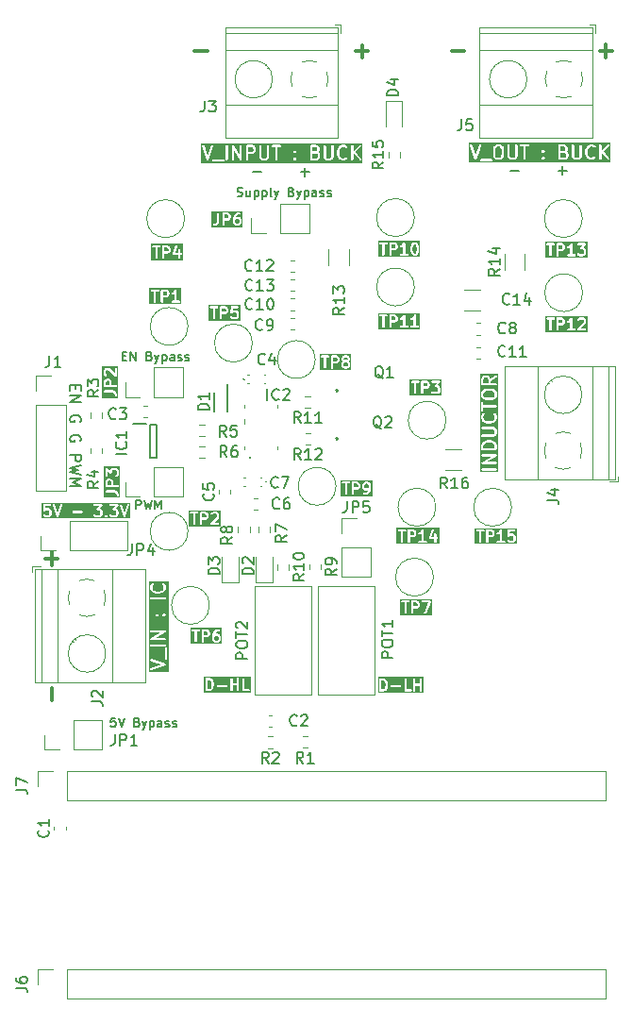
<source format=gbr>
%TF.GenerationSoftware,KiCad,Pcbnew,8.0.9-8.0.9-0~ubuntu22.04.1*%
%TF.CreationDate,2025-04-21T10:33:26+05:30*%
%TF.ProjectId,Variable Buck Converter,56617269-6162-46c6-9520-4275636b2043,rev?*%
%TF.SameCoordinates,Original*%
%TF.FileFunction,Legend,Top*%
%TF.FilePolarity,Positive*%
%FSLAX46Y46*%
G04 Gerber Fmt 4.6, Leading zero omitted, Abs format (unit mm)*
G04 Created by KiCad (PCBNEW 8.0.9-8.0.9-0~ubuntu22.04.1) date 2025-04-21 10:33:26*
%MOMM*%
%LPD*%
G01*
G04 APERTURE LIST*
%ADD10C,0.200000*%
%ADD11C,0.300000*%
%ADD12C,0.130000*%
%ADD13C,0.150000*%
%ADD14C,0.120000*%
%ADD15C,0.100000*%
G04 APERTURE END LIST*
D10*
G36*
X99847408Y-117767240D02*
G01*
X99914481Y-117834313D01*
X99949933Y-117905218D01*
X99991904Y-118073099D01*
X99991904Y-118191337D01*
X99949933Y-118359218D01*
X99914480Y-118430124D01*
X99847409Y-118497197D01*
X99742344Y-118532219D01*
X99620476Y-118532219D01*
X99620476Y-117732219D01*
X99742344Y-117732219D01*
X99847408Y-117767240D01*
G37*
G36*
X103491570Y-118843330D02*
G01*
X99309365Y-118843330D01*
X99309365Y-117632219D01*
X99420476Y-117632219D01*
X99420476Y-118632219D01*
X99422397Y-118651728D01*
X99437329Y-118687776D01*
X99464919Y-118715366D01*
X99500967Y-118730298D01*
X99520476Y-118732219D01*
X99758571Y-118732219D01*
X99768444Y-118731246D01*
X99771078Y-118731434D01*
X99774541Y-118730646D01*
X99778080Y-118730298D01*
X99780522Y-118729286D01*
X99790194Y-118727087D01*
X99933050Y-118679468D01*
X99950951Y-118671477D01*
X99953666Y-118669122D01*
X99956986Y-118667747D01*
X99972139Y-118655310D01*
X100067377Y-118560071D01*
X100073669Y-118552404D01*
X100075666Y-118550673D01*
X100077559Y-118547665D01*
X100079814Y-118544918D01*
X100080825Y-118542476D01*
X100086109Y-118534082D01*
X100133728Y-118438845D01*
X100134274Y-118437416D01*
X100134704Y-118436837D01*
X100137625Y-118428660D01*
X100140734Y-118420536D01*
X100140785Y-118419815D01*
X100141299Y-118418377D01*
X100187954Y-118231757D01*
X100422397Y-118231757D01*
X100422397Y-118270775D01*
X100437329Y-118306823D01*
X100464919Y-118334413D01*
X100500967Y-118349345D01*
X100520476Y-118351266D01*
X101282381Y-118351266D01*
X101301890Y-118349345D01*
X101337938Y-118334413D01*
X101365528Y-118306823D01*
X101380460Y-118270775D01*
X101380460Y-118231757D01*
X101365528Y-118195709D01*
X101337938Y-118168119D01*
X101301890Y-118153187D01*
X101282381Y-118151266D01*
X100520476Y-118151266D01*
X100500967Y-118153187D01*
X100464919Y-118168119D01*
X100437329Y-118195709D01*
X100422397Y-118231757D01*
X100187954Y-118231757D01*
X100188918Y-118227901D01*
X100189418Y-118224519D01*
X100189983Y-118223156D01*
X100190706Y-118215805D01*
X100191786Y-118208508D01*
X100191568Y-118207049D01*
X100191904Y-118203647D01*
X100191904Y-118060790D01*
X100191568Y-118057387D01*
X100191786Y-118055929D01*
X100190706Y-118048631D01*
X100189983Y-118041281D01*
X100189418Y-118039917D01*
X100188918Y-118036536D01*
X100141299Y-117846060D01*
X100140785Y-117844621D01*
X100140734Y-117843901D01*
X100137625Y-117835776D01*
X100134704Y-117827600D01*
X100134274Y-117827020D01*
X100133728Y-117825592D01*
X100086109Y-117730355D01*
X100080822Y-117721956D01*
X100079813Y-117719519D01*
X100077561Y-117716775D01*
X100075666Y-117713764D01*
X100073668Y-117712031D01*
X100067377Y-117704365D01*
X99995231Y-117632219D01*
X101658571Y-117632219D01*
X101658571Y-118632219D01*
X101660492Y-118651728D01*
X101675424Y-118687776D01*
X101703014Y-118715366D01*
X101739062Y-118730298D01*
X101778080Y-118730298D01*
X101814128Y-118715366D01*
X101841718Y-118687776D01*
X101856650Y-118651728D01*
X101858571Y-118632219D01*
X101858571Y-118208409D01*
X102229999Y-118208409D01*
X102229999Y-118632219D01*
X102231920Y-118651728D01*
X102246852Y-118687776D01*
X102274442Y-118715366D01*
X102310490Y-118730298D01*
X102349508Y-118730298D01*
X102385556Y-118715366D01*
X102413146Y-118687776D01*
X102428078Y-118651728D01*
X102429999Y-118632219D01*
X102429999Y-117632219D01*
X102706190Y-117632219D01*
X102706190Y-118632219D01*
X102708111Y-118651728D01*
X102723043Y-118687776D01*
X102750633Y-118715366D01*
X102786681Y-118730298D01*
X102806190Y-118732219D01*
X103282380Y-118732219D01*
X103301889Y-118730298D01*
X103337937Y-118715366D01*
X103365527Y-118687776D01*
X103380459Y-118651728D01*
X103380459Y-118612710D01*
X103365527Y-118576662D01*
X103337937Y-118549072D01*
X103301889Y-118534140D01*
X103282380Y-118532219D01*
X102906190Y-118532219D01*
X102906190Y-117632219D01*
X102904269Y-117612710D01*
X102889337Y-117576662D01*
X102861747Y-117549072D01*
X102825699Y-117534140D01*
X102786681Y-117534140D01*
X102750633Y-117549072D01*
X102723043Y-117576662D01*
X102708111Y-117612710D01*
X102706190Y-117632219D01*
X102429999Y-117632219D01*
X102428078Y-117612710D01*
X102413146Y-117576662D01*
X102385556Y-117549072D01*
X102349508Y-117534140D01*
X102310490Y-117534140D01*
X102274442Y-117549072D01*
X102246852Y-117576662D01*
X102231920Y-117612710D01*
X102229999Y-117632219D01*
X102229999Y-118008409D01*
X101858571Y-118008409D01*
X101858571Y-117632219D01*
X101856650Y-117612710D01*
X101841718Y-117576662D01*
X101814128Y-117549072D01*
X101778080Y-117534140D01*
X101739062Y-117534140D01*
X101703014Y-117549072D01*
X101675424Y-117576662D01*
X101660492Y-117612710D01*
X101658571Y-117632219D01*
X99995231Y-117632219D01*
X99972139Y-117609127D01*
X99956985Y-117596691D01*
X99953666Y-117595316D01*
X99950951Y-117592961D01*
X99933050Y-117584970D01*
X99790194Y-117537351D01*
X99780522Y-117535151D01*
X99778080Y-117534140D01*
X99774541Y-117533791D01*
X99771078Y-117533004D01*
X99768444Y-117533191D01*
X99758571Y-117532219D01*
X99520476Y-117532219D01*
X99500967Y-117534140D01*
X99464919Y-117549072D01*
X99437329Y-117576662D01*
X99422397Y-117612710D01*
X99420476Y-117632219D01*
X99309365Y-117632219D01*
X99309365Y-117421108D01*
X103491570Y-117421108D01*
X103491570Y-118843330D01*
G37*
G36*
X109455980Y-70530716D02*
G01*
X109484956Y-70559691D01*
X109524286Y-70638348D01*
X109524286Y-70762563D01*
X109484957Y-70841221D01*
X109450763Y-70875414D01*
X109372108Y-70914742D01*
X109038572Y-70914742D01*
X109038572Y-70486171D01*
X109322345Y-70486171D01*
X109455980Y-70530716D01*
G37*
G36*
X109393622Y-69954070D02*
G01*
X109427813Y-69988262D01*
X109467143Y-70066921D01*
X109467143Y-70133993D01*
X109427813Y-70212651D01*
X109393622Y-70246842D01*
X109314965Y-70286171D01*
X109038572Y-70286171D01*
X109038572Y-69914742D01*
X109314965Y-69914742D01*
X109393622Y-69954070D01*
G37*
G36*
X103679333Y-69954070D02*
G01*
X103713527Y-69988263D01*
X103752856Y-70066921D01*
X103752856Y-70191134D01*
X103713527Y-70269792D01*
X103679333Y-70303985D01*
X103600677Y-70343314D01*
X103267142Y-70343314D01*
X103267142Y-69914742D01*
X103600677Y-69914742D01*
X103679333Y-69954070D01*
G37*
G36*
X113514614Y-71362361D02*
G01*
X98991736Y-71362361D01*
X98991736Y-69827249D01*
X99125069Y-69827249D01*
X99129416Y-69846365D01*
X99529416Y-71046365D01*
X99537407Y-71064265D01*
X99542090Y-71069664D01*
X99545285Y-71076054D01*
X99554756Y-71084269D01*
X99562972Y-71093741D01*
X99569361Y-71096935D01*
X99574761Y-71101619D01*
X99586658Y-71105584D01*
X99597871Y-71111191D01*
X99604998Y-71111697D01*
X99611777Y-71113957D01*
X99624284Y-71113068D01*
X99636791Y-71113957D01*
X99643569Y-71111697D01*
X99650697Y-71111191D01*
X99654040Y-71109519D01*
X100040491Y-71109519D01*
X100040491Y-71148537D01*
X100055423Y-71184585D01*
X100083013Y-71212175D01*
X100119061Y-71227107D01*
X100138570Y-71229028D01*
X101052855Y-71229028D01*
X101072364Y-71227107D01*
X101108412Y-71212175D01*
X101136002Y-71184585D01*
X101150934Y-71148537D01*
X101150934Y-71109519D01*
X101136002Y-71073471D01*
X101108412Y-71045881D01*
X101072364Y-71030949D01*
X101052855Y-71029028D01*
X100138570Y-71029028D01*
X100119061Y-71030949D01*
X100083013Y-71045881D01*
X100055423Y-71073471D01*
X100040491Y-71109519D01*
X99654040Y-71109519D01*
X99661909Y-71105584D01*
X99673807Y-71101619D01*
X99679206Y-71096935D01*
X99685596Y-71093741D01*
X99693813Y-71084266D01*
X99703283Y-71076053D01*
X99706476Y-71069665D01*
X99711161Y-71064265D01*
X99719152Y-71046365D01*
X100119152Y-69846365D01*
X100123499Y-69827250D01*
X100122610Y-69814742D01*
X101238570Y-69814742D01*
X101238570Y-71014742D01*
X101240491Y-71034251D01*
X101255423Y-71070299D01*
X101283013Y-71097889D01*
X101319061Y-71112821D01*
X101358079Y-71112821D01*
X101394127Y-71097889D01*
X101421717Y-71070299D01*
X101436649Y-71034251D01*
X101438570Y-71014742D01*
X101438570Y-69814742D01*
X101809999Y-69814742D01*
X101809999Y-71014742D01*
X101811920Y-71034251D01*
X101826852Y-71070299D01*
X101854442Y-71097889D01*
X101890490Y-71112821D01*
X101929508Y-71112821D01*
X101965556Y-71097889D01*
X101993146Y-71070299D01*
X102008078Y-71034251D01*
X102009999Y-71014742D01*
X102009999Y-70191298D01*
X102508889Y-71064356D01*
X102511807Y-71068466D01*
X102512566Y-71070299D01*
X102514432Y-71072165D01*
X102520236Y-71080341D01*
X102530750Y-71088483D01*
X102540156Y-71097889D01*
X102546046Y-71100328D01*
X102551085Y-71104231D01*
X102563913Y-71107729D01*
X102576204Y-71112821D01*
X102582579Y-71112821D01*
X102588728Y-71114498D01*
X102601919Y-71112821D01*
X102615222Y-71112821D01*
X102621113Y-71110380D01*
X102627435Y-71109577D01*
X102638980Y-71102979D01*
X102651270Y-71097889D01*
X102655777Y-71093381D01*
X102661312Y-71090219D01*
X102669454Y-71079704D01*
X102678860Y-71070299D01*
X102681299Y-71064408D01*
X102685202Y-71059370D01*
X102688700Y-71046542D01*
X102693792Y-71034251D01*
X102694774Y-71024271D01*
X102695469Y-71021726D01*
X102695218Y-71019759D01*
X102695713Y-71014742D01*
X102695713Y-69814742D01*
X103067142Y-69814742D01*
X103067142Y-71014742D01*
X103069063Y-71034251D01*
X103083995Y-71070299D01*
X103111585Y-71097889D01*
X103147633Y-71112821D01*
X103186651Y-71112821D01*
X103222699Y-71097889D01*
X103250289Y-71070299D01*
X103265221Y-71034251D01*
X103267142Y-71014742D01*
X103267142Y-70543314D01*
X103624285Y-70543314D01*
X103643794Y-70541393D01*
X103647114Y-70540017D01*
X103650698Y-70539763D01*
X103669007Y-70532757D01*
X103783292Y-70475613D01*
X103791688Y-70470328D01*
X103794127Y-70469318D01*
X103796870Y-70467066D01*
X103799882Y-70465171D01*
X103801614Y-70463173D01*
X103809281Y-70456882D01*
X103866423Y-70399739D01*
X103872715Y-70392072D01*
X103874713Y-70390340D01*
X103876606Y-70387331D01*
X103878860Y-70384586D01*
X103879870Y-70382145D01*
X103885156Y-70373749D01*
X103942299Y-70259463D01*
X103949305Y-70241155D01*
X103949559Y-70237571D01*
X103950935Y-70234251D01*
X103952856Y-70214742D01*
X103952856Y-70043314D01*
X103950935Y-70023805D01*
X103949559Y-70020484D01*
X103949305Y-70016901D01*
X103942299Y-69998593D01*
X103885156Y-69884307D01*
X103879870Y-69875910D01*
X103878860Y-69873470D01*
X103876606Y-69870724D01*
X103874713Y-69867716D01*
X103872715Y-69865983D01*
X103866423Y-69858317D01*
X103822849Y-69814742D01*
X104267142Y-69814742D01*
X104267142Y-70786171D01*
X104269063Y-70805680D01*
X104270438Y-70809000D01*
X104270693Y-70812584D01*
X104277699Y-70830892D01*
X104334842Y-70945179D01*
X104340128Y-70953577D01*
X104341138Y-70956014D01*
X104343389Y-70958757D01*
X104345285Y-70961769D01*
X104347282Y-70963501D01*
X104353574Y-70971168D01*
X104410717Y-71028310D01*
X104418386Y-71034605D01*
X104420117Y-71036600D01*
X104423122Y-71038491D01*
X104425870Y-71040747D01*
X104428311Y-71041758D01*
X104436707Y-71047043D01*
X104550992Y-71104185D01*
X104569300Y-71111191D01*
X104572883Y-71111445D01*
X104576204Y-71112821D01*
X104595713Y-71114742D01*
X104824285Y-71114742D01*
X104843794Y-71112821D01*
X104847114Y-71111445D01*
X104850698Y-71111191D01*
X104869006Y-71104185D01*
X104983291Y-71047043D01*
X104991687Y-71041757D01*
X104994127Y-71040747D01*
X104996873Y-71038493D01*
X104999881Y-71036600D01*
X105001611Y-71034605D01*
X105009281Y-71028311D01*
X105066423Y-70971168D01*
X105072715Y-70963501D01*
X105074713Y-70961769D01*
X105076606Y-70958760D01*
X105078860Y-70956015D01*
X105079870Y-70953574D01*
X105085156Y-70945178D01*
X105142299Y-70830892D01*
X105149305Y-70812584D01*
X105149559Y-70809000D01*
X105150935Y-70805680D01*
X105152856Y-70786171D01*
X105152856Y-69814742D01*
X105150935Y-69795233D01*
X105354777Y-69795233D01*
X105354777Y-69834251D01*
X105369709Y-69870299D01*
X105397299Y-69897889D01*
X105433347Y-69912821D01*
X105452856Y-69914742D01*
X105695713Y-69914742D01*
X105695713Y-71014742D01*
X105697634Y-71034251D01*
X105712566Y-71070299D01*
X105740156Y-71097889D01*
X105776204Y-71112821D01*
X105815222Y-71112821D01*
X105851270Y-71097889D01*
X105878860Y-71070299D01*
X105893792Y-71034251D01*
X105895713Y-71014742D01*
X105895713Y-70938091D01*
X107297635Y-70938091D01*
X107297635Y-70977109D01*
X107305835Y-70996906D01*
X107312567Y-71013158D01*
X107325004Y-71028311D01*
X107382147Y-71085454D01*
X107397295Y-71097885D01*
X107397299Y-71097889D01*
X107397300Y-71097889D01*
X107397301Y-71097890D01*
X107414252Y-71104911D01*
X107433348Y-71112821D01*
X107433349Y-71112821D01*
X107472365Y-71112821D01*
X107472367Y-71112821D01*
X107493482Y-71104074D01*
X107508414Y-71097890D01*
X107523567Y-71085453D01*
X107580710Y-71028311D01*
X107593147Y-71013158D01*
X107608079Y-70977110D01*
X107608079Y-70938092D01*
X107593148Y-70902043D01*
X107593147Y-70902042D01*
X107580710Y-70886889D01*
X107523568Y-70829746D01*
X107508414Y-70817310D01*
X107472366Y-70802378D01*
X107433348Y-70802378D01*
X107408709Y-70812584D01*
X107397299Y-70817310D01*
X107382146Y-70829747D01*
X107325003Y-70886889D01*
X107312571Y-70902037D01*
X107312566Y-70902043D01*
X107306511Y-70916663D01*
X107297635Y-70938091D01*
X105895713Y-70938091D01*
X105895713Y-70309519D01*
X107297635Y-70309519D01*
X107297635Y-70348537D01*
X107312567Y-70384585D01*
X107325003Y-70399739D01*
X107382146Y-70456881D01*
X107397299Y-70469318D01*
X107406302Y-70473047D01*
X107433348Y-70484250D01*
X107472366Y-70484250D01*
X107508414Y-70469318D01*
X107523568Y-70456882D01*
X107580710Y-70399739D01*
X107593147Y-70384586D01*
X107608078Y-70348537D01*
X107608078Y-70309519D01*
X107599203Y-70288092D01*
X107593147Y-70273470D01*
X107580710Y-70258317D01*
X107523568Y-70201174D01*
X107508414Y-70188738D01*
X107472366Y-70173806D01*
X107433348Y-70173806D01*
X107408707Y-70184013D01*
X107397299Y-70188738D01*
X107382146Y-70201175D01*
X107325003Y-70258317D01*
X107312568Y-70273470D01*
X107312567Y-70273471D01*
X107297635Y-70309519D01*
X105895713Y-70309519D01*
X105895713Y-69914742D01*
X106138571Y-69914742D01*
X106158080Y-69912821D01*
X106194128Y-69897889D01*
X106221718Y-69870299D01*
X106236650Y-69834251D01*
X106236650Y-69814742D01*
X108838572Y-69814742D01*
X108838572Y-71014742D01*
X108840493Y-71034250D01*
X108840493Y-71034251D01*
X108855425Y-71070299D01*
X108883015Y-71097889D01*
X108919063Y-71112821D01*
X108938572Y-71114742D01*
X109395715Y-71114742D01*
X109415224Y-71112821D01*
X109418544Y-71111445D01*
X109422128Y-71111191D01*
X109440436Y-71104185D01*
X109554721Y-71047043D01*
X109563117Y-71041757D01*
X109565557Y-71040747D01*
X109568303Y-71038493D01*
X109571311Y-71036600D01*
X109573041Y-71034605D01*
X109580711Y-71028311D01*
X109637853Y-70971168D01*
X109644145Y-70963501D01*
X109646143Y-70961769D01*
X109648036Y-70958760D01*
X109650290Y-70956015D01*
X109651300Y-70953574D01*
X109656586Y-70945178D01*
X109713729Y-70830892D01*
X109720735Y-70812584D01*
X109720989Y-70809000D01*
X109722365Y-70805680D01*
X109724286Y-70786171D01*
X109724286Y-70614742D01*
X109722365Y-70595233D01*
X109720989Y-70591912D01*
X109720735Y-70588329D01*
X109713729Y-70570021D01*
X109656586Y-70455735D01*
X109651300Y-70447337D01*
X109650290Y-70444899D01*
X109648037Y-70442154D01*
X109646143Y-70439145D01*
X109644145Y-70437412D01*
X109637853Y-70429746D01*
X109580711Y-70372603D01*
X109565557Y-70360167D01*
X109563847Y-70359459D01*
X109580712Y-70342595D01*
X109587003Y-70334928D01*
X109589000Y-70333197D01*
X109590895Y-70330185D01*
X109593148Y-70327441D01*
X109594157Y-70325003D01*
X109599443Y-70316607D01*
X109656586Y-70202321D01*
X109663592Y-70184013D01*
X109663846Y-70180429D01*
X109665222Y-70177109D01*
X109667143Y-70157600D01*
X109667143Y-70043314D01*
X109665222Y-70023805D01*
X109663846Y-70020484D01*
X109663592Y-70016901D01*
X109656586Y-69998593D01*
X109599443Y-69884307D01*
X109594158Y-69875910D01*
X109593148Y-69873472D01*
X109590894Y-69870726D01*
X109589000Y-69867716D01*
X109587003Y-69865984D01*
X109580712Y-69858318D01*
X109537136Y-69814742D01*
X110038572Y-69814742D01*
X110038572Y-70786171D01*
X110040493Y-70805680D01*
X110041868Y-70809000D01*
X110042123Y-70812584D01*
X110049129Y-70830892D01*
X110106272Y-70945179D01*
X110111558Y-70953577D01*
X110112568Y-70956014D01*
X110114819Y-70958757D01*
X110116715Y-70961769D01*
X110118712Y-70963501D01*
X110125004Y-70971168D01*
X110182147Y-71028310D01*
X110189816Y-71034605D01*
X110191547Y-71036600D01*
X110194552Y-71038491D01*
X110197300Y-71040747D01*
X110199741Y-71041758D01*
X110208137Y-71047043D01*
X110322422Y-71104185D01*
X110340730Y-71111191D01*
X110344313Y-71111445D01*
X110347634Y-71112821D01*
X110367143Y-71114742D01*
X110595715Y-71114742D01*
X110615224Y-71112821D01*
X110618544Y-71111445D01*
X110622128Y-71111191D01*
X110640436Y-71104185D01*
X110754721Y-71047043D01*
X110763117Y-71041757D01*
X110765557Y-71040747D01*
X110768303Y-71038493D01*
X110771311Y-71036600D01*
X110773041Y-71034605D01*
X110780711Y-71028311D01*
X110837853Y-70971168D01*
X110844145Y-70963501D01*
X110846143Y-70961769D01*
X110848036Y-70958760D01*
X110850290Y-70956015D01*
X110851300Y-70953574D01*
X110856586Y-70945178D01*
X110913729Y-70830892D01*
X110920735Y-70812584D01*
X110920989Y-70809000D01*
X110922365Y-70805680D01*
X110924286Y-70786171D01*
X110924286Y-70329028D01*
X111238572Y-70329028D01*
X111238572Y-70500457D01*
X111238907Y-70503859D01*
X111238690Y-70505318D01*
X111239769Y-70512615D01*
X111240493Y-70519966D01*
X111241057Y-70521329D01*
X111241558Y-70524711D01*
X111298701Y-70753282D01*
X111299214Y-70754720D01*
X111299266Y-70755441D01*
X111302369Y-70763551D01*
X111305296Y-70771743D01*
X111305726Y-70772324D01*
X111306272Y-70773749D01*
X111363415Y-70888036D01*
X111368699Y-70896430D01*
X111369710Y-70898871D01*
X111371964Y-70901617D01*
X111373858Y-70904626D01*
X111375854Y-70906357D01*
X111382147Y-70914024D01*
X111496432Y-71028310D01*
X111511585Y-71040747D01*
X111514904Y-71042122D01*
X111517620Y-71044477D01*
X111535521Y-71052468D01*
X111706950Y-71109611D01*
X111716622Y-71111810D01*
X111719063Y-71112821D01*
X111722600Y-71113169D01*
X111726065Y-71113957D01*
X111728698Y-71113769D01*
X111738572Y-71114742D01*
X111852858Y-71114742D01*
X111862731Y-71113769D01*
X111865365Y-71113957D01*
X111868827Y-71113169D01*
X111872367Y-71112821D01*
X111874809Y-71111809D01*
X111884480Y-71109610D01*
X112055909Y-71052468D01*
X112073809Y-71044477D01*
X112076524Y-71042121D01*
X112079843Y-71040747D01*
X112094997Y-71028311D01*
X112152139Y-70971168D01*
X112164576Y-70956015D01*
X112179507Y-70919966D01*
X112179507Y-70880948D01*
X112164576Y-70844900D01*
X112136986Y-70817310D01*
X112100938Y-70802379D01*
X112061920Y-70802379D01*
X112025871Y-70817310D01*
X112010718Y-70829747D01*
X111970267Y-70870196D01*
X111836632Y-70914742D01*
X111754799Y-70914742D01*
X111621161Y-70870197D01*
X111535044Y-70784079D01*
X111490066Y-70694123D01*
X111438572Y-70488147D01*
X111438572Y-70341338D01*
X111490066Y-70135362D01*
X111535044Y-70045405D01*
X111621161Y-69959287D01*
X111754799Y-69914742D01*
X111836631Y-69914742D01*
X111970266Y-69959287D01*
X112010718Y-69999738D01*
X112025871Y-70012175D01*
X112061920Y-70027106D01*
X112100938Y-70027106D01*
X112136986Y-70012175D01*
X112164576Y-69984585D01*
X112179507Y-69948537D01*
X112179507Y-69909519D01*
X112164576Y-69873470D01*
X112152139Y-69858317D01*
X112108565Y-69814742D01*
X112495715Y-69814742D01*
X112495715Y-71014742D01*
X112497636Y-71034251D01*
X112512568Y-71070299D01*
X112540158Y-71097889D01*
X112576206Y-71112821D01*
X112615224Y-71112821D01*
X112651272Y-71097889D01*
X112678862Y-71070299D01*
X112693794Y-71034251D01*
X112695715Y-71014742D01*
X112695715Y-70541878D01*
X112756324Y-70481269D01*
X113201429Y-71074742D01*
X113214671Y-71089197D01*
X113248246Y-71109076D01*
X113286872Y-71114594D01*
X113324669Y-71104911D01*
X113355884Y-71081500D01*
X113375763Y-71047926D01*
X113381281Y-71009300D01*
X113371598Y-70971502D01*
X113361429Y-70954742D01*
X112899181Y-70338412D01*
X113352140Y-69885452D01*
X113364576Y-69870299D01*
X113379508Y-69834251D01*
X113379508Y-69795233D01*
X113364576Y-69759184D01*
X113336986Y-69731595D01*
X113300938Y-69716663D01*
X113261920Y-69716663D01*
X113225872Y-69731595D01*
X113210718Y-69744031D01*
X112695715Y-70259034D01*
X112695715Y-69814742D01*
X112693794Y-69795233D01*
X112678862Y-69759185D01*
X112651272Y-69731595D01*
X112615224Y-69716663D01*
X112576206Y-69716663D01*
X112540158Y-69731595D01*
X112512568Y-69759185D01*
X112497636Y-69795233D01*
X112495715Y-69814742D01*
X112108565Y-69814742D01*
X112094997Y-69801174D01*
X112079843Y-69788738D01*
X112076524Y-69787363D01*
X112073809Y-69785008D01*
X112055909Y-69777017D01*
X111884481Y-69719874D01*
X111874808Y-69717674D01*
X111872367Y-69716663D01*
X111868829Y-69716314D01*
X111865366Y-69715527D01*
X111862731Y-69715714D01*
X111852858Y-69714742D01*
X111738572Y-69714742D01*
X111728698Y-69715714D01*
X111726065Y-69715527D01*
X111722601Y-69716314D01*
X111719063Y-69716663D01*
X111716620Y-69717674D01*
X111706949Y-69719874D01*
X111535520Y-69777017D01*
X111517620Y-69785008D01*
X111514904Y-69787362D01*
X111511585Y-69788738D01*
X111496432Y-69801175D01*
X111382147Y-69915461D01*
X111375854Y-69923127D01*
X111373858Y-69924859D01*
X111371964Y-69927867D01*
X111369710Y-69930614D01*
X111368699Y-69933054D01*
X111363415Y-69941449D01*
X111306272Y-70055736D01*
X111305726Y-70057160D01*
X111305296Y-70057742D01*
X111302369Y-70065933D01*
X111299266Y-70074044D01*
X111299214Y-70074764D01*
X111298701Y-70076203D01*
X111241558Y-70304774D01*
X111241057Y-70308155D01*
X111240493Y-70309519D01*
X111239769Y-70316869D01*
X111238690Y-70324167D01*
X111238907Y-70325625D01*
X111238572Y-70329028D01*
X110924286Y-70329028D01*
X110924286Y-69814742D01*
X110922365Y-69795233D01*
X110907433Y-69759185D01*
X110879843Y-69731595D01*
X110843795Y-69716663D01*
X110804777Y-69716663D01*
X110768729Y-69731595D01*
X110741139Y-69759185D01*
X110726207Y-69795233D01*
X110724286Y-69814742D01*
X110724286Y-70762563D01*
X110684957Y-70841221D01*
X110650763Y-70875414D01*
X110572108Y-70914742D01*
X110390750Y-70914742D01*
X110312093Y-70875414D01*
X110277900Y-70841220D01*
X110238572Y-70762564D01*
X110238572Y-69814742D01*
X110236651Y-69795233D01*
X110221719Y-69759185D01*
X110194129Y-69731595D01*
X110158081Y-69716663D01*
X110119063Y-69716663D01*
X110083015Y-69731595D01*
X110055425Y-69759185D01*
X110040493Y-69795233D01*
X110038572Y-69814742D01*
X109537136Y-69814742D01*
X109523569Y-69801175D01*
X109515902Y-69794882D01*
X109514170Y-69792885D01*
X109511160Y-69790990D01*
X109508416Y-69788738D01*
X109505977Y-69787727D01*
X109497580Y-69782442D01*
X109383293Y-69725299D01*
X109364985Y-69718293D01*
X109361401Y-69718038D01*
X109358081Y-69716663D01*
X109338572Y-69714742D01*
X108938572Y-69714742D01*
X108919063Y-69716663D01*
X108883015Y-69731595D01*
X108855425Y-69759185D01*
X108840493Y-69795233D01*
X108838572Y-69814742D01*
X106236650Y-69814742D01*
X106236650Y-69795233D01*
X106221718Y-69759185D01*
X106194128Y-69731595D01*
X106158080Y-69716663D01*
X106138571Y-69714742D01*
X105452856Y-69714742D01*
X105433347Y-69716663D01*
X105397299Y-69731595D01*
X105369709Y-69759185D01*
X105354777Y-69795233D01*
X105150935Y-69795233D01*
X105136003Y-69759185D01*
X105108413Y-69731595D01*
X105072365Y-69716663D01*
X105033347Y-69716663D01*
X104997299Y-69731595D01*
X104969709Y-69759185D01*
X104954777Y-69795233D01*
X104952856Y-69814742D01*
X104952856Y-70762563D01*
X104913527Y-70841221D01*
X104879333Y-70875414D01*
X104800678Y-70914742D01*
X104619320Y-70914742D01*
X104540663Y-70875414D01*
X104506470Y-70841220D01*
X104467142Y-70762564D01*
X104467142Y-69814742D01*
X104465221Y-69795233D01*
X104450289Y-69759185D01*
X104422699Y-69731595D01*
X104386651Y-69716663D01*
X104347633Y-69716663D01*
X104311585Y-69731595D01*
X104283995Y-69759185D01*
X104269063Y-69795233D01*
X104267142Y-69814742D01*
X103822849Y-69814742D01*
X103809281Y-69801174D01*
X103801614Y-69794882D01*
X103799882Y-69792885D01*
X103796870Y-69790989D01*
X103794127Y-69788738D01*
X103791688Y-69787727D01*
X103783292Y-69782443D01*
X103669007Y-69725299D01*
X103650698Y-69718293D01*
X103647114Y-69718038D01*
X103643794Y-69716663D01*
X103624285Y-69714742D01*
X103167142Y-69714742D01*
X103147633Y-69716663D01*
X103111585Y-69731595D01*
X103083995Y-69759185D01*
X103069063Y-69795233D01*
X103067142Y-69814742D01*
X102695713Y-69814742D01*
X102693792Y-69795233D01*
X102678860Y-69759185D01*
X102651270Y-69731595D01*
X102615222Y-69716663D01*
X102576204Y-69716663D01*
X102540156Y-69731595D01*
X102512566Y-69759185D01*
X102497634Y-69795233D01*
X102495713Y-69814742D01*
X102495713Y-70638185D01*
X101996823Y-69765128D01*
X101993904Y-69761017D01*
X101993146Y-69759185D01*
X101991279Y-69757318D01*
X101985476Y-69749143D01*
X101974961Y-69741000D01*
X101965556Y-69731595D01*
X101959665Y-69729155D01*
X101954627Y-69725253D01*
X101941798Y-69721754D01*
X101929508Y-69716663D01*
X101923133Y-69716663D01*
X101916984Y-69714986D01*
X101903791Y-69716663D01*
X101890490Y-69716663D01*
X101884601Y-69719102D01*
X101878277Y-69719906D01*
X101866727Y-69726506D01*
X101854442Y-69731595D01*
X101849934Y-69736102D01*
X101844400Y-69739265D01*
X101836257Y-69749779D01*
X101826852Y-69759185D01*
X101824412Y-69765075D01*
X101820510Y-69770114D01*
X101817011Y-69782942D01*
X101811920Y-69795233D01*
X101810937Y-69805210D01*
X101810243Y-69807757D01*
X101810493Y-69809724D01*
X101809999Y-69814742D01*
X101438570Y-69814742D01*
X101436649Y-69795233D01*
X101421717Y-69759185D01*
X101394127Y-69731595D01*
X101358079Y-69716663D01*
X101319061Y-69716663D01*
X101283013Y-69731595D01*
X101255423Y-69759185D01*
X101240491Y-69795233D01*
X101238570Y-69814742D01*
X100122610Y-69814742D01*
X100120733Y-69788329D01*
X100103283Y-69753431D01*
X100073807Y-69727865D01*
X100036791Y-69715527D01*
X99997871Y-69718293D01*
X99962972Y-69735743D01*
X99937407Y-69765219D01*
X99929416Y-69783119D01*
X99624284Y-70698515D01*
X99319152Y-69783119D01*
X99311161Y-69765219D01*
X99285596Y-69735743D01*
X99250697Y-69718293D01*
X99211777Y-69715527D01*
X99174761Y-69727865D01*
X99145285Y-69753430D01*
X99127835Y-69788329D01*
X99125069Y-69827249D01*
X98991736Y-69827249D01*
X98991736Y-69581409D01*
X113514614Y-69581409D01*
X113514614Y-71362361D01*
G37*
G36*
X115457408Y-117807240D02*
G01*
X115524481Y-117874313D01*
X115559933Y-117945218D01*
X115601904Y-118113099D01*
X115601904Y-118231337D01*
X115559933Y-118399218D01*
X115524480Y-118470124D01*
X115457409Y-118537197D01*
X115352344Y-118572219D01*
X115230476Y-118572219D01*
X115230476Y-117772219D01*
X115352344Y-117772219D01*
X115457408Y-117807240D01*
G37*
G36*
X118960634Y-118883330D02*
G01*
X114919365Y-118883330D01*
X114919365Y-117672219D01*
X115030476Y-117672219D01*
X115030476Y-118672219D01*
X115032397Y-118691728D01*
X115047329Y-118727776D01*
X115074919Y-118755366D01*
X115110967Y-118770298D01*
X115130476Y-118772219D01*
X115368571Y-118772219D01*
X115378444Y-118771246D01*
X115381078Y-118771434D01*
X115384541Y-118770646D01*
X115388080Y-118770298D01*
X115390522Y-118769286D01*
X115400194Y-118767087D01*
X115543050Y-118719468D01*
X115560951Y-118711477D01*
X115563666Y-118709122D01*
X115566986Y-118707747D01*
X115582139Y-118695310D01*
X115677377Y-118600071D01*
X115683669Y-118592404D01*
X115685666Y-118590673D01*
X115687559Y-118587665D01*
X115689814Y-118584918D01*
X115690825Y-118582476D01*
X115696109Y-118574082D01*
X115743728Y-118478845D01*
X115744274Y-118477416D01*
X115744704Y-118476837D01*
X115747625Y-118468660D01*
X115750734Y-118460536D01*
X115750785Y-118459815D01*
X115751299Y-118458377D01*
X115797954Y-118271757D01*
X116032397Y-118271757D01*
X116032397Y-118310775D01*
X116047329Y-118346823D01*
X116074919Y-118374413D01*
X116110967Y-118389345D01*
X116130476Y-118391266D01*
X116892381Y-118391266D01*
X116911890Y-118389345D01*
X116947938Y-118374413D01*
X116975528Y-118346823D01*
X116990460Y-118310775D01*
X116990460Y-118271757D01*
X116975528Y-118235709D01*
X116947938Y-118208119D01*
X116911890Y-118193187D01*
X116892381Y-118191266D01*
X116130476Y-118191266D01*
X116110967Y-118193187D01*
X116074919Y-118208119D01*
X116047329Y-118235709D01*
X116032397Y-118271757D01*
X115797954Y-118271757D01*
X115798918Y-118267901D01*
X115799418Y-118264519D01*
X115799983Y-118263156D01*
X115800706Y-118255805D01*
X115801786Y-118248508D01*
X115801568Y-118247049D01*
X115801904Y-118243647D01*
X115801904Y-118100790D01*
X115801568Y-118097387D01*
X115801786Y-118095929D01*
X115800706Y-118088631D01*
X115799983Y-118081281D01*
X115799418Y-118079917D01*
X115798918Y-118076536D01*
X115751299Y-117886060D01*
X115750785Y-117884621D01*
X115750734Y-117883901D01*
X115747625Y-117875776D01*
X115744704Y-117867600D01*
X115744274Y-117867020D01*
X115743728Y-117865592D01*
X115696109Y-117770355D01*
X115690822Y-117761956D01*
X115689813Y-117759519D01*
X115687561Y-117756775D01*
X115685666Y-117753764D01*
X115683668Y-117752031D01*
X115677377Y-117744365D01*
X115605231Y-117672219D01*
X117268571Y-117672219D01*
X117268571Y-118672219D01*
X117270492Y-118691728D01*
X117285424Y-118727776D01*
X117313014Y-118755366D01*
X117349062Y-118770298D01*
X117368571Y-118772219D01*
X117844761Y-118772219D01*
X117864270Y-118770298D01*
X117900318Y-118755366D01*
X117927908Y-118727776D01*
X117942840Y-118691728D01*
X117942840Y-118652710D01*
X117927908Y-118616662D01*
X117900318Y-118589072D01*
X117864270Y-118574140D01*
X117844761Y-118572219D01*
X117468571Y-118572219D01*
X117468571Y-117672219D01*
X118078095Y-117672219D01*
X118078095Y-118672219D01*
X118080016Y-118691728D01*
X118094948Y-118727776D01*
X118122538Y-118755366D01*
X118158586Y-118770298D01*
X118197604Y-118770298D01*
X118233652Y-118755366D01*
X118261242Y-118727776D01*
X118276174Y-118691728D01*
X118278095Y-118672219D01*
X118278095Y-118248409D01*
X118649523Y-118248409D01*
X118649523Y-118672219D01*
X118651444Y-118691728D01*
X118666376Y-118727776D01*
X118693966Y-118755366D01*
X118730014Y-118770298D01*
X118769032Y-118770298D01*
X118805080Y-118755366D01*
X118832670Y-118727776D01*
X118847602Y-118691728D01*
X118849523Y-118672219D01*
X118849523Y-117672219D01*
X118847602Y-117652710D01*
X118832670Y-117616662D01*
X118805080Y-117589072D01*
X118769032Y-117574140D01*
X118730014Y-117574140D01*
X118693966Y-117589072D01*
X118666376Y-117616662D01*
X118651444Y-117652710D01*
X118649523Y-117672219D01*
X118649523Y-118048409D01*
X118278095Y-118048409D01*
X118278095Y-117672219D01*
X118276174Y-117652710D01*
X118261242Y-117616662D01*
X118233652Y-117589072D01*
X118197604Y-117574140D01*
X118158586Y-117574140D01*
X118122538Y-117589072D01*
X118094948Y-117616662D01*
X118080016Y-117652710D01*
X118078095Y-117672219D01*
X117468571Y-117672219D01*
X117466650Y-117652710D01*
X117451718Y-117616662D01*
X117424128Y-117589072D01*
X117388080Y-117574140D01*
X117349062Y-117574140D01*
X117313014Y-117589072D01*
X117285424Y-117616662D01*
X117270492Y-117652710D01*
X117268571Y-117672219D01*
X115605231Y-117672219D01*
X115582139Y-117649127D01*
X115566985Y-117636691D01*
X115563666Y-117635316D01*
X115560951Y-117632961D01*
X115543050Y-117624970D01*
X115400194Y-117577351D01*
X115390522Y-117575151D01*
X115388080Y-117574140D01*
X115384541Y-117573791D01*
X115381078Y-117573004D01*
X115378444Y-117573191D01*
X115368571Y-117572219D01*
X115130476Y-117572219D01*
X115110967Y-117574140D01*
X115074919Y-117589072D01*
X115047329Y-117616662D01*
X115032397Y-117652710D01*
X115030476Y-117672219D01*
X114919365Y-117672219D01*
X114919365Y-117461108D01*
X118960634Y-117461108D01*
X118960634Y-118883330D01*
G37*
G36*
X125154123Y-96470065D02*
G01*
X125244079Y-96515043D01*
X125330197Y-96601160D01*
X125374742Y-96734797D01*
X125374742Y-96904285D01*
X124374742Y-96904285D01*
X124374742Y-96734798D01*
X124419287Y-96601160D01*
X124505405Y-96515043D01*
X124595362Y-96470065D01*
X124801338Y-96418571D01*
X124948147Y-96418571D01*
X125154123Y-96470065D01*
G37*
G36*
X125252187Y-91837437D02*
G01*
X125335414Y-91920664D01*
X125374742Y-91999319D01*
X125374742Y-92180678D01*
X125335413Y-92259336D01*
X125252189Y-92342559D01*
X125062432Y-92389999D01*
X124687052Y-92389999D01*
X124497295Y-92342559D01*
X124414070Y-92259335D01*
X124374742Y-92180678D01*
X124374742Y-91999321D01*
X124414070Y-91920665D01*
X124497297Y-91837437D01*
X124687052Y-91789999D01*
X125062432Y-91789999D01*
X125252187Y-91837437D01*
G37*
G36*
X124729791Y-90629327D02*
G01*
X124763984Y-90663519D01*
X124803314Y-90742176D01*
X124803314Y-91075713D01*
X124374742Y-91075713D01*
X124374742Y-90742178D01*
X124414070Y-90663521D01*
X124448263Y-90629327D01*
X124526922Y-90589999D01*
X124651135Y-90589999D01*
X124729791Y-90629327D01*
G37*
G36*
X125708075Y-99066190D02*
G01*
X124041409Y-99066190D01*
X124041409Y-98813348D01*
X124176663Y-98813348D01*
X124176663Y-98852366D01*
X124191595Y-98888414D01*
X124219185Y-98916004D01*
X124255233Y-98930936D01*
X124274742Y-98932857D01*
X125474742Y-98932857D01*
X125494251Y-98930936D01*
X125530299Y-98916004D01*
X125557889Y-98888414D01*
X125572821Y-98852366D01*
X125572821Y-98813348D01*
X125557889Y-98777300D01*
X125530299Y-98749710D01*
X125494251Y-98734778D01*
X125474742Y-98732857D01*
X124274742Y-98732857D01*
X124255233Y-98734778D01*
X124219185Y-98749710D01*
X124191595Y-98777300D01*
X124176663Y-98813348D01*
X124041409Y-98813348D01*
X124041409Y-98254443D01*
X124174986Y-98254443D01*
X124176663Y-98267636D01*
X124176663Y-98280937D01*
X124179102Y-98286825D01*
X124179906Y-98293150D01*
X124186506Y-98304699D01*
X124191595Y-98316985D01*
X124196102Y-98321492D01*
X124199265Y-98327027D01*
X124209779Y-98335169D01*
X124219185Y-98344575D01*
X124225075Y-98347014D01*
X124230114Y-98350917D01*
X124242942Y-98354415D01*
X124255233Y-98359507D01*
X124265210Y-98360489D01*
X124267757Y-98361184D01*
X124269724Y-98360933D01*
X124274742Y-98361428D01*
X125474742Y-98361428D01*
X125494251Y-98359507D01*
X125530299Y-98344575D01*
X125557889Y-98316985D01*
X125572821Y-98280937D01*
X125572821Y-98241919D01*
X125557889Y-98205871D01*
X125530299Y-98178281D01*
X125494251Y-98163349D01*
X125474742Y-98161428D01*
X124651298Y-98161428D01*
X125524356Y-97662538D01*
X125528466Y-97659619D01*
X125530299Y-97658861D01*
X125532165Y-97656994D01*
X125540341Y-97651191D01*
X125548483Y-97640676D01*
X125557889Y-97631271D01*
X125560328Y-97625380D01*
X125564231Y-97620342D01*
X125567729Y-97607513D01*
X125572821Y-97595223D01*
X125572821Y-97588847D01*
X125574498Y-97582699D01*
X125572821Y-97569508D01*
X125572821Y-97556205D01*
X125570380Y-97550313D01*
X125569577Y-97543992D01*
X125562979Y-97532446D01*
X125557889Y-97520157D01*
X125553381Y-97515649D01*
X125550219Y-97510115D01*
X125539704Y-97501972D01*
X125530299Y-97492567D01*
X125524408Y-97490127D01*
X125519370Y-97486225D01*
X125506542Y-97482726D01*
X125494251Y-97477635D01*
X125484271Y-97476652D01*
X125481726Y-97475958D01*
X125479759Y-97476208D01*
X125474742Y-97475714D01*
X124274742Y-97475714D01*
X124255233Y-97477635D01*
X124219185Y-97492567D01*
X124191595Y-97520157D01*
X124176663Y-97556205D01*
X124176663Y-97595223D01*
X124191595Y-97631271D01*
X124219185Y-97658861D01*
X124255233Y-97673793D01*
X124274742Y-97675714D01*
X125098186Y-97675714D01*
X124225128Y-98174604D01*
X124221017Y-98177522D01*
X124219185Y-98178281D01*
X124217318Y-98180147D01*
X124209143Y-98185951D01*
X124201000Y-98196465D01*
X124191595Y-98205871D01*
X124189155Y-98211761D01*
X124185253Y-98216800D01*
X124181754Y-98229628D01*
X124176663Y-98241919D01*
X124176663Y-98248294D01*
X124174986Y-98254443D01*
X124041409Y-98254443D01*
X124041409Y-96718571D01*
X124174742Y-96718571D01*
X124174742Y-97004285D01*
X124176663Y-97023794D01*
X124191595Y-97059842D01*
X124219185Y-97087432D01*
X124255233Y-97102364D01*
X124274742Y-97104285D01*
X125474742Y-97104285D01*
X125494251Y-97102364D01*
X125530299Y-97087432D01*
X125557889Y-97059842D01*
X125572821Y-97023794D01*
X125574742Y-97004285D01*
X125574742Y-96718571D01*
X125573769Y-96708697D01*
X125573957Y-96706064D01*
X125573169Y-96702599D01*
X125572821Y-96699062D01*
X125571810Y-96696621D01*
X125569611Y-96686949D01*
X125512468Y-96515520D01*
X125504477Y-96497619D01*
X125502122Y-96494903D01*
X125500747Y-96491584D01*
X125488310Y-96476431D01*
X125374024Y-96362146D01*
X125366357Y-96355853D01*
X125364626Y-96353857D01*
X125361617Y-96351963D01*
X125358871Y-96349709D01*
X125356430Y-96348698D01*
X125348036Y-96343414D01*
X125233749Y-96286271D01*
X125232324Y-96285725D01*
X125231743Y-96285295D01*
X125223551Y-96282368D01*
X125215441Y-96279265D01*
X125214720Y-96279213D01*
X125213282Y-96278700D01*
X124984711Y-96221557D01*
X124981329Y-96221056D01*
X124979966Y-96220492D01*
X124972615Y-96219768D01*
X124965318Y-96218689D01*
X124963859Y-96218906D01*
X124960457Y-96218571D01*
X124789028Y-96218571D01*
X124785625Y-96218906D01*
X124784167Y-96218689D01*
X124776870Y-96219768D01*
X124769519Y-96220492D01*
X124768154Y-96221057D01*
X124764775Y-96221557D01*
X124536203Y-96278700D01*
X124534764Y-96279213D01*
X124534044Y-96279265D01*
X124525925Y-96282371D01*
X124517743Y-96285295D01*
X124517162Y-96285725D01*
X124515736Y-96286271D01*
X124401450Y-96343414D01*
X124393051Y-96348700D01*
X124390614Y-96349710D01*
X124387871Y-96351961D01*
X124384859Y-96353857D01*
X124383125Y-96355855D01*
X124375461Y-96362146D01*
X124261175Y-96476431D01*
X124248738Y-96491584D01*
X124247362Y-96494903D01*
X124245008Y-96497619D01*
X124237017Y-96515519D01*
X124179874Y-96686948D01*
X124177674Y-96696619D01*
X124176663Y-96699062D01*
X124176314Y-96702600D01*
X124175527Y-96706064D01*
X124175714Y-96708697D01*
X124174742Y-96718571D01*
X124041409Y-96718571D01*
X124041409Y-95099062D01*
X124176663Y-95099062D01*
X124176663Y-95138080D01*
X124191595Y-95174128D01*
X124219185Y-95201718D01*
X124255233Y-95216650D01*
X124274742Y-95218571D01*
X125222564Y-95218571D01*
X125301220Y-95257899D01*
X125335414Y-95292092D01*
X125374742Y-95370748D01*
X125374742Y-95552107D01*
X125335414Y-95630763D01*
X125301222Y-95664956D01*
X125222564Y-95704285D01*
X124274742Y-95704285D01*
X124255233Y-95706206D01*
X124219185Y-95721138D01*
X124191595Y-95748728D01*
X124176663Y-95784776D01*
X124176663Y-95823794D01*
X124191595Y-95859842D01*
X124219185Y-95887432D01*
X124255233Y-95902364D01*
X124274742Y-95904285D01*
X125246171Y-95904285D01*
X125265680Y-95902364D01*
X125269000Y-95900988D01*
X125272584Y-95900734D01*
X125290892Y-95893728D01*
X125405179Y-95836585D01*
X125413573Y-95831300D01*
X125416014Y-95830290D01*
X125418760Y-95828035D01*
X125421769Y-95826142D01*
X125423500Y-95824145D01*
X125431167Y-95817853D01*
X125488310Y-95760711D01*
X125494604Y-95753041D01*
X125496600Y-95751311D01*
X125498491Y-95748305D01*
X125500747Y-95745558D01*
X125501758Y-95743116D01*
X125507043Y-95734721D01*
X125564185Y-95620435D01*
X125571191Y-95602126D01*
X125571445Y-95598543D01*
X125572821Y-95595223D01*
X125574742Y-95575714D01*
X125574742Y-95347142D01*
X125572821Y-95327633D01*
X125571445Y-95324312D01*
X125571191Y-95320729D01*
X125564185Y-95302421D01*
X125507043Y-95188136D01*
X125501758Y-95179740D01*
X125500747Y-95177299D01*
X125498491Y-95174551D01*
X125496600Y-95171546D01*
X125494605Y-95169815D01*
X125488310Y-95162146D01*
X125431168Y-95105003D01*
X125423501Y-95098711D01*
X125421769Y-95096714D01*
X125418757Y-95094818D01*
X125416014Y-95092567D01*
X125413577Y-95091557D01*
X125405179Y-95086271D01*
X125290892Y-95029128D01*
X125272584Y-95022122D01*
X125269000Y-95021867D01*
X125265680Y-95020492D01*
X125246171Y-95018571D01*
X124274742Y-95018571D01*
X124255233Y-95020492D01*
X124219185Y-95035424D01*
X124191595Y-95063014D01*
X124176663Y-95099062D01*
X124041409Y-95099062D01*
X124041409Y-94089999D01*
X124174742Y-94089999D01*
X124174742Y-94204285D01*
X124175714Y-94214158D01*
X124175527Y-94216792D01*
X124176314Y-94220255D01*
X124176663Y-94223794D01*
X124177674Y-94226236D01*
X124179874Y-94235908D01*
X124237017Y-94407337D01*
X124245008Y-94425237D01*
X124247362Y-94427952D01*
X124248738Y-94431272D01*
X124261175Y-94446425D01*
X124375461Y-94560710D01*
X124383125Y-94567000D01*
X124384859Y-94568999D01*
X124387871Y-94570894D01*
X124390614Y-94573146D01*
X124393051Y-94574155D01*
X124401450Y-94579442D01*
X124515736Y-94636585D01*
X124517162Y-94637130D01*
X124517743Y-94637561D01*
X124525925Y-94640484D01*
X124534044Y-94643591D01*
X124534764Y-94643642D01*
X124536203Y-94644156D01*
X124764775Y-94701299D01*
X124768154Y-94701798D01*
X124769519Y-94702364D01*
X124776870Y-94703087D01*
X124784167Y-94704167D01*
X124785625Y-94703949D01*
X124789028Y-94704285D01*
X124960457Y-94704285D01*
X124963859Y-94703949D01*
X124965318Y-94704167D01*
X124972615Y-94703087D01*
X124979966Y-94702364D01*
X124981329Y-94701799D01*
X124984711Y-94701299D01*
X125213282Y-94644156D01*
X125214720Y-94643642D01*
X125215441Y-94643591D01*
X125223551Y-94640487D01*
X125231743Y-94637561D01*
X125232324Y-94637130D01*
X125233749Y-94636585D01*
X125348036Y-94579442D01*
X125356430Y-94574157D01*
X125358871Y-94573147D01*
X125361617Y-94570892D01*
X125364626Y-94568999D01*
X125366357Y-94567002D01*
X125374024Y-94560710D01*
X125488310Y-94446425D01*
X125500747Y-94431272D01*
X125502122Y-94427952D01*
X125504477Y-94425237D01*
X125512468Y-94407336D01*
X125569611Y-94235907D01*
X125571810Y-94226234D01*
X125572821Y-94223794D01*
X125573169Y-94220256D01*
X125573957Y-94216792D01*
X125573769Y-94214158D01*
X125574742Y-94204285D01*
X125574742Y-94089999D01*
X125573769Y-94080125D01*
X125573957Y-94077492D01*
X125573169Y-94074027D01*
X125572821Y-94070490D01*
X125571810Y-94068049D01*
X125569611Y-94058377D01*
X125512468Y-93886949D01*
X125504477Y-93869048D01*
X125502121Y-93866332D01*
X125500747Y-93863013D01*
X125488310Y-93847860D01*
X125431168Y-93790717D01*
X125416014Y-93778281D01*
X125379966Y-93763349D01*
X125340948Y-93763349D01*
X125304900Y-93778281D01*
X125277310Y-93805871D01*
X125262378Y-93841919D01*
X125262378Y-93880937D01*
X125277310Y-93916985D01*
X125289746Y-93932139D01*
X125330197Y-93972589D01*
X125374742Y-94106225D01*
X125374742Y-94188058D01*
X125330197Y-94321695D01*
X125244079Y-94407812D01*
X125154123Y-94452791D01*
X124948147Y-94504285D01*
X124801338Y-94504285D01*
X124595362Y-94452790D01*
X124505405Y-94407812D01*
X124419287Y-94321695D01*
X124374742Y-94188058D01*
X124374742Y-94106226D01*
X124419287Y-93972590D01*
X124459738Y-93932139D01*
X124472175Y-93916986D01*
X124487106Y-93880937D01*
X124487106Y-93841919D01*
X124472175Y-93805871D01*
X124444585Y-93778281D01*
X124408537Y-93763350D01*
X124369519Y-93763350D01*
X124333470Y-93778281D01*
X124318317Y-93790718D01*
X124261174Y-93847860D01*
X124248738Y-93863014D01*
X124247363Y-93866332D01*
X124245008Y-93869048D01*
X124237017Y-93886948D01*
X124179874Y-94058376D01*
X124177674Y-94068048D01*
X124176663Y-94070490D01*
X124176314Y-94074027D01*
X124175527Y-94077491D01*
X124175714Y-94080125D01*
X124174742Y-94089999D01*
X124041409Y-94089999D01*
X124041409Y-92832857D01*
X124174742Y-92832857D01*
X124174742Y-93518571D01*
X124176663Y-93538080D01*
X124191595Y-93574128D01*
X124219185Y-93601718D01*
X124255233Y-93616650D01*
X124294251Y-93616650D01*
X124330299Y-93601718D01*
X124357889Y-93574128D01*
X124372821Y-93538080D01*
X124374742Y-93518571D01*
X124374742Y-93275714D01*
X125474742Y-93275714D01*
X125494251Y-93273793D01*
X125530299Y-93258861D01*
X125557889Y-93231271D01*
X125572821Y-93195223D01*
X125572821Y-93156205D01*
X125557889Y-93120157D01*
X125530299Y-93092567D01*
X125494251Y-93077635D01*
X125474742Y-93075714D01*
X124374742Y-93075714D01*
X124374742Y-92832857D01*
X124372821Y-92813348D01*
X124357889Y-92777300D01*
X124330299Y-92749710D01*
X124294251Y-92734778D01*
X124255233Y-92734778D01*
X124219185Y-92749710D01*
X124191595Y-92777300D01*
X124176663Y-92813348D01*
X124174742Y-92832857D01*
X124041409Y-92832857D01*
X124041409Y-91975713D01*
X124174742Y-91975713D01*
X124174742Y-92204285D01*
X124176663Y-92223794D01*
X124178038Y-92227114D01*
X124178293Y-92230698D01*
X124185299Y-92249006D01*
X124242442Y-92363293D01*
X124247727Y-92371690D01*
X124248738Y-92374129D01*
X124250990Y-92376873D01*
X124252885Y-92379883D01*
X124254882Y-92381615D01*
X124261175Y-92389282D01*
X124375461Y-92503567D01*
X124390614Y-92516003D01*
X124397482Y-92518848D01*
X124403457Y-92523275D01*
X124421917Y-92529870D01*
X124650489Y-92587013D01*
X124653868Y-92587512D01*
X124655233Y-92588078D01*
X124662584Y-92588801D01*
X124669881Y-92589881D01*
X124671339Y-92589663D01*
X124674742Y-92589999D01*
X125074742Y-92589999D01*
X125078144Y-92589663D01*
X125079603Y-92589881D01*
X125086900Y-92588801D01*
X125094251Y-92588078D01*
X125095614Y-92587513D01*
X125098996Y-92587013D01*
X125327568Y-92529870D01*
X125346029Y-92523275D01*
X125352002Y-92518848D01*
X125358871Y-92516004D01*
X125374024Y-92503567D01*
X125488310Y-92389282D01*
X125494604Y-92381612D01*
X125496600Y-92379882D01*
X125498491Y-92376876D01*
X125500747Y-92374129D01*
X125501758Y-92371687D01*
X125507043Y-92363292D01*
X125564185Y-92249006D01*
X125571191Y-92230697D01*
X125571445Y-92227114D01*
X125572821Y-92223794D01*
X125574742Y-92204285D01*
X125574742Y-91975713D01*
X125572821Y-91956204D01*
X125571445Y-91952883D01*
X125571191Y-91949300D01*
X125564185Y-91930992D01*
X125507043Y-91816707D01*
X125501757Y-91808310D01*
X125500747Y-91805871D01*
X125498493Y-91803124D01*
X125496600Y-91800117D01*
X125494605Y-91798387D01*
X125488311Y-91790717D01*
X125374025Y-91676431D01*
X125358871Y-91663995D01*
X125352004Y-91661150D01*
X125346029Y-91656723D01*
X125327568Y-91650128D01*
X125098996Y-91592985D01*
X125095614Y-91592484D01*
X125094251Y-91591920D01*
X125086900Y-91591196D01*
X125079603Y-91590117D01*
X125078144Y-91590334D01*
X125074742Y-91589999D01*
X124674742Y-91589999D01*
X124671339Y-91590334D01*
X124669881Y-91590117D01*
X124662584Y-91591196D01*
X124655233Y-91591920D01*
X124653868Y-91592485D01*
X124650489Y-91592985D01*
X124421917Y-91650128D01*
X124403457Y-91656723D01*
X124397482Y-91661149D01*
X124390614Y-91663995D01*
X124375460Y-91676431D01*
X124261174Y-91790717D01*
X124254882Y-91798383D01*
X124252885Y-91800116D01*
X124250989Y-91803127D01*
X124248738Y-91805871D01*
X124247727Y-91808309D01*
X124242443Y-91816706D01*
X124185299Y-91930991D01*
X124178293Y-91949300D01*
X124178038Y-91952883D01*
X124176663Y-91956204D01*
X124174742Y-91975713D01*
X124041409Y-91975713D01*
X124041409Y-90718570D01*
X124174742Y-90718570D01*
X124174742Y-91175713D01*
X124176663Y-91195222D01*
X124191595Y-91231270D01*
X124219185Y-91258860D01*
X124255233Y-91273792D01*
X124274742Y-91275713D01*
X125474742Y-91275713D01*
X125494251Y-91273792D01*
X125530299Y-91258860D01*
X125557889Y-91231270D01*
X125572821Y-91195222D01*
X125572821Y-91156204D01*
X125557889Y-91120156D01*
X125530299Y-91092566D01*
X125494251Y-91077634D01*
X125474742Y-91075713D01*
X125003314Y-91075713D01*
X125003314Y-90942064D01*
X125532088Y-90571922D01*
X125546969Y-90559161D01*
X125567938Y-90526256D01*
X125574719Y-90487831D01*
X125566279Y-90449737D01*
X125543904Y-90417772D01*
X125510999Y-90396803D01*
X125472574Y-90390022D01*
X125434480Y-90398462D01*
X125417396Y-90408076D01*
X125001413Y-90699264D01*
X125001393Y-90699061D01*
X125000017Y-90695740D01*
X124999763Y-90692157D01*
X124992757Y-90673849D01*
X124935614Y-90559563D01*
X124930328Y-90551165D01*
X124929318Y-90548727D01*
X124927065Y-90545982D01*
X124925171Y-90542973D01*
X124923173Y-90541240D01*
X124916881Y-90533574D01*
X124859739Y-90476431D01*
X124852072Y-90470139D01*
X124850340Y-90468142D01*
X124847328Y-90466246D01*
X124844585Y-90463995D01*
X124842148Y-90462985D01*
X124833750Y-90457699D01*
X124719463Y-90400556D01*
X124701155Y-90393550D01*
X124697571Y-90393295D01*
X124694251Y-90391920D01*
X124674742Y-90389999D01*
X124503314Y-90389999D01*
X124483805Y-90391920D01*
X124480484Y-90393295D01*
X124476901Y-90393550D01*
X124458593Y-90400556D01*
X124344307Y-90457699D01*
X124335910Y-90462984D01*
X124333470Y-90463995D01*
X124330724Y-90466248D01*
X124327716Y-90468142D01*
X124325983Y-90470139D01*
X124318317Y-90476432D01*
X124261174Y-90533574D01*
X124254882Y-90541240D01*
X124252885Y-90542973D01*
X124250989Y-90545984D01*
X124248738Y-90548728D01*
X124247727Y-90551166D01*
X124242443Y-90559563D01*
X124185299Y-90673848D01*
X124178293Y-90692157D01*
X124178038Y-90695740D01*
X124176663Y-90699061D01*
X124174742Y-90718570D01*
X124041409Y-90718570D01*
X124041409Y-90256666D01*
X125708075Y-90256666D01*
X125708075Y-99066190D01*
G37*
D11*
X121515714Y-61276900D02*
X122658572Y-61276900D01*
X134801427Y-61276900D02*
X135944285Y-61276900D01*
X135372856Y-61848328D02*
X135372856Y-60705471D01*
D10*
G36*
X96112361Y-116979691D02*
G01*
X94331409Y-116979691D01*
X94331409Y-115934636D01*
X94465527Y-115934636D01*
X94468293Y-115973556D01*
X94485743Y-116008455D01*
X94515219Y-116034020D01*
X94533119Y-116042011D01*
X95448515Y-116347143D01*
X94533119Y-116652275D01*
X94515219Y-116660266D01*
X94485743Y-116685831D01*
X94468293Y-116720730D01*
X94465527Y-116759650D01*
X94477865Y-116796666D01*
X94503430Y-116826142D01*
X94538329Y-116843592D01*
X94577249Y-116846358D01*
X94596365Y-116842011D01*
X95796365Y-116442011D01*
X95814265Y-116434020D01*
X95819665Y-116429335D01*
X95826053Y-116426142D01*
X95834266Y-116416672D01*
X95843741Y-116408455D01*
X95846935Y-116402065D01*
X95851619Y-116396666D01*
X95855584Y-116384768D01*
X95861191Y-116373556D01*
X95861697Y-116366428D01*
X95863957Y-116359650D01*
X95863068Y-116347143D01*
X95863957Y-116334636D01*
X95861697Y-116327857D01*
X95861191Y-116320730D01*
X95855584Y-116309517D01*
X95851619Y-116297620D01*
X95846935Y-116292220D01*
X95843741Y-116285831D01*
X95834266Y-116277613D01*
X95826053Y-116268144D01*
X95819665Y-116264950D01*
X95814265Y-116260266D01*
X95796365Y-116252275D01*
X94596365Y-115852275D01*
X94577249Y-115847928D01*
X94538329Y-115850694D01*
X94503430Y-115868144D01*
X94477865Y-115897620D01*
X94465527Y-115934636D01*
X94331409Y-115934636D01*
X94331409Y-114918572D01*
X95779028Y-114918572D01*
X95779028Y-115832858D01*
X95780949Y-115852367D01*
X95795881Y-115888415D01*
X95823471Y-115916005D01*
X95859519Y-115930937D01*
X95898537Y-115930937D01*
X95934585Y-115916005D01*
X95962175Y-115888415D01*
X95977107Y-115852367D01*
X95979028Y-115832858D01*
X95979028Y-114918572D01*
X95977107Y-114899063D01*
X95962175Y-114863015D01*
X95934585Y-114835425D01*
X95898537Y-114820493D01*
X95859519Y-114820493D01*
X95823471Y-114835425D01*
X95795881Y-114863015D01*
X95780949Y-114899063D01*
X95779028Y-114918572D01*
X94331409Y-114918572D01*
X94331409Y-114613348D01*
X94466663Y-114613348D01*
X94466663Y-114652366D01*
X94481595Y-114688414D01*
X94509185Y-114716004D01*
X94545233Y-114730936D01*
X94564742Y-114732857D01*
X95764742Y-114732857D01*
X95784251Y-114730936D01*
X95820299Y-114716004D01*
X95847889Y-114688414D01*
X95862821Y-114652366D01*
X95862821Y-114613348D01*
X95847889Y-114577300D01*
X95820299Y-114549710D01*
X95784251Y-114534778D01*
X95764742Y-114532857D01*
X94564742Y-114532857D01*
X94545233Y-114534778D01*
X94509185Y-114549710D01*
X94481595Y-114577300D01*
X94466663Y-114613348D01*
X94331409Y-114613348D01*
X94331409Y-114054443D01*
X94464986Y-114054443D01*
X94466663Y-114067636D01*
X94466663Y-114080937D01*
X94469102Y-114086825D01*
X94469906Y-114093150D01*
X94476506Y-114104699D01*
X94481595Y-114116985D01*
X94486102Y-114121492D01*
X94489265Y-114127027D01*
X94499779Y-114135169D01*
X94509185Y-114144575D01*
X94515075Y-114147014D01*
X94520114Y-114150917D01*
X94532942Y-114154415D01*
X94545233Y-114159507D01*
X94555210Y-114160489D01*
X94557757Y-114161184D01*
X94559724Y-114160933D01*
X94564742Y-114161428D01*
X95764742Y-114161428D01*
X95784251Y-114159507D01*
X95820299Y-114144575D01*
X95847889Y-114116985D01*
X95862821Y-114080937D01*
X95862821Y-114041919D01*
X95847889Y-114005871D01*
X95820299Y-113978281D01*
X95784251Y-113963349D01*
X95764742Y-113961428D01*
X94941298Y-113961428D01*
X95814356Y-113462538D01*
X95818466Y-113459619D01*
X95820299Y-113458861D01*
X95822165Y-113456994D01*
X95830341Y-113451191D01*
X95838483Y-113440676D01*
X95847889Y-113431271D01*
X95850328Y-113425380D01*
X95854231Y-113420342D01*
X95857729Y-113407513D01*
X95862821Y-113395223D01*
X95862821Y-113388847D01*
X95864498Y-113382699D01*
X95862821Y-113369508D01*
X95862821Y-113356205D01*
X95860380Y-113350313D01*
X95859577Y-113343992D01*
X95852979Y-113332446D01*
X95847889Y-113320157D01*
X95843381Y-113315649D01*
X95840219Y-113310115D01*
X95829704Y-113301972D01*
X95820299Y-113292567D01*
X95814408Y-113290127D01*
X95809370Y-113286225D01*
X95796542Y-113282726D01*
X95784251Y-113277635D01*
X95774271Y-113276652D01*
X95771726Y-113275958D01*
X95769759Y-113276208D01*
X95764742Y-113275714D01*
X94564742Y-113275714D01*
X94545233Y-113277635D01*
X94509185Y-113292567D01*
X94481595Y-113320157D01*
X94466663Y-113356205D01*
X94466663Y-113395223D01*
X94481595Y-113431271D01*
X94509185Y-113458861D01*
X94545233Y-113473793D01*
X94564742Y-113475714D01*
X95388186Y-113475714D01*
X94515128Y-113974604D01*
X94511017Y-113977522D01*
X94509185Y-113978281D01*
X94507318Y-113980147D01*
X94499143Y-113985951D01*
X94491000Y-113996465D01*
X94481595Y-114005871D01*
X94479155Y-114011761D01*
X94475253Y-114016800D01*
X94471754Y-114029628D01*
X94466663Y-114041919D01*
X94466663Y-114048294D01*
X94464986Y-114054443D01*
X94331409Y-114054443D01*
X94331409Y-111870490D01*
X94923806Y-111870490D01*
X94923806Y-111909508D01*
X94938738Y-111945556D01*
X94951174Y-111960710D01*
X95008317Y-112017852D01*
X95023470Y-112030289D01*
X95034028Y-112034662D01*
X95059519Y-112045221D01*
X95098537Y-112045221D01*
X95134585Y-112030289D01*
X95149739Y-112017853D01*
X95206881Y-111960710D01*
X95219318Y-111945557D01*
X95223691Y-111934998D01*
X95234250Y-111909508D01*
X95234250Y-111870490D01*
X95552378Y-111870490D01*
X95552378Y-111909508D01*
X95567310Y-111945556D01*
X95579746Y-111960710D01*
X95636889Y-112017852D01*
X95652042Y-112030289D01*
X95652043Y-112030290D01*
X95688092Y-112045221D01*
X95727110Y-112045220D01*
X95763158Y-112030289D01*
X95778311Y-112017852D01*
X95835454Y-111960709D01*
X95847885Y-111945560D01*
X95847889Y-111945557D01*
X95862821Y-111909509D01*
X95862821Y-111870491D01*
X95862820Y-111870489D01*
X95855314Y-111852365D01*
X95847889Y-111834441D01*
X95847885Y-111834437D01*
X95835454Y-111819289D01*
X95778311Y-111762146D01*
X95763158Y-111749709D01*
X95727110Y-111734778D01*
X95688092Y-111734777D01*
X95652043Y-111749708D01*
X95652042Y-111749709D01*
X95636889Y-111762146D01*
X95579746Y-111819288D01*
X95567311Y-111834441D01*
X95567310Y-111834442D01*
X95552378Y-111870490D01*
X95234250Y-111870490D01*
X95223691Y-111844999D01*
X95219318Y-111834441D01*
X95206881Y-111819288D01*
X95149739Y-111762145D01*
X95134585Y-111749709D01*
X95098537Y-111734777D01*
X95059519Y-111734777D01*
X95034028Y-111745335D01*
X95023470Y-111749709D01*
X95008317Y-111762146D01*
X94951174Y-111819288D01*
X94938739Y-111834441D01*
X94938738Y-111834442D01*
X94923806Y-111870490D01*
X94331409Y-111870490D01*
X94331409Y-110384775D01*
X94466663Y-110384775D01*
X94466663Y-110423793D01*
X94481595Y-110459841D01*
X94509185Y-110487431D01*
X94545233Y-110502363D01*
X94564742Y-110504284D01*
X95764742Y-110504284D01*
X95784251Y-110502363D01*
X95820299Y-110487431D01*
X95847889Y-110459841D01*
X95862821Y-110423793D01*
X95862821Y-110384775D01*
X95847889Y-110348727D01*
X95820299Y-110321137D01*
X95784251Y-110306205D01*
X95764742Y-110304284D01*
X94564742Y-110304284D01*
X94545233Y-110306205D01*
X94509185Y-110321137D01*
X94481595Y-110348727D01*
X94466663Y-110384775D01*
X94331409Y-110384775D01*
X94331409Y-109375712D01*
X94464742Y-109375712D01*
X94464742Y-109489998D01*
X94465714Y-109499871D01*
X94465527Y-109502505D01*
X94466314Y-109505968D01*
X94466663Y-109509507D01*
X94467674Y-109511949D01*
X94469874Y-109521621D01*
X94527017Y-109693050D01*
X94535008Y-109710950D01*
X94537362Y-109713665D01*
X94538738Y-109716985D01*
X94551175Y-109732138D01*
X94665461Y-109846423D01*
X94673125Y-109852713D01*
X94674859Y-109854712D01*
X94677871Y-109856607D01*
X94680614Y-109858859D01*
X94683051Y-109859868D01*
X94691450Y-109865155D01*
X94805736Y-109922298D01*
X94807162Y-109922843D01*
X94807743Y-109923274D01*
X94815925Y-109926197D01*
X94824044Y-109929304D01*
X94824764Y-109929355D01*
X94826203Y-109929869D01*
X95054775Y-109987012D01*
X95058154Y-109987511D01*
X95059519Y-109988077D01*
X95066870Y-109988800D01*
X95074167Y-109989880D01*
X95075625Y-109989662D01*
X95079028Y-109989998D01*
X95250457Y-109989998D01*
X95253859Y-109989662D01*
X95255318Y-109989880D01*
X95262615Y-109988800D01*
X95269966Y-109988077D01*
X95271329Y-109987512D01*
X95274711Y-109987012D01*
X95503282Y-109929869D01*
X95504720Y-109929355D01*
X95505441Y-109929304D01*
X95513551Y-109926200D01*
X95521743Y-109923274D01*
X95522324Y-109922843D01*
X95523749Y-109922298D01*
X95638036Y-109865155D01*
X95646430Y-109859870D01*
X95648871Y-109858860D01*
X95651617Y-109856605D01*
X95654626Y-109854712D01*
X95656357Y-109852715D01*
X95664024Y-109846423D01*
X95778310Y-109732138D01*
X95790747Y-109716985D01*
X95792122Y-109713665D01*
X95794477Y-109710950D01*
X95802468Y-109693049D01*
X95859611Y-109521620D01*
X95861810Y-109511947D01*
X95862821Y-109509507D01*
X95863169Y-109505969D01*
X95863957Y-109502505D01*
X95863769Y-109499871D01*
X95864742Y-109489998D01*
X95864742Y-109375712D01*
X95863769Y-109365838D01*
X95863957Y-109363205D01*
X95863169Y-109359740D01*
X95862821Y-109356203D01*
X95861810Y-109353762D01*
X95859611Y-109344090D01*
X95802468Y-109172662D01*
X95794477Y-109154761D01*
X95792121Y-109152045D01*
X95790747Y-109148726D01*
X95778310Y-109133573D01*
X95721168Y-109076430D01*
X95706014Y-109063994D01*
X95669966Y-109049062D01*
X95630948Y-109049062D01*
X95594900Y-109063994D01*
X95567310Y-109091584D01*
X95552378Y-109127632D01*
X95552378Y-109166650D01*
X95567310Y-109202698D01*
X95579746Y-109217852D01*
X95620197Y-109258302D01*
X95664742Y-109391938D01*
X95664742Y-109473771D01*
X95620197Y-109607408D01*
X95534079Y-109693525D01*
X95444123Y-109738504D01*
X95238147Y-109789998D01*
X95091338Y-109789998D01*
X94885362Y-109738503D01*
X94795405Y-109693525D01*
X94709287Y-109607408D01*
X94664742Y-109473771D01*
X94664742Y-109391939D01*
X94709287Y-109258303D01*
X94749738Y-109217852D01*
X94762175Y-109202699D01*
X94777106Y-109166650D01*
X94777106Y-109127632D01*
X94762175Y-109091584D01*
X94734585Y-109063994D01*
X94698537Y-109049063D01*
X94659519Y-109049063D01*
X94623470Y-109063994D01*
X94608317Y-109076431D01*
X94551174Y-109133573D01*
X94538738Y-109148727D01*
X94537363Y-109152045D01*
X94535008Y-109154761D01*
X94527017Y-109172661D01*
X94469874Y-109344089D01*
X94467674Y-109353761D01*
X94466663Y-109356203D01*
X94466314Y-109359740D01*
X94465527Y-109363204D01*
X94465714Y-109365838D01*
X94464742Y-109375712D01*
X94331409Y-109375712D01*
X94331409Y-108915729D01*
X96112361Y-108915729D01*
X96112361Y-116979691D01*
G37*
D12*
X102280474Y-74305240D02*
X102394760Y-74343335D01*
X102394760Y-74343335D02*
X102585236Y-74343335D01*
X102585236Y-74343335D02*
X102661427Y-74305240D01*
X102661427Y-74305240D02*
X102699522Y-74267144D01*
X102699522Y-74267144D02*
X102737617Y-74190954D01*
X102737617Y-74190954D02*
X102737617Y-74114763D01*
X102737617Y-74114763D02*
X102699522Y-74038573D01*
X102699522Y-74038573D02*
X102661427Y-74000478D01*
X102661427Y-74000478D02*
X102585236Y-73962382D01*
X102585236Y-73962382D02*
X102432855Y-73924287D01*
X102432855Y-73924287D02*
X102356665Y-73886192D01*
X102356665Y-73886192D02*
X102318570Y-73848097D01*
X102318570Y-73848097D02*
X102280474Y-73771906D01*
X102280474Y-73771906D02*
X102280474Y-73695716D01*
X102280474Y-73695716D02*
X102318570Y-73619525D01*
X102318570Y-73619525D02*
X102356665Y-73581430D01*
X102356665Y-73581430D02*
X102432855Y-73543335D01*
X102432855Y-73543335D02*
X102623332Y-73543335D01*
X102623332Y-73543335D02*
X102737617Y-73581430D01*
X103423332Y-73810001D02*
X103423332Y-74343335D01*
X103080475Y-73810001D02*
X103080475Y-74229049D01*
X103080475Y-74229049D02*
X103118570Y-74305240D01*
X103118570Y-74305240D02*
X103194760Y-74343335D01*
X103194760Y-74343335D02*
X103309046Y-74343335D01*
X103309046Y-74343335D02*
X103385237Y-74305240D01*
X103385237Y-74305240D02*
X103423332Y-74267144D01*
X103804285Y-73810001D02*
X103804285Y-74610001D01*
X103804285Y-73848097D02*
X103880475Y-73810001D01*
X103880475Y-73810001D02*
X104032856Y-73810001D01*
X104032856Y-73810001D02*
X104109047Y-73848097D01*
X104109047Y-73848097D02*
X104147142Y-73886192D01*
X104147142Y-73886192D02*
X104185237Y-73962382D01*
X104185237Y-73962382D02*
X104185237Y-74190954D01*
X104185237Y-74190954D02*
X104147142Y-74267144D01*
X104147142Y-74267144D02*
X104109047Y-74305240D01*
X104109047Y-74305240D02*
X104032856Y-74343335D01*
X104032856Y-74343335D02*
X103880475Y-74343335D01*
X103880475Y-74343335D02*
X103804285Y-74305240D01*
X104528095Y-73810001D02*
X104528095Y-74610001D01*
X104528095Y-73848097D02*
X104604285Y-73810001D01*
X104604285Y-73810001D02*
X104756666Y-73810001D01*
X104756666Y-73810001D02*
X104832857Y-73848097D01*
X104832857Y-73848097D02*
X104870952Y-73886192D01*
X104870952Y-73886192D02*
X104909047Y-73962382D01*
X104909047Y-73962382D02*
X104909047Y-74190954D01*
X104909047Y-74190954D02*
X104870952Y-74267144D01*
X104870952Y-74267144D02*
X104832857Y-74305240D01*
X104832857Y-74305240D02*
X104756666Y-74343335D01*
X104756666Y-74343335D02*
X104604285Y-74343335D01*
X104604285Y-74343335D02*
X104528095Y-74305240D01*
X105366190Y-74343335D02*
X105290000Y-74305240D01*
X105290000Y-74305240D02*
X105251905Y-74229049D01*
X105251905Y-74229049D02*
X105251905Y-73543335D01*
X105594762Y-73810001D02*
X105785238Y-74343335D01*
X105975715Y-73810001D02*
X105785238Y-74343335D01*
X105785238Y-74343335D02*
X105709048Y-74533811D01*
X105709048Y-74533811D02*
X105670953Y-74571906D01*
X105670953Y-74571906D02*
X105594762Y-74610001D01*
X107156667Y-73924287D02*
X107270953Y-73962382D01*
X107270953Y-73962382D02*
X107309048Y-74000478D01*
X107309048Y-74000478D02*
X107347144Y-74076668D01*
X107347144Y-74076668D02*
X107347144Y-74190954D01*
X107347144Y-74190954D02*
X107309048Y-74267144D01*
X107309048Y-74267144D02*
X107270953Y-74305240D01*
X107270953Y-74305240D02*
X107194763Y-74343335D01*
X107194763Y-74343335D02*
X106890001Y-74343335D01*
X106890001Y-74343335D02*
X106890001Y-73543335D01*
X106890001Y-73543335D02*
X107156667Y-73543335D01*
X107156667Y-73543335D02*
X107232858Y-73581430D01*
X107232858Y-73581430D02*
X107270953Y-73619525D01*
X107270953Y-73619525D02*
X107309048Y-73695716D01*
X107309048Y-73695716D02*
X107309048Y-73771906D01*
X107309048Y-73771906D02*
X107270953Y-73848097D01*
X107270953Y-73848097D02*
X107232858Y-73886192D01*
X107232858Y-73886192D02*
X107156667Y-73924287D01*
X107156667Y-73924287D02*
X106890001Y-73924287D01*
X107613810Y-73810001D02*
X107804286Y-74343335D01*
X107994763Y-73810001D02*
X107804286Y-74343335D01*
X107804286Y-74343335D02*
X107728096Y-74533811D01*
X107728096Y-74533811D02*
X107690001Y-74571906D01*
X107690001Y-74571906D02*
X107613810Y-74610001D01*
X108299525Y-73810001D02*
X108299525Y-74610001D01*
X108299525Y-73848097D02*
X108375715Y-73810001D01*
X108375715Y-73810001D02*
X108528096Y-73810001D01*
X108528096Y-73810001D02*
X108604287Y-73848097D01*
X108604287Y-73848097D02*
X108642382Y-73886192D01*
X108642382Y-73886192D02*
X108680477Y-73962382D01*
X108680477Y-73962382D02*
X108680477Y-74190954D01*
X108680477Y-74190954D02*
X108642382Y-74267144D01*
X108642382Y-74267144D02*
X108604287Y-74305240D01*
X108604287Y-74305240D02*
X108528096Y-74343335D01*
X108528096Y-74343335D02*
X108375715Y-74343335D01*
X108375715Y-74343335D02*
X108299525Y-74305240D01*
X109366192Y-74343335D02*
X109366192Y-73924287D01*
X109366192Y-73924287D02*
X109328097Y-73848097D01*
X109328097Y-73848097D02*
X109251906Y-73810001D01*
X109251906Y-73810001D02*
X109099525Y-73810001D01*
X109099525Y-73810001D02*
X109023335Y-73848097D01*
X109366192Y-74305240D02*
X109290001Y-74343335D01*
X109290001Y-74343335D02*
X109099525Y-74343335D01*
X109099525Y-74343335D02*
X109023335Y-74305240D01*
X109023335Y-74305240D02*
X108985239Y-74229049D01*
X108985239Y-74229049D02*
X108985239Y-74152859D01*
X108985239Y-74152859D02*
X109023335Y-74076668D01*
X109023335Y-74076668D02*
X109099525Y-74038573D01*
X109099525Y-74038573D02*
X109290001Y-74038573D01*
X109290001Y-74038573D02*
X109366192Y-74000478D01*
X109709049Y-74305240D02*
X109785240Y-74343335D01*
X109785240Y-74343335D02*
X109937621Y-74343335D01*
X109937621Y-74343335D02*
X110013811Y-74305240D01*
X110013811Y-74305240D02*
X110051907Y-74229049D01*
X110051907Y-74229049D02*
X110051907Y-74190954D01*
X110051907Y-74190954D02*
X110013811Y-74114763D01*
X110013811Y-74114763D02*
X109937621Y-74076668D01*
X109937621Y-74076668D02*
X109823335Y-74076668D01*
X109823335Y-74076668D02*
X109747145Y-74038573D01*
X109747145Y-74038573D02*
X109709049Y-73962382D01*
X109709049Y-73962382D02*
X109709049Y-73924287D01*
X109709049Y-73924287D02*
X109747145Y-73848097D01*
X109747145Y-73848097D02*
X109823335Y-73810001D01*
X109823335Y-73810001D02*
X109937621Y-73810001D01*
X109937621Y-73810001D02*
X110013811Y-73848097D01*
X110356668Y-74305240D02*
X110432859Y-74343335D01*
X110432859Y-74343335D02*
X110585240Y-74343335D01*
X110585240Y-74343335D02*
X110661430Y-74305240D01*
X110661430Y-74305240D02*
X110699526Y-74229049D01*
X110699526Y-74229049D02*
X110699526Y-74190954D01*
X110699526Y-74190954D02*
X110661430Y-74114763D01*
X110661430Y-74114763D02*
X110585240Y-74076668D01*
X110585240Y-74076668D02*
X110470954Y-74076668D01*
X110470954Y-74076668D02*
X110394764Y-74038573D01*
X110394764Y-74038573D02*
X110356668Y-73962382D01*
X110356668Y-73962382D02*
X110356668Y-73924287D01*
X110356668Y-73924287D02*
X110394764Y-73848097D01*
X110394764Y-73848097D02*
X110470954Y-73810001D01*
X110470954Y-73810001D02*
X110585240Y-73810001D01*
X110585240Y-73810001D02*
X110661430Y-73848097D01*
X91968571Y-88674287D02*
X92235237Y-88674287D01*
X92349523Y-89093335D02*
X91968571Y-89093335D01*
X91968571Y-89093335D02*
X91968571Y-88293335D01*
X91968571Y-88293335D02*
X92349523Y-88293335D01*
X92692381Y-89093335D02*
X92692381Y-88293335D01*
X92692381Y-88293335D02*
X93149524Y-89093335D01*
X93149524Y-89093335D02*
X93149524Y-88293335D01*
X94406666Y-88674287D02*
X94520952Y-88712382D01*
X94520952Y-88712382D02*
X94559047Y-88750478D01*
X94559047Y-88750478D02*
X94597143Y-88826668D01*
X94597143Y-88826668D02*
X94597143Y-88940954D01*
X94597143Y-88940954D02*
X94559047Y-89017144D01*
X94559047Y-89017144D02*
X94520952Y-89055240D01*
X94520952Y-89055240D02*
X94444762Y-89093335D01*
X94444762Y-89093335D02*
X94140000Y-89093335D01*
X94140000Y-89093335D02*
X94140000Y-88293335D01*
X94140000Y-88293335D02*
X94406666Y-88293335D01*
X94406666Y-88293335D02*
X94482857Y-88331430D01*
X94482857Y-88331430D02*
X94520952Y-88369525D01*
X94520952Y-88369525D02*
X94559047Y-88445716D01*
X94559047Y-88445716D02*
X94559047Y-88521906D01*
X94559047Y-88521906D02*
X94520952Y-88598097D01*
X94520952Y-88598097D02*
X94482857Y-88636192D01*
X94482857Y-88636192D02*
X94406666Y-88674287D01*
X94406666Y-88674287D02*
X94140000Y-88674287D01*
X94863809Y-88560001D02*
X95054285Y-89093335D01*
X95244762Y-88560001D02*
X95054285Y-89093335D01*
X95054285Y-89093335D02*
X94978095Y-89283811D01*
X94978095Y-89283811D02*
X94940000Y-89321906D01*
X94940000Y-89321906D02*
X94863809Y-89360001D01*
X95549524Y-88560001D02*
X95549524Y-89360001D01*
X95549524Y-88598097D02*
X95625714Y-88560001D01*
X95625714Y-88560001D02*
X95778095Y-88560001D01*
X95778095Y-88560001D02*
X95854286Y-88598097D01*
X95854286Y-88598097D02*
X95892381Y-88636192D01*
X95892381Y-88636192D02*
X95930476Y-88712382D01*
X95930476Y-88712382D02*
X95930476Y-88940954D01*
X95930476Y-88940954D02*
X95892381Y-89017144D01*
X95892381Y-89017144D02*
X95854286Y-89055240D01*
X95854286Y-89055240D02*
X95778095Y-89093335D01*
X95778095Y-89093335D02*
X95625714Y-89093335D01*
X95625714Y-89093335D02*
X95549524Y-89055240D01*
X96616191Y-89093335D02*
X96616191Y-88674287D01*
X96616191Y-88674287D02*
X96578096Y-88598097D01*
X96578096Y-88598097D02*
X96501905Y-88560001D01*
X96501905Y-88560001D02*
X96349524Y-88560001D01*
X96349524Y-88560001D02*
X96273334Y-88598097D01*
X96616191Y-89055240D02*
X96540000Y-89093335D01*
X96540000Y-89093335D02*
X96349524Y-89093335D01*
X96349524Y-89093335D02*
X96273334Y-89055240D01*
X96273334Y-89055240D02*
X96235238Y-88979049D01*
X96235238Y-88979049D02*
X96235238Y-88902859D01*
X96235238Y-88902859D02*
X96273334Y-88826668D01*
X96273334Y-88826668D02*
X96349524Y-88788573D01*
X96349524Y-88788573D02*
X96540000Y-88788573D01*
X96540000Y-88788573D02*
X96616191Y-88750478D01*
X96959048Y-89055240D02*
X97035239Y-89093335D01*
X97035239Y-89093335D02*
X97187620Y-89093335D01*
X97187620Y-89093335D02*
X97263810Y-89055240D01*
X97263810Y-89055240D02*
X97301906Y-88979049D01*
X97301906Y-88979049D02*
X97301906Y-88940954D01*
X97301906Y-88940954D02*
X97263810Y-88864763D01*
X97263810Y-88864763D02*
X97187620Y-88826668D01*
X97187620Y-88826668D02*
X97073334Y-88826668D01*
X97073334Y-88826668D02*
X96997144Y-88788573D01*
X96997144Y-88788573D02*
X96959048Y-88712382D01*
X96959048Y-88712382D02*
X96959048Y-88674287D01*
X96959048Y-88674287D02*
X96997144Y-88598097D01*
X96997144Y-88598097D02*
X97073334Y-88560001D01*
X97073334Y-88560001D02*
X97187620Y-88560001D01*
X97187620Y-88560001D02*
X97263810Y-88598097D01*
X97606667Y-89055240D02*
X97682858Y-89093335D01*
X97682858Y-89093335D02*
X97835239Y-89093335D01*
X97835239Y-89093335D02*
X97911429Y-89055240D01*
X97911429Y-89055240D02*
X97949525Y-88979049D01*
X97949525Y-88979049D02*
X97949525Y-88940954D01*
X97949525Y-88940954D02*
X97911429Y-88864763D01*
X97911429Y-88864763D02*
X97835239Y-88826668D01*
X97835239Y-88826668D02*
X97720953Y-88826668D01*
X97720953Y-88826668D02*
X97644763Y-88788573D01*
X97644763Y-88788573D02*
X97606667Y-88712382D01*
X97606667Y-88712382D02*
X97606667Y-88674287D01*
X97606667Y-88674287D02*
X97644763Y-88598097D01*
X97644763Y-88598097D02*
X97720953Y-88560001D01*
X97720953Y-88560001D02*
X97835239Y-88560001D01*
X97835239Y-88560001D02*
X97911429Y-88598097D01*
X91346666Y-121143335D02*
X90965714Y-121143335D01*
X90965714Y-121143335D02*
X90927618Y-121524287D01*
X90927618Y-121524287D02*
X90965714Y-121486192D01*
X90965714Y-121486192D02*
X91041904Y-121448097D01*
X91041904Y-121448097D02*
X91232380Y-121448097D01*
X91232380Y-121448097D02*
X91308571Y-121486192D01*
X91308571Y-121486192D02*
X91346666Y-121524287D01*
X91346666Y-121524287D02*
X91384761Y-121600478D01*
X91384761Y-121600478D02*
X91384761Y-121790954D01*
X91384761Y-121790954D02*
X91346666Y-121867144D01*
X91346666Y-121867144D02*
X91308571Y-121905240D01*
X91308571Y-121905240D02*
X91232380Y-121943335D01*
X91232380Y-121943335D02*
X91041904Y-121943335D01*
X91041904Y-121943335D02*
X90965714Y-121905240D01*
X90965714Y-121905240D02*
X90927618Y-121867144D01*
X91613333Y-121143335D02*
X91880000Y-121943335D01*
X91880000Y-121943335D02*
X92146666Y-121143335D01*
X93289523Y-121524287D02*
X93403809Y-121562382D01*
X93403809Y-121562382D02*
X93441904Y-121600478D01*
X93441904Y-121600478D02*
X93480000Y-121676668D01*
X93480000Y-121676668D02*
X93480000Y-121790954D01*
X93480000Y-121790954D02*
X93441904Y-121867144D01*
X93441904Y-121867144D02*
X93403809Y-121905240D01*
X93403809Y-121905240D02*
X93327619Y-121943335D01*
X93327619Y-121943335D02*
X93022857Y-121943335D01*
X93022857Y-121943335D02*
X93022857Y-121143335D01*
X93022857Y-121143335D02*
X93289523Y-121143335D01*
X93289523Y-121143335D02*
X93365714Y-121181430D01*
X93365714Y-121181430D02*
X93403809Y-121219525D01*
X93403809Y-121219525D02*
X93441904Y-121295716D01*
X93441904Y-121295716D02*
X93441904Y-121371906D01*
X93441904Y-121371906D02*
X93403809Y-121448097D01*
X93403809Y-121448097D02*
X93365714Y-121486192D01*
X93365714Y-121486192D02*
X93289523Y-121524287D01*
X93289523Y-121524287D02*
X93022857Y-121524287D01*
X93746666Y-121410001D02*
X93937142Y-121943335D01*
X94127619Y-121410001D02*
X93937142Y-121943335D01*
X93937142Y-121943335D02*
X93860952Y-122133811D01*
X93860952Y-122133811D02*
X93822857Y-122171906D01*
X93822857Y-122171906D02*
X93746666Y-122210001D01*
X94432381Y-121410001D02*
X94432381Y-122210001D01*
X94432381Y-121448097D02*
X94508571Y-121410001D01*
X94508571Y-121410001D02*
X94660952Y-121410001D01*
X94660952Y-121410001D02*
X94737143Y-121448097D01*
X94737143Y-121448097D02*
X94775238Y-121486192D01*
X94775238Y-121486192D02*
X94813333Y-121562382D01*
X94813333Y-121562382D02*
X94813333Y-121790954D01*
X94813333Y-121790954D02*
X94775238Y-121867144D01*
X94775238Y-121867144D02*
X94737143Y-121905240D01*
X94737143Y-121905240D02*
X94660952Y-121943335D01*
X94660952Y-121943335D02*
X94508571Y-121943335D01*
X94508571Y-121943335D02*
X94432381Y-121905240D01*
X95499048Y-121943335D02*
X95499048Y-121524287D01*
X95499048Y-121524287D02*
X95460953Y-121448097D01*
X95460953Y-121448097D02*
X95384762Y-121410001D01*
X95384762Y-121410001D02*
X95232381Y-121410001D01*
X95232381Y-121410001D02*
X95156191Y-121448097D01*
X95499048Y-121905240D02*
X95422857Y-121943335D01*
X95422857Y-121943335D02*
X95232381Y-121943335D01*
X95232381Y-121943335D02*
X95156191Y-121905240D01*
X95156191Y-121905240D02*
X95118095Y-121829049D01*
X95118095Y-121829049D02*
X95118095Y-121752859D01*
X95118095Y-121752859D02*
X95156191Y-121676668D01*
X95156191Y-121676668D02*
X95232381Y-121638573D01*
X95232381Y-121638573D02*
X95422857Y-121638573D01*
X95422857Y-121638573D02*
X95499048Y-121600478D01*
X95841905Y-121905240D02*
X95918096Y-121943335D01*
X95918096Y-121943335D02*
X96070477Y-121943335D01*
X96070477Y-121943335D02*
X96146667Y-121905240D01*
X96146667Y-121905240D02*
X96184763Y-121829049D01*
X96184763Y-121829049D02*
X96184763Y-121790954D01*
X96184763Y-121790954D02*
X96146667Y-121714763D01*
X96146667Y-121714763D02*
X96070477Y-121676668D01*
X96070477Y-121676668D02*
X95956191Y-121676668D01*
X95956191Y-121676668D02*
X95880001Y-121638573D01*
X95880001Y-121638573D02*
X95841905Y-121562382D01*
X95841905Y-121562382D02*
X95841905Y-121524287D01*
X95841905Y-121524287D02*
X95880001Y-121448097D01*
X95880001Y-121448097D02*
X95956191Y-121410001D01*
X95956191Y-121410001D02*
X96070477Y-121410001D01*
X96070477Y-121410001D02*
X96146667Y-121448097D01*
X96489524Y-121905240D02*
X96565715Y-121943335D01*
X96565715Y-121943335D02*
X96718096Y-121943335D01*
X96718096Y-121943335D02*
X96794286Y-121905240D01*
X96794286Y-121905240D02*
X96832382Y-121829049D01*
X96832382Y-121829049D02*
X96832382Y-121790954D01*
X96832382Y-121790954D02*
X96794286Y-121714763D01*
X96794286Y-121714763D02*
X96718096Y-121676668D01*
X96718096Y-121676668D02*
X96603810Y-121676668D01*
X96603810Y-121676668D02*
X96527620Y-121638573D01*
X96527620Y-121638573D02*
X96489524Y-121562382D01*
X96489524Y-121562382D02*
X96489524Y-121524287D01*
X96489524Y-121524287D02*
X96527620Y-121448097D01*
X96527620Y-121448097D02*
X96603810Y-121410001D01*
X96603810Y-121410001D02*
X96718096Y-121410001D01*
X96718096Y-121410001D02*
X96794286Y-121448097D01*
D11*
X98464286Y-61336900D02*
X99607144Y-61336900D01*
X112892856Y-61336900D02*
X114035714Y-61336900D01*
X113464285Y-61908328D02*
X113464285Y-60765471D01*
X85616900Y-119582856D02*
X85616900Y-118439999D01*
X85616900Y-107440000D02*
X85616900Y-106297143D01*
X86188328Y-106868571D02*
X85045471Y-106868571D01*
D12*
X93186190Y-102393335D02*
X93186190Y-101593335D01*
X93186190Y-101593335D02*
X93490952Y-101593335D01*
X93490952Y-101593335D02*
X93567142Y-101631430D01*
X93567142Y-101631430D02*
X93605237Y-101669525D01*
X93605237Y-101669525D02*
X93643333Y-101745716D01*
X93643333Y-101745716D02*
X93643333Y-101860001D01*
X93643333Y-101860001D02*
X93605237Y-101936192D01*
X93605237Y-101936192D02*
X93567142Y-101974287D01*
X93567142Y-101974287D02*
X93490952Y-102012382D01*
X93490952Y-102012382D02*
X93186190Y-102012382D01*
X93909999Y-101593335D02*
X94100475Y-102393335D01*
X94100475Y-102393335D02*
X94252856Y-101821906D01*
X94252856Y-101821906D02*
X94405237Y-102393335D01*
X94405237Y-102393335D02*
X94595714Y-101593335D01*
X94900476Y-102393335D02*
X94900476Y-101593335D01*
X94900476Y-101593335D02*
X95167142Y-102164763D01*
X95167142Y-102164763D02*
X95433809Y-101593335D01*
X95433809Y-101593335D02*
X95433809Y-102393335D01*
D10*
X103696190Y-72161266D02*
X104458095Y-72161266D01*
X107981905Y-72161266D02*
X108743810Y-72161266D01*
X108362857Y-72542219D02*
X108362857Y-71780314D01*
X126806190Y-72031266D02*
X127568095Y-72031266D01*
X131091905Y-72031266D02*
X131853810Y-72031266D01*
X131472857Y-72412219D02*
X131472857Y-71650314D01*
G36*
X92679849Y-103243330D02*
G01*
X84735070Y-103243330D01*
X84735070Y-102518062D01*
X84846181Y-102518062D01*
X84847635Y-102522880D01*
X84847635Y-102527918D01*
X84853231Y-102541427D01*
X84857452Y-102555417D01*
X84860639Y-102559313D01*
X84862567Y-102563966D01*
X84872903Y-102574302D01*
X84882159Y-102585615D01*
X84886596Y-102587995D01*
X84890157Y-102591556D01*
X84903662Y-102597150D01*
X84916543Y-102604060D01*
X84921552Y-102604560D01*
X84926205Y-102606488D01*
X84940826Y-102606488D01*
X84955367Y-102607942D01*
X84960186Y-102606488D01*
X84965223Y-102606488D01*
X84978732Y-102600891D01*
X84992722Y-102596671D01*
X84996618Y-102593483D01*
X85001271Y-102591556D01*
X85016425Y-102579120D01*
X85052568Y-102542975D01*
X85112178Y-102513171D01*
X85303059Y-102513171D01*
X85362668Y-102542976D01*
X85387337Y-102567644D01*
X85417142Y-102627254D01*
X85417142Y-102818135D01*
X85387337Y-102877743D01*
X85362668Y-102902413D01*
X85303059Y-102932219D01*
X85112178Y-102932219D01*
X85052568Y-102902414D01*
X85016425Y-102866270D01*
X85001272Y-102853833D01*
X84965224Y-102838902D01*
X84926206Y-102838901D01*
X84890157Y-102853832D01*
X84862567Y-102881422D01*
X84847636Y-102917470D01*
X84847635Y-102956488D01*
X84862566Y-102992537D01*
X84875003Y-103007690D01*
X84922621Y-103055310D01*
X84930289Y-103061603D01*
X84932021Y-103063600D01*
X84935029Y-103065493D01*
X84937775Y-103067747D01*
X84940215Y-103068757D01*
X84948612Y-103074043D01*
X85043849Y-103121662D01*
X85062158Y-103128668D01*
X85065741Y-103128922D01*
X85069062Y-103130298D01*
X85088571Y-103132219D01*
X85326666Y-103132219D01*
X85346175Y-103130298D01*
X85349495Y-103128922D01*
X85353079Y-103128668D01*
X85371387Y-103121662D01*
X85466625Y-103074043D01*
X85475020Y-103068758D01*
X85477462Y-103067747D01*
X85480209Y-103065491D01*
X85483215Y-103063600D01*
X85484945Y-103061605D01*
X85492615Y-103055310D01*
X85540234Y-103007690D01*
X85546526Y-103000023D01*
X85548523Y-102998292D01*
X85550416Y-102995284D01*
X85552671Y-102992537D01*
X85553682Y-102990095D01*
X85558966Y-102981701D01*
X85606585Y-102886464D01*
X85613591Y-102868155D01*
X85613845Y-102864571D01*
X85615221Y-102861251D01*
X85617142Y-102841742D01*
X85617142Y-102603647D01*
X85615221Y-102584138D01*
X85613845Y-102580817D01*
X85613591Y-102577234D01*
X85606585Y-102558925D01*
X85558966Y-102463688D01*
X85553680Y-102455291D01*
X85552670Y-102452851D01*
X85550416Y-102450105D01*
X85548523Y-102447097D01*
X85546525Y-102445364D01*
X85540233Y-102437698D01*
X85492615Y-102390079D01*
X85484944Y-102383784D01*
X85483215Y-102381790D01*
X85480207Y-102379896D01*
X85477461Y-102377643D01*
X85475021Y-102376632D01*
X85466625Y-102371347D01*
X85371387Y-102323728D01*
X85353079Y-102316722D01*
X85349495Y-102316467D01*
X85346175Y-102315092D01*
X85326666Y-102313171D01*
X85088571Y-102313171D01*
X85069062Y-102315092D01*
X85065741Y-102316467D01*
X85065404Y-102316491D01*
X85083832Y-102132219D01*
X85469523Y-102132219D01*
X85489032Y-102130298D01*
X85525080Y-102115366D01*
X85552670Y-102087776D01*
X85567602Y-102051728D01*
X85567602Y-102044726D01*
X85703642Y-102044726D01*
X85707989Y-102063842D01*
X86041322Y-103063841D01*
X86049313Y-103081742D01*
X86053996Y-103087141D01*
X86057191Y-103093531D01*
X86066662Y-103101746D01*
X86074878Y-103111218D01*
X86081266Y-103114412D01*
X86086667Y-103119096D01*
X86098568Y-103123063D01*
X86109777Y-103128667D01*
X86116901Y-103129173D01*
X86123683Y-103131434D01*
X86136192Y-103130544D01*
X86148697Y-103131434D01*
X86155475Y-103129174D01*
X86162603Y-103128668D01*
X86173819Y-103123059D01*
X86185713Y-103119095D01*
X86191110Y-103114414D01*
X86197502Y-103111218D01*
X86205720Y-103101742D01*
X86215189Y-103093530D01*
X86218382Y-103087143D01*
X86223067Y-103081742D01*
X86231058Y-103063842D01*
X86375086Y-102631757D01*
X87466683Y-102631757D01*
X87466683Y-102670775D01*
X87481615Y-102706823D01*
X87509205Y-102734413D01*
X87545253Y-102749345D01*
X87564762Y-102751266D01*
X88326667Y-102751266D01*
X88346176Y-102749345D01*
X88382224Y-102734413D01*
X88409814Y-102706823D01*
X88424746Y-102670775D01*
X88424746Y-102631757D01*
X88409814Y-102595709D01*
X88382224Y-102568119D01*
X88346176Y-102553187D01*
X88326667Y-102551266D01*
X87564762Y-102551266D01*
X87545253Y-102553187D01*
X87509205Y-102568119D01*
X87481615Y-102595709D01*
X87466683Y-102631757D01*
X86375086Y-102631757D01*
X86564391Y-102063842D01*
X86568738Y-102044727D01*
X86566463Y-102012710D01*
X89371445Y-102012710D01*
X89371445Y-102051728D01*
X89386377Y-102087776D01*
X89413967Y-102115366D01*
X89450015Y-102130298D01*
X89469524Y-102132219D01*
X89868194Y-102132219D01*
X89679980Y-102347321D01*
X89673950Y-102355754D01*
X89672091Y-102357614D01*
X89671360Y-102359377D01*
X89668579Y-102363268D01*
X89663374Y-102378656D01*
X89657159Y-102393662D01*
X89657159Y-102397035D01*
X89656079Y-102400229D01*
X89657159Y-102416431D01*
X89657159Y-102432680D01*
X89658449Y-102435795D01*
X89658674Y-102439161D01*
X89665874Y-102453721D01*
X89672091Y-102468728D01*
X89674475Y-102471112D01*
X89675971Y-102474136D01*
X89688196Y-102484833D01*
X89699681Y-102496318D01*
X89702795Y-102497608D01*
X89705335Y-102499830D01*
X89720723Y-102505034D01*
X89735729Y-102511250D01*
X89740488Y-102511718D01*
X89742296Y-102512330D01*
X89744920Y-102512155D01*
X89755238Y-102513171D01*
X89874488Y-102513171D01*
X89934097Y-102542976D01*
X89958766Y-102567644D01*
X89988571Y-102627254D01*
X89988571Y-102818135D01*
X89958766Y-102877743D01*
X89934097Y-102902413D01*
X89874488Y-102932219D01*
X89635988Y-102932219D01*
X89576378Y-102902414D01*
X89540235Y-102866270D01*
X89525082Y-102853833D01*
X89489034Y-102838902D01*
X89450016Y-102838901D01*
X89413967Y-102853832D01*
X89386377Y-102881422D01*
X89371446Y-102917470D01*
X89371445Y-102956488D01*
X89386376Y-102992537D01*
X89398813Y-103007690D01*
X89446431Y-103055310D01*
X89454099Y-103061603D01*
X89455831Y-103063600D01*
X89458839Y-103065493D01*
X89461585Y-103067747D01*
X89464025Y-103068757D01*
X89472422Y-103074043D01*
X89567659Y-103121662D01*
X89585968Y-103128668D01*
X89589551Y-103128922D01*
X89592872Y-103130298D01*
X89612381Y-103132219D01*
X89898095Y-103132219D01*
X89917604Y-103130298D01*
X89920924Y-103128922D01*
X89924508Y-103128668D01*
X89942816Y-103121662D01*
X90038054Y-103074043D01*
X90046449Y-103068758D01*
X90048891Y-103067747D01*
X90051638Y-103065491D01*
X90054644Y-103063600D01*
X90056374Y-103061605D01*
X90064044Y-103055310D01*
X90111663Y-103007690D01*
X90117955Y-103000023D01*
X90119952Y-102998292D01*
X90121845Y-102995284D01*
X90124100Y-102992537D01*
X90125111Y-102990095D01*
X90130395Y-102981701D01*
X90138700Y-102965091D01*
X90371445Y-102965091D01*
X90371445Y-103004109D01*
X90377908Y-103019711D01*
X90386377Y-103040158D01*
X90386381Y-103040162D01*
X90398813Y-103055311D01*
X90446432Y-103102929D01*
X90461585Y-103115366D01*
X90470588Y-103119095D01*
X90497634Y-103130298D01*
X90536652Y-103130298D01*
X90572700Y-103115366D01*
X90587854Y-103102930D01*
X90635472Y-103055311D01*
X90647909Y-103040158D01*
X90654661Y-103023856D01*
X90662840Y-103004110D01*
X90662841Y-102965092D01*
X90647910Y-102929043D01*
X90635473Y-102913890D01*
X90587854Y-102866270D01*
X90572701Y-102853833D01*
X90557769Y-102847648D01*
X90536652Y-102838901D01*
X90497634Y-102838901D01*
X90487076Y-102843274D01*
X90461586Y-102853832D01*
X90461585Y-102853833D01*
X90446431Y-102866270D01*
X90398813Y-102913890D01*
X90386376Y-102929043D01*
X90376363Y-102953219D01*
X90371445Y-102965091D01*
X90138700Y-102965091D01*
X90178014Y-102886464D01*
X90185020Y-102868155D01*
X90185274Y-102864571D01*
X90186650Y-102861251D01*
X90188571Y-102841742D01*
X90188571Y-102603647D01*
X90186650Y-102584138D01*
X90185274Y-102580817D01*
X90185020Y-102577234D01*
X90178014Y-102558925D01*
X90130395Y-102463688D01*
X90125109Y-102455291D01*
X90124099Y-102452851D01*
X90121845Y-102450105D01*
X90119952Y-102447097D01*
X90117954Y-102445364D01*
X90111662Y-102437698D01*
X90064044Y-102390079D01*
X90056373Y-102383784D01*
X90054644Y-102381790D01*
X90051636Y-102379896D01*
X90048890Y-102377643D01*
X90046450Y-102376632D01*
X90038054Y-102371347D01*
X89959206Y-102331923D01*
X90163829Y-102098069D01*
X90169858Y-102089635D01*
X90171718Y-102087776D01*
X90172448Y-102086012D01*
X90175230Y-102082122D01*
X90180434Y-102066733D01*
X90186650Y-102051728D01*
X90186650Y-102048354D01*
X90187730Y-102045161D01*
X90186650Y-102028958D01*
X90186650Y-102012710D01*
X90800016Y-102012710D01*
X90800016Y-102051728D01*
X90814948Y-102087776D01*
X90842538Y-102115366D01*
X90878586Y-102130298D01*
X90898095Y-102132219D01*
X91296765Y-102132219D01*
X91108551Y-102347321D01*
X91102521Y-102355754D01*
X91100662Y-102357614D01*
X91099931Y-102359377D01*
X91097150Y-102363268D01*
X91091945Y-102378656D01*
X91085730Y-102393662D01*
X91085730Y-102397035D01*
X91084650Y-102400229D01*
X91085730Y-102416431D01*
X91085730Y-102432680D01*
X91087020Y-102435795D01*
X91087245Y-102439161D01*
X91094445Y-102453721D01*
X91100662Y-102468728D01*
X91103046Y-102471112D01*
X91104542Y-102474136D01*
X91116767Y-102484833D01*
X91128252Y-102496318D01*
X91131366Y-102497608D01*
X91133906Y-102499830D01*
X91149294Y-102505034D01*
X91164300Y-102511250D01*
X91169059Y-102511718D01*
X91170867Y-102512330D01*
X91173491Y-102512155D01*
X91183809Y-102513171D01*
X91303059Y-102513171D01*
X91362668Y-102542976D01*
X91387337Y-102567644D01*
X91417142Y-102627254D01*
X91417142Y-102818135D01*
X91387337Y-102877743D01*
X91362668Y-102902413D01*
X91303059Y-102932219D01*
X91064559Y-102932219D01*
X91004949Y-102902414D01*
X90968806Y-102866270D01*
X90953653Y-102853833D01*
X90917605Y-102838902D01*
X90878587Y-102838901D01*
X90842538Y-102853832D01*
X90814948Y-102881422D01*
X90800017Y-102917470D01*
X90800016Y-102956488D01*
X90814947Y-102992537D01*
X90827384Y-103007690D01*
X90875002Y-103055310D01*
X90882670Y-103061603D01*
X90884402Y-103063600D01*
X90887410Y-103065493D01*
X90890156Y-103067747D01*
X90892596Y-103068757D01*
X90900993Y-103074043D01*
X90996230Y-103121662D01*
X91014539Y-103128668D01*
X91018122Y-103128922D01*
X91021443Y-103130298D01*
X91040952Y-103132219D01*
X91326666Y-103132219D01*
X91346175Y-103130298D01*
X91349495Y-103128922D01*
X91353079Y-103128668D01*
X91371387Y-103121662D01*
X91466625Y-103074043D01*
X91475020Y-103068758D01*
X91477462Y-103067747D01*
X91480209Y-103065491D01*
X91483215Y-103063600D01*
X91484945Y-103061605D01*
X91492615Y-103055310D01*
X91540234Y-103007690D01*
X91546526Y-103000023D01*
X91548523Y-102998292D01*
X91550416Y-102995284D01*
X91552671Y-102992537D01*
X91553682Y-102990095D01*
X91558966Y-102981701D01*
X91606585Y-102886464D01*
X91613591Y-102868155D01*
X91613845Y-102864571D01*
X91615221Y-102861251D01*
X91617142Y-102841742D01*
X91617142Y-102603647D01*
X91615221Y-102584138D01*
X91613845Y-102580817D01*
X91613591Y-102577234D01*
X91606585Y-102558925D01*
X91558966Y-102463688D01*
X91553680Y-102455291D01*
X91552670Y-102452851D01*
X91550416Y-102450105D01*
X91548523Y-102447097D01*
X91546525Y-102445364D01*
X91540233Y-102437698D01*
X91492615Y-102390079D01*
X91484944Y-102383784D01*
X91483215Y-102381790D01*
X91480207Y-102379896D01*
X91477461Y-102377643D01*
X91475021Y-102376632D01*
X91466625Y-102371347D01*
X91387777Y-102331923D01*
X91592400Y-102098069D01*
X91598429Y-102089635D01*
X91600289Y-102087776D01*
X91601019Y-102086012D01*
X91603801Y-102082122D01*
X91609005Y-102066733D01*
X91615221Y-102051728D01*
X91615221Y-102048354D01*
X91616301Y-102045161D01*
X91616272Y-102044726D01*
X91703642Y-102044726D01*
X91707989Y-102063842D01*
X92041322Y-103063841D01*
X92049313Y-103081742D01*
X92053996Y-103087141D01*
X92057191Y-103093531D01*
X92066662Y-103101746D01*
X92074878Y-103111218D01*
X92081266Y-103114412D01*
X92086667Y-103119096D01*
X92098568Y-103123063D01*
X92109777Y-103128667D01*
X92116901Y-103129173D01*
X92123683Y-103131434D01*
X92136192Y-103130544D01*
X92148697Y-103131434D01*
X92155475Y-103129174D01*
X92162603Y-103128668D01*
X92173819Y-103123059D01*
X92185713Y-103119095D01*
X92191110Y-103114414D01*
X92197502Y-103111218D01*
X92205720Y-103101742D01*
X92215189Y-103093530D01*
X92218382Y-103087143D01*
X92223067Y-103081742D01*
X92231058Y-103063842D01*
X92564391Y-102063842D01*
X92568738Y-102044727D01*
X92565972Y-102005807D01*
X92548522Y-101970908D01*
X92519046Y-101945343D01*
X92482030Y-101933004D01*
X92443110Y-101935771D01*
X92408211Y-101953220D01*
X92382646Y-101982696D01*
X92374655Y-102000597D01*
X92136190Y-102715991D01*
X91897725Y-102000596D01*
X91889734Y-101982696D01*
X91864169Y-101953220D01*
X91829270Y-101935770D01*
X91790350Y-101933004D01*
X91753334Y-101945342D01*
X91723858Y-101970907D01*
X91706408Y-102005806D01*
X91703642Y-102044726D01*
X91616272Y-102044726D01*
X91615221Y-102028958D01*
X91615221Y-102012710D01*
X91613930Y-102009594D01*
X91613706Y-102006229D01*
X91606503Y-101991663D01*
X91600289Y-101976662D01*
X91597905Y-101974278D01*
X91596410Y-101971254D01*
X91584176Y-101960549D01*
X91572699Y-101949072D01*
X91569585Y-101947782D01*
X91567046Y-101945560D01*
X91551654Y-101940354D01*
X91536651Y-101934140D01*
X91531891Y-101933671D01*
X91530084Y-101933060D01*
X91527459Y-101933234D01*
X91517142Y-101932219D01*
X90898095Y-101932219D01*
X90878586Y-101934140D01*
X90842538Y-101949072D01*
X90814948Y-101976662D01*
X90800016Y-102012710D01*
X90186650Y-102012710D01*
X90185359Y-102009594D01*
X90185135Y-102006229D01*
X90177932Y-101991663D01*
X90171718Y-101976662D01*
X90169334Y-101974278D01*
X90167839Y-101971254D01*
X90155605Y-101960549D01*
X90144128Y-101949072D01*
X90141014Y-101947782D01*
X90138475Y-101945560D01*
X90123083Y-101940354D01*
X90108080Y-101934140D01*
X90103320Y-101933671D01*
X90101513Y-101933060D01*
X90098888Y-101933234D01*
X90088571Y-101932219D01*
X89469524Y-101932219D01*
X89450015Y-101934140D01*
X89413967Y-101949072D01*
X89386377Y-101976662D01*
X89371445Y-102012710D01*
X86566463Y-102012710D01*
X86565972Y-102005807D01*
X86548522Y-101970908D01*
X86519046Y-101945343D01*
X86482030Y-101933004D01*
X86443110Y-101935771D01*
X86408211Y-101953220D01*
X86382646Y-101982696D01*
X86374655Y-102000597D01*
X86136190Y-102715991D01*
X85897725Y-102000596D01*
X85889734Y-101982696D01*
X85864169Y-101953220D01*
X85829270Y-101935770D01*
X85790350Y-101933004D01*
X85753334Y-101945342D01*
X85723858Y-101970907D01*
X85706408Y-102005806D01*
X85703642Y-102044726D01*
X85567602Y-102044726D01*
X85567602Y-102012710D01*
X85552670Y-101976662D01*
X85525080Y-101949072D01*
X85489032Y-101934140D01*
X85469523Y-101932219D01*
X84993333Y-101932219D01*
X84986116Y-101932929D01*
X84983680Y-101932686D01*
X84981301Y-101933403D01*
X84973824Y-101934140D01*
X84960314Y-101939736D01*
X84946325Y-101943957D01*
X84942428Y-101947144D01*
X84937776Y-101949072D01*
X84927439Y-101959408D01*
X84916127Y-101968664D01*
X84913746Y-101973101D01*
X84910186Y-101976662D01*
X84904591Y-101990167D01*
X84897682Y-102003048D01*
X84896205Y-102010412D01*
X84895254Y-102012710D01*
X84895254Y-102015160D01*
X84893829Y-102022269D01*
X84846210Y-102498459D01*
X84846181Y-102518062D01*
X84735070Y-102518062D01*
X84735070Y-101821108D01*
X92679849Y-101821108D01*
X92679849Y-103243330D01*
G37*
G36*
X125896476Y-69904070D02*
G01*
X125979703Y-69987297D01*
X126027142Y-70177052D01*
X126027142Y-70552432D01*
X125979703Y-70742188D01*
X125896476Y-70825414D01*
X125817821Y-70864742D01*
X125636463Y-70864742D01*
X125557807Y-70825414D01*
X125474580Y-70742187D01*
X125427142Y-70552432D01*
X125427142Y-70177052D01*
X125474580Y-69987297D01*
X125557807Y-69904070D01*
X125636463Y-69864742D01*
X125817820Y-69864742D01*
X125896476Y-69904070D01*
G37*
G36*
X131730266Y-70480716D02*
G01*
X131759242Y-70509691D01*
X131798572Y-70588348D01*
X131798572Y-70712563D01*
X131759243Y-70791221D01*
X131725049Y-70825414D01*
X131646394Y-70864742D01*
X131312858Y-70864742D01*
X131312858Y-70436171D01*
X131596631Y-70436171D01*
X131730266Y-70480716D01*
G37*
G36*
X131667908Y-69904070D02*
G01*
X131702099Y-69938262D01*
X131741429Y-70016921D01*
X131741429Y-70083993D01*
X131702099Y-70162651D01*
X131667908Y-70196842D01*
X131589251Y-70236171D01*
X131312858Y-70236171D01*
X131312858Y-69864742D01*
X131589251Y-69864742D01*
X131667908Y-69904070D01*
G37*
G36*
X135788900Y-71312361D02*
G01*
X123037451Y-71312361D01*
X123037451Y-69777249D01*
X123170784Y-69777249D01*
X123175131Y-69796365D01*
X123575131Y-70996365D01*
X123583122Y-71014265D01*
X123587805Y-71019664D01*
X123591000Y-71026054D01*
X123600471Y-71034269D01*
X123608687Y-71043741D01*
X123615076Y-71046935D01*
X123620476Y-71051619D01*
X123632373Y-71055584D01*
X123643586Y-71061191D01*
X123650713Y-71061697D01*
X123657492Y-71063957D01*
X123669999Y-71063068D01*
X123682506Y-71063957D01*
X123689284Y-71061697D01*
X123696412Y-71061191D01*
X123699755Y-71059519D01*
X124086206Y-71059519D01*
X124086206Y-71098537D01*
X124101138Y-71134585D01*
X124128728Y-71162175D01*
X124164776Y-71177107D01*
X124184285Y-71179028D01*
X125098570Y-71179028D01*
X125118079Y-71177107D01*
X125154127Y-71162175D01*
X125181717Y-71134585D01*
X125196649Y-71098537D01*
X125196649Y-71059519D01*
X125181717Y-71023471D01*
X125154127Y-70995881D01*
X125118079Y-70980949D01*
X125098570Y-70979028D01*
X124184285Y-70979028D01*
X124164776Y-70980949D01*
X124128728Y-70995881D01*
X124101138Y-71023471D01*
X124086206Y-71059519D01*
X123699755Y-71059519D01*
X123707624Y-71055584D01*
X123719522Y-71051619D01*
X123724921Y-71046935D01*
X123731311Y-71043741D01*
X123739528Y-71034266D01*
X123748998Y-71026053D01*
X123752191Y-71019665D01*
X123756876Y-71014265D01*
X123764867Y-70996365D01*
X124042075Y-70164742D01*
X125227142Y-70164742D01*
X125227142Y-70564742D01*
X125227477Y-70568144D01*
X125227260Y-70569603D01*
X125228339Y-70576900D01*
X125229063Y-70584251D01*
X125229627Y-70585614D01*
X125230128Y-70588996D01*
X125287271Y-70817568D01*
X125293866Y-70836029D01*
X125298293Y-70842004D01*
X125301138Y-70848871D01*
X125313574Y-70864025D01*
X125427860Y-70978311D01*
X125435530Y-70984605D01*
X125437260Y-70986600D01*
X125440267Y-70988493D01*
X125443014Y-70990747D01*
X125445453Y-70991757D01*
X125453850Y-70997043D01*
X125568135Y-71054185D01*
X125586443Y-71061191D01*
X125590026Y-71061445D01*
X125593347Y-71062821D01*
X125612856Y-71064742D01*
X125841428Y-71064742D01*
X125860937Y-71062821D01*
X125864257Y-71061445D01*
X125867841Y-71061191D01*
X125886149Y-71054185D01*
X126000434Y-70997043D01*
X126008830Y-70991757D01*
X126011270Y-70990747D01*
X126014016Y-70988493D01*
X126017024Y-70986600D01*
X126018754Y-70984605D01*
X126026424Y-70978311D01*
X126140710Y-70864025D01*
X126153146Y-70848871D01*
X126155991Y-70842002D01*
X126160418Y-70836028D01*
X126167013Y-70817568D01*
X126224156Y-70588995D01*
X126224655Y-70585615D01*
X126225221Y-70584251D01*
X126225944Y-70576899D01*
X126227024Y-70569603D01*
X126226806Y-70568144D01*
X126227142Y-70564742D01*
X126227142Y-70164742D01*
X126226806Y-70161339D01*
X126227024Y-70159881D01*
X126225944Y-70152584D01*
X126225221Y-70145233D01*
X126224655Y-70143868D01*
X126224156Y-70140489D01*
X126167013Y-69911917D01*
X126160418Y-69893457D01*
X126155991Y-69887482D01*
X126153146Y-69880614D01*
X126140710Y-69865460D01*
X126039992Y-69764742D01*
X126541428Y-69764742D01*
X126541428Y-70736171D01*
X126543349Y-70755680D01*
X126544724Y-70759000D01*
X126544979Y-70762584D01*
X126551985Y-70780892D01*
X126609128Y-70895179D01*
X126614414Y-70903577D01*
X126615424Y-70906014D01*
X126617675Y-70908757D01*
X126619571Y-70911769D01*
X126621568Y-70913501D01*
X126627860Y-70921168D01*
X126685003Y-70978310D01*
X126692672Y-70984605D01*
X126694403Y-70986600D01*
X126697408Y-70988491D01*
X126700156Y-70990747D01*
X126702597Y-70991758D01*
X126710993Y-70997043D01*
X126825278Y-71054185D01*
X126843586Y-71061191D01*
X126847169Y-71061445D01*
X126850490Y-71062821D01*
X126869999Y-71064742D01*
X127098571Y-71064742D01*
X127118080Y-71062821D01*
X127121400Y-71061445D01*
X127124984Y-71061191D01*
X127143292Y-71054185D01*
X127257577Y-70997043D01*
X127265973Y-70991757D01*
X127268413Y-70990747D01*
X127271159Y-70988493D01*
X127274167Y-70986600D01*
X127275897Y-70984605D01*
X127283567Y-70978311D01*
X127340709Y-70921168D01*
X127347001Y-70913501D01*
X127348999Y-70911769D01*
X127350892Y-70908760D01*
X127353146Y-70906015D01*
X127354156Y-70903574D01*
X127359442Y-70895178D01*
X127416585Y-70780892D01*
X127423591Y-70762584D01*
X127423845Y-70759000D01*
X127425221Y-70755680D01*
X127427142Y-70736171D01*
X127427142Y-69764742D01*
X127425221Y-69745233D01*
X127629063Y-69745233D01*
X127629063Y-69784251D01*
X127643995Y-69820299D01*
X127671585Y-69847889D01*
X127707633Y-69862821D01*
X127727142Y-69864742D01*
X127969999Y-69864742D01*
X127969999Y-70964742D01*
X127971920Y-70984251D01*
X127986852Y-71020299D01*
X128014442Y-71047889D01*
X128050490Y-71062821D01*
X128089508Y-71062821D01*
X128125556Y-71047889D01*
X128153146Y-71020299D01*
X128168078Y-70984251D01*
X128169999Y-70964742D01*
X128169999Y-70888091D01*
X129571921Y-70888091D01*
X129571921Y-70927109D01*
X129580121Y-70946906D01*
X129586853Y-70963158D01*
X129599290Y-70978311D01*
X129656433Y-71035454D01*
X129671581Y-71047885D01*
X129671585Y-71047889D01*
X129671586Y-71047889D01*
X129671587Y-71047890D01*
X129686785Y-71054185D01*
X129707634Y-71062821D01*
X129707635Y-71062821D01*
X129746651Y-71062821D01*
X129746653Y-71062821D01*
X129767768Y-71054074D01*
X129782700Y-71047890D01*
X129797853Y-71035453D01*
X129854996Y-70978311D01*
X129867433Y-70963158D01*
X129882365Y-70927110D01*
X129882365Y-70888092D01*
X129867434Y-70852043D01*
X129867433Y-70852042D01*
X129854996Y-70836889D01*
X129797854Y-70779746D01*
X129782700Y-70767310D01*
X129746652Y-70752378D01*
X129707634Y-70752378D01*
X129682995Y-70762584D01*
X129671585Y-70767310D01*
X129656432Y-70779747D01*
X129599289Y-70836889D01*
X129586857Y-70852037D01*
X129586852Y-70852043D01*
X129580500Y-70867379D01*
X129571921Y-70888091D01*
X128169999Y-70888091D01*
X128169999Y-70259519D01*
X129571921Y-70259519D01*
X129571921Y-70298537D01*
X129586853Y-70334585D01*
X129599289Y-70349739D01*
X129656432Y-70406881D01*
X129671585Y-70419318D01*
X129680588Y-70423047D01*
X129707634Y-70434250D01*
X129746652Y-70434250D01*
X129782700Y-70419318D01*
X129797854Y-70406882D01*
X129854996Y-70349739D01*
X129867433Y-70334586D01*
X129882364Y-70298537D01*
X129882364Y-70259519D01*
X129873489Y-70238092D01*
X129867433Y-70223470D01*
X129854996Y-70208317D01*
X129797854Y-70151174D01*
X129782700Y-70138738D01*
X129746652Y-70123806D01*
X129707634Y-70123806D01*
X129682993Y-70134013D01*
X129671585Y-70138738D01*
X129656432Y-70151175D01*
X129599289Y-70208317D01*
X129586854Y-70223470D01*
X129586853Y-70223471D01*
X129571921Y-70259519D01*
X128169999Y-70259519D01*
X128169999Y-69864742D01*
X128412857Y-69864742D01*
X128432366Y-69862821D01*
X128468414Y-69847889D01*
X128496004Y-69820299D01*
X128510936Y-69784251D01*
X128510936Y-69764742D01*
X131112858Y-69764742D01*
X131112858Y-70964742D01*
X131114779Y-70984250D01*
X131114779Y-70984251D01*
X131129711Y-71020299D01*
X131157301Y-71047889D01*
X131193349Y-71062821D01*
X131212858Y-71064742D01*
X131670001Y-71064742D01*
X131689510Y-71062821D01*
X131692830Y-71061445D01*
X131696414Y-71061191D01*
X131714722Y-71054185D01*
X131829007Y-70997043D01*
X131837403Y-70991757D01*
X131839843Y-70990747D01*
X131842589Y-70988493D01*
X131845597Y-70986600D01*
X131847327Y-70984605D01*
X131854997Y-70978311D01*
X131912139Y-70921168D01*
X131918431Y-70913501D01*
X131920429Y-70911769D01*
X131922322Y-70908760D01*
X131924576Y-70906015D01*
X131925586Y-70903574D01*
X131930872Y-70895178D01*
X131988015Y-70780892D01*
X131995021Y-70762584D01*
X131995275Y-70759000D01*
X131996651Y-70755680D01*
X131998572Y-70736171D01*
X131998572Y-70564742D01*
X131996651Y-70545233D01*
X131995275Y-70541912D01*
X131995021Y-70538329D01*
X131988015Y-70520021D01*
X131930872Y-70405735D01*
X131925586Y-70397337D01*
X131924576Y-70394899D01*
X131922323Y-70392154D01*
X131920429Y-70389145D01*
X131918431Y-70387412D01*
X131912139Y-70379746D01*
X131854997Y-70322603D01*
X131839843Y-70310167D01*
X131838133Y-70309459D01*
X131854998Y-70292595D01*
X131861289Y-70284928D01*
X131863286Y-70283197D01*
X131865181Y-70280185D01*
X131867434Y-70277441D01*
X131868443Y-70275003D01*
X131873729Y-70266607D01*
X131930872Y-70152321D01*
X131937878Y-70134013D01*
X131938132Y-70130429D01*
X131939508Y-70127109D01*
X131941429Y-70107600D01*
X131941429Y-69993314D01*
X131939508Y-69973805D01*
X131938132Y-69970484D01*
X131937878Y-69966901D01*
X131930872Y-69948593D01*
X131873729Y-69834307D01*
X131868444Y-69825910D01*
X131867434Y-69823472D01*
X131865180Y-69820726D01*
X131863286Y-69817716D01*
X131861289Y-69815984D01*
X131854998Y-69808318D01*
X131811422Y-69764742D01*
X132312858Y-69764742D01*
X132312858Y-70736171D01*
X132314779Y-70755680D01*
X132316154Y-70759000D01*
X132316409Y-70762584D01*
X132323415Y-70780892D01*
X132380558Y-70895179D01*
X132385844Y-70903577D01*
X132386854Y-70906014D01*
X132389105Y-70908757D01*
X132391001Y-70911769D01*
X132392998Y-70913501D01*
X132399290Y-70921168D01*
X132456433Y-70978310D01*
X132464102Y-70984605D01*
X132465833Y-70986600D01*
X132468838Y-70988491D01*
X132471586Y-70990747D01*
X132474027Y-70991758D01*
X132482423Y-70997043D01*
X132596708Y-71054185D01*
X132615016Y-71061191D01*
X132618599Y-71061445D01*
X132621920Y-71062821D01*
X132641429Y-71064742D01*
X132870001Y-71064742D01*
X132889510Y-71062821D01*
X132892830Y-71061445D01*
X132896414Y-71061191D01*
X132914722Y-71054185D01*
X133029007Y-70997043D01*
X133037403Y-70991757D01*
X133039843Y-70990747D01*
X133042589Y-70988493D01*
X133045597Y-70986600D01*
X133047327Y-70984605D01*
X133054997Y-70978311D01*
X133112139Y-70921168D01*
X133118431Y-70913501D01*
X133120429Y-70911769D01*
X133122322Y-70908760D01*
X133124576Y-70906015D01*
X133125586Y-70903574D01*
X133130872Y-70895178D01*
X133188015Y-70780892D01*
X133195021Y-70762584D01*
X133195275Y-70759000D01*
X133196651Y-70755680D01*
X133198572Y-70736171D01*
X133198572Y-70279028D01*
X133512858Y-70279028D01*
X133512858Y-70450457D01*
X133513193Y-70453859D01*
X133512976Y-70455318D01*
X133514055Y-70462615D01*
X133514779Y-70469966D01*
X133515343Y-70471329D01*
X133515844Y-70474711D01*
X133572987Y-70703282D01*
X133573500Y-70704720D01*
X133573552Y-70705441D01*
X133576655Y-70713551D01*
X133579582Y-70721743D01*
X133580012Y-70722324D01*
X133580558Y-70723749D01*
X133637701Y-70838036D01*
X133642985Y-70846430D01*
X133643996Y-70848871D01*
X133646250Y-70851617D01*
X133648144Y-70854626D01*
X133650140Y-70856357D01*
X133656433Y-70864024D01*
X133770718Y-70978310D01*
X133785871Y-70990747D01*
X133789190Y-70992122D01*
X133791906Y-70994477D01*
X133809807Y-71002468D01*
X133981236Y-71059611D01*
X133990908Y-71061810D01*
X133993349Y-71062821D01*
X133996886Y-71063169D01*
X134000351Y-71063957D01*
X134002984Y-71063769D01*
X134012858Y-71064742D01*
X134127144Y-71064742D01*
X134137017Y-71063769D01*
X134139651Y-71063957D01*
X134143113Y-71063169D01*
X134146653Y-71062821D01*
X134149095Y-71061809D01*
X134158766Y-71059610D01*
X134330195Y-71002468D01*
X134348095Y-70994477D01*
X134350810Y-70992121D01*
X134354129Y-70990747D01*
X134369283Y-70978311D01*
X134426425Y-70921168D01*
X134438862Y-70906015D01*
X134453793Y-70869966D01*
X134453793Y-70830948D01*
X134438862Y-70794900D01*
X134411272Y-70767310D01*
X134375224Y-70752379D01*
X134336206Y-70752379D01*
X134300157Y-70767310D01*
X134285004Y-70779747D01*
X134244553Y-70820196D01*
X134110918Y-70864742D01*
X134029085Y-70864742D01*
X133895447Y-70820197D01*
X133809330Y-70734079D01*
X133764352Y-70644123D01*
X133712858Y-70438147D01*
X133712858Y-70291338D01*
X133764352Y-70085362D01*
X133809330Y-69995405D01*
X133895447Y-69909287D01*
X134029085Y-69864742D01*
X134110917Y-69864742D01*
X134244552Y-69909287D01*
X134285004Y-69949738D01*
X134300157Y-69962175D01*
X134336206Y-69977106D01*
X134375224Y-69977106D01*
X134411272Y-69962175D01*
X134438862Y-69934585D01*
X134453793Y-69898537D01*
X134453793Y-69859519D01*
X134438862Y-69823470D01*
X134426425Y-69808317D01*
X134382851Y-69764742D01*
X134770001Y-69764742D01*
X134770001Y-70964742D01*
X134771922Y-70984251D01*
X134786854Y-71020299D01*
X134814444Y-71047889D01*
X134850492Y-71062821D01*
X134889510Y-71062821D01*
X134925558Y-71047889D01*
X134953148Y-71020299D01*
X134968080Y-70984251D01*
X134970001Y-70964742D01*
X134970001Y-70491878D01*
X135030610Y-70431269D01*
X135475715Y-71024742D01*
X135488957Y-71039197D01*
X135522532Y-71059076D01*
X135561158Y-71064594D01*
X135598955Y-71054911D01*
X135630170Y-71031500D01*
X135650049Y-70997926D01*
X135655567Y-70959300D01*
X135645884Y-70921502D01*
X135635715Y-70904742D01*
X135173467Y-70288412D01*
X135626426Y-69835452D01*
X135638862Y-69820299D01*
X135653794Y-69784251D01*
X135653794Y-69745233D01*
X135638862Y-69709184D01*
X135611272Y-69681595D01*
X135575224Y-69666663D01*
X135536206Y-69666663D01*
X135500158Y-69681595D01*
X135485004Y-69694031D01*
X134970001Y-70209034D01*
X134970001Y-69764742D01*
X134968080Y-69745233D01*
X134953148Y-69709185D01*
X134925558Y-69681595D01*
X134889510Y-69666663D01*
X134850492Y-69666663D01*
X134814444Y-69681595D01*
X134786854Y-69709185D01*
X134771922Y-69745233D01*
X134770001Y-69764742D01*
X134382851Y-69764742D01*
X134369283Y-69751174D01*
X134354129Y-69738738D01*
X134350810Y-69737363D01*
X134348095Y-69735008D01*
X134330195Y-69727017D01*
X134158767Y-69669874D01*
X134149094Y-69667674D01*
X134146653Y-69666663D01*
X134143115Y-69666314D01*
X134139652Y-69665527D01*
X134137017Y-69665714D01*
X134127144Y-69664742D01*
X134012858Y-69664742D01*
X134002984Y-69665714D01*
X134000351Y-69665527D01*
X133996887Y-69666314D01*
X133993349Y-69666663D01*
X133990906Y-69667674D01*
X133981235Y-69669874D01*
X133809806Y-69727017D01*
X133791906Y-69735008D01*
X133789190Y-69737362D01*
X133785871Y-69738738D01*
X133770718Y-69751175D01*
X133656433Y-69865461D01*
X133650140Y-69873127D01*
X133648144Y-69874859D01*
X133646250Y-69877867D01*
X133643996Y-69880614D01*
X133642985Y-69883054D01*
X133637701Y-69891449D01*
X133580558Y-70005736D01*
X133580012Y-70007160D01*
X133579582Y-70007742D01*
X133576655Y-70015933D01*
X133573552Y-70024044D01*
X133573500Y-70024764D01*
X133572987Y-70026203D01*
X133515844Y-70254774D01*
X133515343Y-70258155D01*
X133514779Y-70259519D01*
X133514055Y-70266869D01*
X133512976Y-70274167D01*
X133513193Y-70275625D01*
X133512858Y-70279028D01*
X133198572Y-70279028D01*
X133198572Y-69764742D01*
X133196651Y-69745233D01*
X133181719Y-69709185D01*
X133154129Y-69681595D01*
X133118081Y-69666663D01*
X133079063Y-69666663D01*
X133043015Y-69681595D01*
X133015425Y-69709185D01*
X133000493Y-69745233D01*
X132998572Y-69764742D01*
X132998572Y-70712563D01*
X132959243Y-70791221D01*
X132925049Y-70825414D01*
X132846394Y-70864742D01*
X132665036Y-70864742D01*
X132586379Y-70825414D01*
X132552186Y-70791220D01*
X132512858Y-70712564D01*
X132512858Y-69764742D01*
X132510937Y-69745233D01*
X132496005Y-69709185D01*
X132468415Y-69681595D01*
X132432367Y-69666663D01*
X132393349Y-69666663D01*
X132357301Y-69681595D01*
X132329711Y-69709185D01*
X132314779Y-69745233D01*
X132312858Y-69764742D01*
X131811422Y-69764742D01*
X131797855Y-69751175D01*
X131790188Y-69744882D01*
X131788456Y-69742885D01*
X131785446Y-69740990D01*
X131782702Y-69738738D01*
X131780263Y-69737727D01*
X131771866Y-69732442D01*
X131657579Y-69675299D01*
X131639271Y-69668293D01*
X131635687Y-69668038D01*
X131632367Y-69666663D01*
X131612858Y-69664742D01*
X131212858Y-69664742D01*
X131193349Y-69666663D01*
X131157301Y-69681595D01*
X131129711Y-69709185D01*
X131114779Y-69745233D01*
X131112858Y-69764742D01*
X128510936Y-69764742D01*
X128510936Y-69745233D01*
X128496004Y-69709185D01*
X128468414Y-69681595D01*
X128432366Y-69666663D01*
X128412857Y-69664742D01*
X127727142Y-69664742D01*
X127707633Y-69666663D01*
X127671585Y-69681595D01*
X127643995Y-69709185D01*
X127629063Y-69745233D01*
X127425221Y-69745233D01*
X127410289Y-69709185D01*
X127382699Y-69681595D01*
X127346651Y-69666663D01*
X127307633Y-69666663D01*
X127271585Y-69681595D01*
X127243995Y-69709185D01*
X127229063Y-69745233D01*
X127227142Y-69764742D01*
X127227142Y-70712563D01*
X127187813Y-70791221D01*
X127153619Y-70825414D01*
X127074964Y-70864742D01*
X126893606Y-70864742D01*
X126814949Y-70825414D01*
X126780756Y-70791220D01*
X126741428Y-70712564D01*
X126741428Y-69764742D01*
X126739507Y-69745233D01*
X126724575Y-69709185D01*
X126696985Y-69681595D01*
X126660937Y-69666663D01*
X126621919Y-69666663D01*
X126585871Y-69681595D01*
X126558281Y-69709185D01*
X126543349Y-69745233D01*
X126541428Y-69764742D01*
X126039992Y-69764742D01*
X126026424Y-69751174D01*
X126018757Y-69744882D01*
X126017025Y-69742885D01*
X126014013Y-69740989D01*
X126011270Y-69738738D01*
X126008831Y-69737727D01*
X126000435Y-69732443D01*
X125886150Y-69675299D01*
X125867841Y-69668293D01*
X125864257Y-69668038D01*
X125860937Y-69666663D01*
X125841428Y-69664742D01*
X125612856Y-69664742D01*
X125593347Y-69666663D01*
X125590026Y-69668038D01*
X125586443Y-69668293D01*
X125568135Y-69675299D01*
X125453849Y-69732442D01*
X125445450Y-69737728D01*
X125443014Y-69738738D01*
X125440270Y-69740989D01*
X125437259Y-69742885D01*
X125435526Y-69744882D01*
X125427860Y-69751174D01*
X125313574Y-69865460D01*
X125301138Y-69880614D01*
X125298293Y-69887480D01*
X125293866Y-69893456D01*
X125287271Y-69911917D01*
X125230128Y-70140488D01*
X125229627Y-70143869D01*
X125229063Y-70145233D01*
X125228339Y-70152583D01*
X125227260Y-70159881D01*
X125227477Y-70161339D01*
X125227142Y-70164742D01*
X124042075Y-70164742D01*
X124164867Y-69796365D01*
X124169214Y-69777250D01*
X124166448Y-69738329D01*
X124148998Y-69703431D01*
X124119522Y-69677865D01*
X124082506Y-69665527D01*
X124043586Y-69668293D01*
X124008687Y-69685743D01*
X123983122Y-69715219D01*
X123975131Y-69733119D01*
X123669999Y-70648515D01*
X123364867Y-69733119D01*
X123356876Y-69715219D01*
X123331311Y-69685743D01*
X123296412Y-69668293D01*
X123257492Y-69665527D01*
X123220476Y-69677865D01*
X123191000Y-69703430D01*
X123173550Y-69738329D01*
X123170784Y-69777249D01*
X123037451Y-69777249D01*
X123037451Y-69531409D01*
X135788900Y-69531409D01*
X135788900Y-71312361D01*
G37*
X87781590Y-91306190D02*
X87781590Y-91639523D01*
X87257780Y-91782380D02*
X87257780Y-91306190D01*
X87257780Y-91306190D02*
X88257780Y-91306190D01*
X88257780Y-91306190D02*
X88257780Y-91782380D01*
X87257780Y-92210952D02*
X88257780Y-92210952D01*
X88257780Y-92210952D02*
X87257780Y-92782380D01*
X87257780Y-92782380D02*
X88257780Y-92782380D01*
X88210161Y-94544285D02*
X88257780Y-94449047D01*
X88257780Y-94449047D02*
X88257780Y-94306190D01*
X88257780Y-94306190D02*
X88210161Y-94163333D01*
X88210161Y-94163333D02*
X88114923Y-94068095D01*
X88114923Y-94068095D02*
X88019685Y-94020476D01*
X88019685Y-94020476D02*
X87829209Y-93972857D01*
X87829209Y-93972857D02*
X87686352Y-93972857D01*
X87686352Y-93972857D02*
X87495876Y-94020476D01*
X87495876Y-94020476D02*
X87400638Y-94068095D01*
X87400638Y-94068095D02*
X87305400Y-94163333D01*
X87305400Y-94163333D02*
X87257780Y-94306190D01*
X87257780Y-94306190D02*
X87257780Y-94401428D01*
X87257780Y-94401428D02*
X87305400Y-94544285D01*
X87305400Y-94544285D02*
X87353019Y-94591904D01*
X87353019Y-94591904D02*
X87686352Y-94591904D01*
X87686352Y-94591904D02*
X87686352Y-94401428D01*
X88210161Y-96306190D02*
X88257780Y-96210952D01*
X88257780Y-96210952D02*
X88257780Y-96068095D01*
X88257780Y-96068095D02*
X88210161Y-95925238D01*
X88210161Y-95925238D02*
X88114923Y-95830000D01*
X88114923Y-95830000D02*
X88019685Y-95782381D01*
X88019685Y-95782381D02*
X87829209Y-95734762D01*
X87829209Y-95734762D02*
X87686352Y-95734762D01*
X87686352Y-95734762D02*
X87495876Y-95782381D01*
X87495876Y-95782381D02*
X87400638Y-95830000D01*
X87400638Y-95830000D02*
X87305400Y-95925238D01*
X87305400Y-95925238D02*
X87257780Y-96068095D01*
X87257780Y-96068095D02*
X87257780Y-96163333D01*
X87257780Y-96163333D02*
X87305400Y-96306190D01*
X87305400Y-96306190D02*
X87353019Y-96353809D01*
X87353019Y-96353809D02*
X87686352Y-96353809D01*
X87686352Y-96353809D02*
X87686352Y-96163333D01*
X87257780Y-97544286D02*
X88257780Y-97544286D01*
X88257780Y-97544286D02*
X88257780Y-97925238D01*
X88257780Y-97925238D02*
X88210161Y-98020476D01*
X88210161Y-98020476D02*
X88162542Y-98068095D01*
X88162542Y-98068095D02*
X88067304Y-98115714D01*
X88067304Y-98115714D02*
X87924447Y-98115714D01*
X87924447Y-98115714D02*
X87829209Y-98068095D01*
X87829209Y-98068095D02*
X87781590Y-98020476D01*
X87781590Y-98020476D02*
X87733971Y-97925238D01*
X87733971Y-97925238D02*
X87733971Y-97544286D01*
X88257780Y-98449048D02*
X87257780Y-98687143D01*
X87257780Y-98687143D02*
X87972066Y-98877619D01*
X87972066Y-98877619D02*
X87257780Y-99068095D01*
X87257780Y-99068095D02*
X88257780Y-99306191D01*
X87257780Y-99687143D02*
X88257780Y-99687143D01*
X88257780Y-99687143D02*
X87543495Y-100020476D01*
X87543495Y-100020476D02*
X88257780Y-100353809D01*
X88257780Y-100353809D02*
X87257780Y-100353809D01*
G36*
X125123621Y-104442024D02*
G01*
X125148290Y-104466692D01*
X125178095Y-104526302D01*
X125178095Y-104621945D01*
X125148290Y-104681554D01*
X125123621Y-104706222D01*
X125064012Y-104736028D01*
X124806667Y-104736028D01*
X124806667Y-104412219D01*
X125064012Y-104412219D01*
X125123621Y-104442024D01*
G37*
G36*
X127393968Y-105523330D02*
G01*
X123592715Y-105523330D01*
X123592715Y-104292710D01*
X123703826Y-104292710D01*
X123703826Y-104331728D01*
X123718758Y-104367776D01*
X123746348Y-104395366D01*
X123782396Y-104410298D01*
X123801905Y-104412219D01*
X123987619Y-104412219D01*
X123987619Y-105312219D01*
X123989540Y-105331728D01*
X124004472Y-105367776D01*
X124032062Y-105395366D01*
X124068110Y-105410298D01*
X124107128Y-105410298D01*
X124143176Y-105395366D01*
X124170766Y-105367776D01*
X124185698Y-105331728D01*
X124187619Y-105312219D01*
X124187619Y-104412219D01*
X124373333Y-104412219D01*
X124392842Y-104410298D01*
X124428890Y-104395366D01*
X124456480Y-104367776D01*
X124471412Y-104331728D01*
X124471412Y-104312219D01*
X124606667Y-104312219D01*
X124606667Y-105312219D01*
X124608588Y-105331728D01*
X124623520Y-105367776D01*
X124651110Y-105395366D01*
X124687158Y-105410298D01*
X124726176Y-105410298D01*
X124762224Y-105395366D01*
X124789814Y-105367776D01*
X124804746Y-105331728D01*
X124806667Y-105312219D01*
X124806667Y-104936028D01*
X125087619Y-104936028D01*
X125107128Y-104934107D01*
X125110448Y-104932731D01*
X125114032Y-104932477D01*
X125132340Y-104925471D01*
X125227578Y-104877852D01*
X125235974Y-104872566D01*
X125238414Y-104871556D01*
X125241160Y-104869302D01*
X125244168Y-104867409D01*
X125245897Y-104865414D01*
X125253568Y-104859120D01*
X125301186Y-104811501D01*
X125307478Y-104803834D01*
X125309476Y-104802102D01*
X125311369Y-104799093D01*
X125313623Y-104796348D01*
X125314633Y-104793907D01*
X125319919Y-104785511D01*
X125367538Y-104690274D01*
X125374544Y-104671965D01*
X125374798Y-104668381D01*
X125376174Y-104665061D01*
X125378095Y-104645552D01*
X125378095Y-104585426D01*
X125559833Y-104585426D01*
X125562599Y-104624346D01*
X125580048Y-104659245D01*
X125609525Y-104684809D01*
X125646541Y-104697148D01*
X125685461Y-104694382D01*
X125703769Y-104687376D01*
X125799007Y-104639757D01*
X125807403Y-104634471D01*
X125809843Y-104633461D01*
X125812589Y-104631207D01*
X125815597Y-104629314D01*
X125817326Y-104627319D01*
X125824997Y-104621025D01*
X125844762Y-104601260D01*
X125844762Y-105212219D01*
X125659048Y-105212219D01*
X125639539Y-105214140D01*
X125603491Y-105229072D01*
X125575901Y-105256662D01*
X125560969Y-105292710D01*
X125560969Y-105331728D01*
X125575901Y-105367776D01*
X125603491Y-105395366D01*
X125639539Y-105410298D01*
X125659048Y-105412219D01*
X126230476Y-105412219D01*
X126249985Y-105410298D01*
X126286033Y-105395366D01*
X126313623Y-105367776D01*
X126328555Y-105331728D01*
X126328555Y-105292710D01*
X126313623Y-105256662D01*
X126286033Y-105229072D01*
X126249985Y-105214140D01*
X126230476Y-105212219D01*
X126044762Y-105212219D01*
X126044762Y-104798062D01*
X126511896Y-104798062D01*
X126513350Y-104802880D01*
X126513350Y-104807918D01*
X126518946Y-104821427D01*
X126523167Y-104835417D01*
X126526354Y-104839313D01*
X126528282Y-104843966D01*
X126538618Y-104854302D01*
X126547874Y-104865615D01*
X126552311Y-104867995D01*
X126555872Y-104871556D01*
X126569377Y-104877150D01*
X126582258Y-104884060D01*
X126587267Y-104884560D01*
X126591920Y-104886488D01*
X126606541Y-104886488D01*
X126621082Y-104887942D01*
X126625901Y-104886488D01*
X126630938Y-104886488D01*
X126644447Y-104880891D01*
X126658437Y-104876671D01*
X126662333Y-104873483D01*
X126666986Y-104871556D01*
X126682140Y-104859120D01*
X126718283Y-104822975D01*
X126777893Y-104793171D01*
X126968774Y-104793171D01*
X127028383Y-104822976D01*
X127053052Y-104847644D01*
X127082857Y-104907254D01*
X127082857Y-105098135D01*
X127053052Y-105157743D01*
X127028383Y-105182413D01*
X126968774Y-105212219D01*
X126777893Y-105212219D01*
X126718283Y-105182414D01*
X126682140Y-105146270D01*
X126666987Y-105133833D01*
X126630939Y-105118902D01*
X126591921Y-105118901D01*
X126555872Y-105133832D01*
X126528282Y-105161422D01*
X126513351Y-105197470D01*
X126513350Y-105236488D01*
X126528281Y-105272537D01*
X126540718Y-105287690D01*
X126588336Y-105335310D01*
X126596004Y-105341603D01*
X126597736Y-105343600D01*
X126600744Y-105345493D01*
X126603490Y-105347747D01*
X126605930Y-105348757D01*
X126614327Y-105354043D01*
X126709564Y-105401662D01*
X126727873Y-105408668D01*
X126731456Y-105408922D01*
X126734777Y-105410298D01*
X126754286Y-105412219D01*
X126992381Y-105412219D01*
X127011890Y-105410298D01*
X127015210Y-105408922D01*
X127018794Y-105408668D01*
X127037102Y-105401662D01*
X127132340Y-105354043D01*
X127140735Y-105348758D01*
X127143177Y-105347747D01*
X127145924Y-105345491D01*
X127148930Y-105343600D01*
X127150660Y-105341605D01*
X127158330Y-105335310D01*
X127205949Y-105287690D01*
X127212241Y-105280023D01*
X127214238Y-105278292D01*
X127216131Y-105275284D01*
X127218386Y-105272537D01*
X127219397Y-105270095D01*
X127224681Y-105261701D01*
X127272300Y-105166464D01*
X127279306Y-105148155D01*
X127279560Y-105144571D01*
X127280936Y-105141251D01*
X127282857Y-105121742D01*
X127282857Y-104883647D01*
X127280936Y-104864138D01*
X127279560Y-104860817D01*
X127279306Y-104857234D01*
X127272300Y-104838925D01*
X127224681Y-104743688D01*
X127219395Y-104735291D01*
X127218385Y-104732851D01*
X127216131Y-104730105D01*
X127214238Y-104727097D01*
X127212240Y-104725364D01*
X127205948Y-104717698D01*
X127158330Y-104670079D01*
X127150659Y-104663784D01*
X127148930Y-104661790D01*
X127145922Y-104659896D01*
X127143176Y-104657643D01*
X127140736Y-104656632D01*
X127132340Y-104651347D01*
X127037102Y-104603728D01*
X127018794Y-104596722D01*
X127015210Y-104596467D01*
X127011890Y-104595092D01*
X126992381Y-104593171D01*
X126754286Y-104593171D01*
X126734777Y-104595092D01*
X126731456Y-104596467D01*
X126731119Y-104596491D01*
X126749547Y-104412219D01*
X127135238Y-104412219D01*
X127154747Y-104410298D01*
X127190795Y-104395366D01*
X127218385Y-104367776D01*
X127233317Y-104331728D01*
X127233317Y-104292710D01*
X127218385Y-104256662D01*
X127190795Y-104229072D01*
X127154747Y-104214140D01*
X127135238Y-104212219D01*
X126659048Y-104212219D01*
X126651831Y-104212929D01*
X126649395Y-104212686D01*
X126647016Y-104213403D01*
X126639539Y-104214140D01*
X126626029Y-104219736D01*
X126612040Y-104223957D01*
X126608143Y-104227144D01*
X126603491Y-104229072D01*
X126593154Y-104239408D01*
X126581842Y-104248664D01*
X126579461Y-104253101D01*
X126575901Y-104256662D01*
X126570306Y-104270167D01*
X126563397Y-104283048D01*
X126561920Y-104290412D01*
X126560969Y-104292710D01*
X126560969Y-104295160D01*
X126559544Y-104302269D01*
X126511925Y-104778459D01*
X126511896Y-104798062D01*
X126044762Y-104798062D01*
X126044762Y-104312219D01*
X126044755Y-104312148D01*
X126044762Y-104312114D01*
X126044741Y-104312012D01*
X126042841Y-104292710D01*
X126039051Y-104283561D01*
X126037110Y-104273854D01*
X126031658Y-104265713D01*
X126027909Y-104256662D01*
X126020909Y-104249662D01*
X126015399Y-104241434D01*
X126007244Y-104235997D01*
X126000319Y-104229072D01*
X125991175Y-104225284D01*
X125982934Y-104219790D01*
X125973320Y-104217888D01*
X125964271Y-104214140D01*
X125954370Y-104214140D01*
X125944658Y-104212219D01*
X125935053Y-104214140D01*
X125925253Y-104214140D01*
X125916104Y-104217929D01*
X125906397Y-104219871D01*
X125898256Y-104225322D01*
X125889205Y-104229072D01*
X125882205Y-104236071D01*
X125873977Y-104241582D01*
X125861688Y-104256588D01*
X125861615Y-104256662D01*
X125861601Y-104256694D01*
X125861557Y-104256749D01*
X125771813Y-104391365D01*
X125695049Y-104468128D01*
X125614327Y-104508490D01*
X125597736Y-104518933D01*
X125572172Y-104548410D01*
X125559833Y-104585426D01*
X125378095Y-104585426D01*
X125378095Y-104502695D01*
X125376174Y-104483186D01*
X125374798Y-104479865D01*
X125374544Y-104476282D01*
X125367538Y-104457973D01*
X125319919Y-104362736D01*
X125314633Y-104354339D01*
X125313623Y-104351899D01*
X125311369Y-104349153D01*
X125309476Y-104346145D01*
X125307478Y-104344412D01*
X125301186Y-104336746D01*
X125253568Y-104289127D01*
X125245897Y-104282832D01*
X125244168Y-104280838D01*
X125241160Y-104278944D01*
X125238414Y-104276691D01*
X125235974Y-104275680D01*
X125227578Y-104270395D01*
X125132340Y-104222776D01*
X125114032Y-104215770D01*
X125110448Y-104215515D01*
X125107128Y-104214140D01*
X125087619Y-104212219D01*
X124706667Y-104212219D01*
X124687158Y-104214140D01*
X124651110Y-104229072D01*
X124623520Y-104256662D01*
X124608588Y-104292710D01*
X124606667Y-104312219D01*
X124471412Y-104312219D01*
X124471412Y-104292710D01*
X124456480Y-104256662D01*
X124428890Y-104229072D01*
X124392842Y-104214140D01*
X124373333Y-104212219D01*
X123801905Y-104212219D01*
X123782396Y-104214140D01*
X123746348Y-104229072D01*
X123718758Y-104256662D01*
X123703826Y-104292710D01*
X123592715Y-104292710D01*
X123592715Y-104101108D01*
X127393968Y-104101108D01*
X127393968Y-105523330D01*
G37*
G36*
X118093621Y-104442024D02*
G01*
X118118290Y-104466692D01*
X118148095Y-104526302D01*
X118148095Y-104621945D01*
X118118290Y-104681554D01*
X118093621Y-104706222D01*
X118034012Y-104736028D01*
X117776667Y-104736028D01*
X117776667Y-104412219D01*
X118034012Y-104412219D01*
X118093621Y-104442024D01*
G37*
G36*
X120409666Y-105523330D02*
G01*
X116562715Y-105523330D01*
X116562715Y-104292710D01*
X116673826Y-104292710D01*
X116673826Y-104331728D01*
X116688758Y-104367776D01*
X116716348Y-104395366D01*
X116752396Y-104410298D01*
X116771905Y-104412219D01*
X116957619Y-104412219D01*
X116957619Y-105312219D01*
X116959540Y-105331728D01*
X116974472Y-105367776D01*
X117002062Y-105395366D01*
X117038110Y-105410298D01*
X117077128Y-105410298D01*
X117113176Y-105395366D01*
X117140766Y-105367776D01*
X117155698Y-105331728D01*
X117157619Y-105312219D01*
X117157619Y-104412219D01*
X117343333Y-104412219D01*
X117362842Y-104410298D01*
X117398890Y-104395366D01*
X117426480Y-104367776D01*
X117441412Y-104331728D01*
X117441412Y-104312219D01*
X117576667Y-104312219D01*
X117576667Y-105312219D01*
X117578588Y-105331728D01*
X117593520Y-105367776D01*
X117621110Y-105395366D01*
X117657158Y-105410298D01*
X117696176Y-105410298D01*
X117732224Y-105395366D01*
X117759814Y-105367776D01*
X117774746Y-105331728D01*
X117776667Y-105312219D01*
X117776667Y-104936028D01*
X118057619Y-104936028D01*
X118077128Y-104934107D01*
X118080448Y-104932731D01*
X118084032Y-104932477D01*
X118102340Y-104925471D01*
X118197578Y-104877852D01*
X118205974Y-104872566D01*
X118208414Y-104871556D01*
X118211160Y-104869302D01*
X118214168Y-104867409D01*
X118215897Y-104865414D01*
X118223568Y-104859120D01*
X118271186Y-104811501D01*
X118277478Y-104803834D01*
X118279476Y-104802102D01*
X118281369Y-104799093D01*
X118283623Y-104796348D01*
X118284633Y-104793907D01*
X118289919Y-104785511D01*
X118337538Y-104690274D01*
X118344544Y-104671965D01*
X118344798Y-104668381D01*
X118346174Y-104665061D01*
X118348095Y-104645552D01*
X118348095Y-104585426D01*
X118529833Y-104585426D01*
X118532599Y-104624346D01*
X118550048Y-104659245D01*
X118579525Y-104684809D01*
X118616541Y-104697148D01*
X118655461Y-104694382D01*
X118673769Y-104687376D01*
X118769007Y-104639757D01*
X118777403Y-104634471D01*
X118779843Y-104633461D01*
X118782589Y-104631207D01*
X118785597Y-104629314D01*
X118787326Y-104627319D01*
X118794997Y-104621025D01*
X118814762Y-104601260D01*
X118814762Y-105212219D01*
X118629048Y-105212219D01*
X118609539Y-105214140D01*
X118573491Y-105229072D01*
X118545901Y-105256662D01*
X118530969Y-105292710D01*
X118530969Y-105331728D01*
X118545901Y-105367776D01*
X118573491Y-105395366D01*
X118609539Y-105410298D01*
X118629048Y-105412219D01*
X119200476Y-105412219D01*
X119219985Y-105410298D01*
X119256033Y-105395366D01*
X119283623Y-105367776D01*
X119298555Y-105331728D01*
X119298555Y-105292710D01*
X119283623Y-105256662D01*
X119256033Y-105229072D01*
X119219985Y-105214140D01*
X119200476Y-105212219D01*
X119014762Y-105212219D01*
X119014762Y-104966378D01*
X119482214Y-104966378D01*
X119483350Y-104982362D01*
X119483350Y-104998394D01*
X119484725Y-105001714D01*
X119484980Y-105005298D01*
X119492147Y-105019633D01*
X119498282Y-105034442D01*
X119500822Y-105036982D01*
X119502430Y-105040197D01*
X119514541Y-105050701D01*
X119525872Y-105062032D01*
X119529190Y-105063406D01*
X119531906Y-105065762D01*
X119547115Y-105070831D01*
X119561920Y-105076964D01*
X119567020Y-105077466D01*
X119568922Y-105078100D01*
X119571555Y-105077912D01*
X119581429Y-105078885D01*
X119957619Y-105078885D01*
X119957619Y-105312219D01*
X119959540Y-105331728D01*
X119974472Y-105367776D01*
X120002062Y-105395366D01*
X120038110Y-105410298D01*
X120077128Y-105410298D01*
X120113176Y-105395366D01*
X120140766Y-105367776D01*
X120155698Y-105331728D01*
X120157619Y-105312219D01*
X120157619Y-105078885D01*
X120200476Y-105078885D01*
X120219985Y-105076964D01*
X120256033Y-105062032D01*
X120283623Y-105034442D01*
X120298555Y-104998394D01*
X120298555Y-104959376D01*
X120283623Y-104923328D01*
X120256033Y-104895738D01*
X120219985Y-104880806D01*
X120200476Y-104878885D01*
X120157619Y-104878885D01*
X120157619Y-104645552D01*
X120155698Y-104626043D01*
X120140766Y-104589995D01*
X120113176Y-104562405D01*
X120077128Y-104547473D01*
X120038110Y-104547473D01*
X120002062Y-104562405D01*
X119974472Y-104589995D01*
X119959540Y-104626043D01*
X119957619Y-104645552D01*
X119957619Y-104878885D01*
X119720171Y-104878885D01*
X119914392Y-104296223D01*
X119918739Y-104277108D01*
X119915973Y-104238188D01*
X119898523Y-104203289D01*
X119869047Y-104177724D01*
X119832031Y-104165385D01*
X119793111Y-104168152D01*
X119758212Y-104185601D01*
X119732647Y-104215077D01*
X119724656Y-104232978D01*
X119486561Y-104947262D01*
X119484361Y-104956933D01*
X119483350Y-104959376D01*
X119483350Y-104961382D01*
X119482214Y-104966378D01*
X119014762Y-104966378D01*
X119014762Y-104312219D01*
X119014755Y-104312148D01*
X119014762Y-104312114D01*
X119014741Y-104312012D01*
X119012841Y-104292710D01*
X119009051Y-104283561D01*
X119007110Y-104273854D01*
X119001658Y-104265713D01*
X118997909Y-104256662D01*
X118990909Y-104249662D01*
X118985399Y-104241434D01*
X118977244Y-104235997D01*
X118970319Y-104229072D01*
X118961175Y-104225284D01*
X118952934Y-104219790D01*
X118943320Y-104217888D01*
X118934271Y-104214140D01*
X118924370Y-104214140D01*
X118914658Y-104212219D01*
X118905053Y-104214140D01*
X118895253Y-104214140D01*
X118886104Y-104217929D01*
X118876397Y-104219871D01*
X118868256Y-104225322D01*
X118859205Y-104229072D01*
X118852205Y-104236071D01*
X118843977Y-104241582D01*
X118831688Y-104256588D01*
X118831615Y-104256662D01*
X118831601Y-104256694D01*
X118831557Y-104256749D01*
X118741813Y-104391365D01*
X118665049Y-104468128D01*
X118584327Y-104508490D01*
X118567736Y-104518933D01*
X118542172Y-104548410D01*
X118529833Y-104585426D01*
X118348095Y-104585426D01*
X118348095Y-104502695D01*
X118346174Y-104483186D01*
X118344798Y-104479865D01*
X118344544Y-104476282D01*
X118337538Y-104457973D01*
X118289919Y-104362736D01*
X118284633Y-104354339D01*
X118283623Y-104351899D01*
X118281369Y-104349153D01*
X118279476Y-104346145D01*
X118277478Y-104344412D01*
X118271186Y-104336746D01*
X118223568Y-104289127D01*
X118215897Y-104282832D01*
X118214168Y-104280838D01*
X118211160Y-104278944D01*
X118208414Y-104276691D01*
X118205974Y-104275680D01*
X118197578Y-104270395D01*
X118102340Y-104222776D01*
X118084032Y-104215770D01*
X118080448Y-104215515D01*
X118077128Y-104214140D01*
X118057619Y-104212219D01*
X117676667Y-104212219D01*
X117657158Y-104214140D01*
X117621110Y-104229072D01*
X117593520Y-104256662D01*
X117578588Y-104292710D01*
X117576667Y-104312219D01*
X117441412Y-104312219D01*
X117441412Y-104292710D01*
X117426480Y-104256662D01*
X117398890Y-104229072D01*
X117362842Y-104214140D01*
X117343333Y-104212219D01*
X116771905Y-104212219D01*
X116752396Y-104214140D01*
X116716348Y-104229072D01*
X116688758Y-104256662D01*
X116673826Y-104292710D01*
X116562715Y-104292710D01*
X116562715Y-104054274D01*
X120409666Y-104054274D01*
X120409666Y-105523330D01*
G37*
D13*
X121097142Y-100534819D02*
X120763809Y-100058628D01*
X120525714Y-100534819D02*
X120525714Y-99534819D01*
X120525714Y-99534819D02*
X120906666Y-99534819D01*
X120906666Y-99534819D02*
X121001904Y-99582438D01*
X121001904Y-99582438D02*
X121049523Y-99630057D01*
X121049523Y-99630057D02*
X121097142Y-99725295D01*
X121097142Y-99725295D02*
X121097142Y-99868152D01*
X121097142Y-99868152D02*
X121049523Y-99963390D01*
X121049523Y-99963390D02*
X121001904Y-100011009D01*
X121001904Y-100011009D02*
X120906666Y-100058628D01*
X120906666Y-100058628D02*
X120525714Y-100058628D01*
X122049523Y-100534819D02*
X121478095Y-100534819D01*
X121763809Y-100534819D02*
X121763809Y-99534819D01*
X121763809Y-99534819D02*
X121668571Y-99677676D01*
X121668571Y-99677676D02*
X121573333Y-99772914D01*
X121573333Y-99772914D02*
X121478095Y-99820533D01*
X122906666Y-99534819D02*
X122716190Y-99534819D01*
X122716190Y-99534819D02*
X122620952Y-99582438D01*
X122620952Y-99582438D02*
X122573333Y-99630057D01*
X122573333Y-99630057D02*
X122478095Y-99772914D01*
X122478095Y-99772914D02*
X122430476Y-99963390D01*
X122430476Y-99963390D02*
X122430476Y-100344342D01*
X122430476Y-100344342D02*
X122478095Y-100439580D01*
X122478095Y-100439580D02*
X122525714Y-100487200D01*
X122525714Y-100487200D02*
X122620952Y-100534819D01*
X122620952Y-100534819D02*
X122811428Y-100534819D01*
X122811428Y-100534819D02*
X122906666Y-100487200D01*
X122906666Y-100487200D02*
X122954285Y-100439580D01*
X122954285Y-100439580D02*
X123001904Y-100344342D01*
X123001904Y-100344342D02*
X123001904Y-100106247D01*
X123001904Y-100106247D02*
X122954285Y-100011009D01*
X122954285Y-100011009D02*
X122906666Y-99963390D01*
X122906666Y-99963390D02*
X122811428Y-99915771D01*
X122811428Y-99915771D02*
X122620952Y-99915771D01*
X122620952Y-99915771D02*
X122525714Y-99963390D01*
X122525714Y-99963390D02*
X122478095Y-100011009D01*
X122478095Y-100011009D02*
X122430476Y-100106247D01*
X115394819Y-71252857D02*
X114918628Y-71586190D01*
X115394819Y-71824285D02*
X114394819Y-71824285D01*
X114394819Y-71824285D02*
X114394819Y-71443333D01*
X114394819Y-71443333D02*
X114442438Y-71348095D01*
X114442438Y-71348095D02*
X114490057Y-71300476D01*
X114490057Y-71300476D02*
X114585295Y-71252857D01*
X114585295Y-71252857D02*
X114728152Y-71252857D01*
X114728152Y-71252857D02*
X114823390Y-71300476D01*
X114823390Y-71300476D02*
X114871009Y-71348095D01*
X114871009Y-71348095D02*
X114918628Y-71443333D01*
X114918628Y-71443333D02*
X114918628Y-71824285D01*
X115394819Y-70300476D02*
X115394819Y-70871904D01*
X115394819Y-70586190D02*
X114394819Y-70586190D01*
X114394819Y-70586190D02*
X114537676Y-70681428D01*
X114537676Y-70681428D02*
X114632914Y-70776666D01*
X114632914Y-70776666D02*
X114680533Y-70871904D01*
X114394819Y-69395714D02*
X114394819Y-69871904D01*
X114394819Y-69871904D02*
X114871009Y-69919523D01*
X114871009Y-69919523D02*
X114823390Y-69871904D01*
X114823390Y-69871904D02*
X114775771Y-69776666D01*
X114775771Y-69776666D02*
X114775771Y-69538571D01*
X114775771Y-69538571D02*
X114823390Y-69443333D01*
X114823390Y-69443333D02*
X114871009Y-69395714D01*
X114871009Y-69395714D02*
X114966247Y-69348095D01*
X114966247Y-69348095D02*
X115204342Y-69348095D01*
X115204342Y-69348095D02*
X115299580Y-69395714D01*
X115299580Y-69395714D02*
X115347200Y-69443333D01*
X115347200Y-69443333D02*
X115394819Y-69538571D01*
X115394819Y-69538571D02*
X115394819Y-69776666D01*
X115394819Y-69776666D02*
X115347200Y-69871904D01*
X115347200Y-69871904D02*
X115299580Y-69919523D01*
X116724819Y-65308094D02*
X115724819Y-65308094D01*
X115724819Y-65308094D02*
X115724819Y-65069999D01*
X115724819Y-65069999D02*
X115772438Y-64927142D01*
X115772438Y-64927142D02*
X115867676Y-64831904D01*
X115867676Y-64831904D02*
X115962914Y-64784285D01*
X115962914Y-64784285D02*
X116153390Y-64736666D01*
X116153390Y-64736666D02*
X116296247Y-64736666D01*
X116296247Y-64736666D02*
X116486723Y-64784285D01*
X116486723Y-64784285D02*
X116581961Y-64831904D01*
X116581961Y-64831904D02*
X116677200Y-64927142D01*
X116677200Y-64927142D02*
X116724819Y-65069999D01*
X116724819Y-65069999D02*
X116724819Y-65308094D01*
X116058152Y-63879523D02*
X116724819Y-63879523D01*
X115677200Y-64117618D02*
X116391485Y-64355713D01*
X116391485Y-64355713D02*
X116391485Y-63736666D01*
D10*
G36*
X119299811Y-91102024D02*
G01*
X119324480Y-91126692D01*
X119354285Y-91186302D01*
X119354285Y-91281945D01*
X119324480Y-91341554D01*
X119299811Y-91366222D01*
X119240202Y-91396028D01*
X118982857Y-91396028D01*
X118982857Y-91072219D01*
X119240202Y-91072219D01*
X119299811Y-91102024D01*
G37*
G36*
X120617777Y-92183330D02*
G01*
X117768905Y-92183330D01*
X117768905Y-90952710D01*
X117880016Y-90952710D01*
X117880016Y-90991728D01*
X117894948Y-91027776D01*
X117922538Y-91055366D01*
X117958586Y-91070298D01*
X117978095Y-91072219D01*
X118163809Y-91072219D01*
X118163809Y-91972219D01*
X118165730Y-91991728D01*
X118180662Y-92027776D01*
X118208252Y-92055366D01*
X118244300Y-92070298D01*
X118283318Y-92070298D01*
X118319366Y-92055366D01*
X118346956Y-92027776D01*
X118361888Y-91991728D01*
X118363809Y-91972219D01*
X118363809Y-91072219D01*
X118549523Y-91072219D01*
X118569032Y-91070298D01*
X118605080Y-91055366D01*
X118632670Y-91027776D01*
X118647602Y-90991728D01*
X118647602Y-90972219D01*
X118782857Y-90972219D01*
X118782857Y-91972219D01*
X118784778Y-91991728D01*
X118799710Y-92027776D01*
X118827300Y-92055366D01*
X118863348Y-92070298D01*
X118902366Y-92070298D01*
X118938414Y-92055366D01*
X118966004Y-92027776D01*
X118980936Y-91991728D01*
X118982857Y-91972219D01*
X118982857Y-91596028D01*
X119263809Y-91596028D01*
X119283318Y-91594107D01*
X119286638Y-91592731D01*
X119290222Y-91592477D01*
X119308530Y-91585471D01*
X119403768Y-91537852D01*
X119412164Y-91532566D01*
X119414604Y-91531556D01*
X119417350Y-91529302D01*
X119420358Y-91527409D01*
X119422087Y-91525414D01*
X119429758Y-91519120D01*
X119477376Y-91471501D01*
X119483668Y-91463834D01*
X119485666Y-91462102D01*
X119487559Y-91459093D01*
X119489813Y-91456348D01*
X119490823Y-91453907D01*
X119496109Y-91445511D01*
X119543728Y-91350274D01*
X119550734Y-91331965D01*
X119550988Y-91328381D01*
X119552364Y-91325061D01*
X119554285Y-91305552D01*
X119554285Y-91162695D01*
X119552364Y-91143186D01*
X119550988Y-91139865D01*
X119550734Y-91136282D01*
X119543728Y-91117973D01*
X119496109Y-91022736D01*
X119490823Y-91014339D01*
X119489813Y-91011899D01*
X119487559Y-91009153D01*
X119485666Y-91006145D01*
X119483668Y-91004412D01*
X119477376Y-90996746D01*
X119433341Y-90952710D01*
X119689540Y-90952710D01*
X119689540Y-90991728D01*
X119704472Y-91027776D01*
X119732062Y-91055366D01*
X119768110Y-91070298D01*
X119787619Y-91072219D01*
X120186289Y-91072219D01*
X119998075Y-91287321D01*
X119992045Y-91295754D01*
X119990186Y-91297614D01*
X119989455Y-91299377D01*
X119986674Y-91303268D01*
X119981469Y-91318656D01*
X119975254Y-91333662D01*
X119975254Y-91337035D01*
X119974174Y-91340229D01*
X119975254Y-91356431D01*
X119975254Y-91372680D01*
X119976544Y-91375795D01*
X119976769Y-91379161D01*
X119983969Y-91393721D01*
X119990186Y-91408728D01*
X119992570Y-91411112D01*
X119994066Y-91414136D01*
X120006291Y-91424833D01*
X120017776Y-91436318D01*
X120020890Y-91437608D01*
X120023430Y-91439830D01*
X120038818Y-91445034D01*
X120053824Y-91451250D01*
X120058583Y-91451718D01*
X120060391Y-91452330D01*
X120063015Y-91452155D01*
X120073333Y-91453171D01*
X120192583Y-91453171D01*
X120252192Y-91482976D01*
X120276861Y-91507644D01*
X120306666Y-91567254D01*
X120306666Y-91758135D01*
X120276861Y-91817743D01*
X120252192Y-91842413D01*
X120192583Y-91872219D01*
X119954083Y-91872219D01*
X119894473Y-91842414D01*
X119858330Y-91806270D01*
X119843177Y-91793833D01*
X119807129Y-91778902D01*
X119768111Y-91778901D01*
X119732062Y-91793832D01*
X119704472Y-91821422D01*
X119689541Y-91857470D01*
X119689540Y-91896488D01*
X119704471Y-91932537D01*
X119716908Y-91947690D01*
X119764526Y-91995310D01*
X119772194Y-92001603D01*
X119773926Y-92003600D01*
X119776934Y-92005493D01*
X119779680Y-92007747D01*
X119782120Y-92008757D01*
X119790517Y-92014043D01*
X119885754Y-92061662D01*
X119904063Y-92068668D01*
X119907646Y-92068922D01*
X119910967Y-92070298D01*
X119930476Y-92072219D01*
X120216190Y-92072219D01*
X120235699Y-92070298D01*
X120239019Y-92068922D01*
X120242603Y-92068668D01*
X120260911Y-92061662D01*
X120356149Y-92014043D01*
X120364544Y-92008758D01*
X120366986Y-92007747D01*
X120369733Y-92005491D01*
X120372739Y-92003600D01*
X120374469Y-92001605D01*
X120382139Y-91995310D01*
X120429758Y-91947690D01*
X120436050Y-91940023D01*
X120438047Y-91938292D01*
X120439940Y-91935284D01*
X120442195Y-91932537D01*
X120443206Y-91930095D01*
X120448490Y-91921701D01*
X120496109Y-91826464D01*
X120503115Y-91808155D01*
X120503369Y-91804571D01*
X120504745Y-91801251D01*
X120506666Y-91781742D01*
X120506666Y-91543647D01*
X120504745Y-91524138D01*
X120503369Y-91520817D01*
X120503115Y-91517234D01*
X120496109Y-91498925D01*
X120448490Y-91403688D01*
X120443204Y-91395291D01*
X120442194Y-91392851D01*
X120439940Y-91390105D01*
X120438047Y-91387097D01*
X120436049Y-91385364D01*
X120429757Y-91377698D01*
X120382139Y-91330079D01*
X120374468Y-91323784D01*
X120372739Y-91321790D01*
X120369731Y-91319896D01*
X120366985Y-91317643D01*
X120364545Y-91316632D01*
X120356149Y-91311347D01*
X120277301Y-91271923D01*
X120481924Y-91038069D01*
X120487953Y-91029635D01*
X120489813Y-91027776D01*
X120490543Y-91026012D01*
X120493325Y-91022122D01*
X120498529Y-91006733D01*
X120504745Y-90991728D01*
X120504745Y-90988354D01*
X120505825Y-90985161D01*
X120504745Y-90968958D01*
X120504745Y-90952710D01*
X120503454Y-90949594D01*
X120503230Y-90946229D01*
X120496027Y-90931663D01*
X120489813Y-90916662D01*
X120487429Y-90914278D01*
X120485934Y-90911254D01*
X120473700Y-90900549D01*
X120462223Y-90889072D01*
X120459109Y-90887782D01*
X120456570Y-90885560D01*
X120441178Y-90880354D01*
X120426175Y-90874140D01*
X120421415Y-90873671D01*
X120419608Y-90873060D01*
X120416983Y-90873234D01*
X120406666Y-90872219D01*
X119787619Y-90872219D01*
X119768110Y-90874140D01*
X119732062Y-90889072D01*
X119704472Y-90916662D01*
X119689540Y-90952710D01*
X119433341Y-90952710D01*
X119429758Y-90949127D01*
X119422087Y-90942832D01*
X119420358Y-90940838D01*
X119417350Y-90938944D01*
X119414604Y-90936691D01*
X119412164Y-90935680D01*
X119403768Y-90930395D01*
X119308530Y-90882776D01*
X119290222Y-90875770D01*
X119286638Y-90875515D01*
X119283318Y-90874140D01*
X119263809Y-90872219D01*
X118882857Y-90872219D01*
X118863348Y-90874140D01*
X118827300Y-90889072D01*
X118799710Y-90916662D01*
X118784778Y-90952710D01*
X118782857Y-90972219D01*
X118647602Y-90972219D01*
X118647602Y-90952710D01*
X118632670Y-90916662D01*
X118605080Y-90889072D01*
X118569032Y-90874140D01*
X118549523Y-90872219D01*
X117978095Y-90872219D01*
X117958586Y-90874140D01*
X117922538Y-90889072D01*
X117894948Y-90916662D01*
X117880016Y-90952710D01*
X117768905Y-90952710D01*
X117768905Y-90761108D01*
X120617777Y-90761108D01*
X120617777Y-92183330D01*
G37*
D13*
X101293333Y-95884819D02*
X100960000Y-95408628D01*
X100721905Y-95884819D02*
X100721905Y-94884819D01*
X100721905Y-94884819D02*
X101102857Y-94884819D01*
X101102857Y-94884819D02*
X101198095Y-94932438D01*
X101198095Y-94932438D02*
X101245714Y-94980057D01*
X101245714Y-94980057D02*
X101293333Y-95075295D01*
X101293333Y-95075295D02*
X101293333Y-95218152D01*
X101293333Y-95218152D02*
X101245714Y-95313390D01*
X101245714Y-95313390D02*
X101198095Y-95361009D01*
X101198095Y-95361009D02*
X101102857Y-95408628D01*
X101102857Y-95408628D02*
X100721905Y-95408628D01*
X102198095Y-94884819D02*
X101721905Y-94884819D01*
X101721905Y-94884819D02*
X101674286Y-95361009D01*
X101674286Y-95361009D02*
X101721905Y-95313390D01*
X101721905Y-95313390D02*
X101817143Y-95265771D01*
X101817143Y-95265771D02*
X102055238Y-95265771D01*
X102055238Y-95265771D02*
X102150476Y-95313390D01*
X102150476Y-95313390D02*
X102198095Y-95361009D01*
X102198095Y-95361009D02*
X102245714Y-95456247D01*
X102245714Y-95456247D02*
X102245714Y-95694342D01*
X102245714Y-95694342D02*
X102198095Y-95789580D01*
X102198095Y-95789580D02*
X102150476Y-95837200D01*
X102150476Y-95837200D02*
X102055238Y-95884819D01*
X102055238Y-95884819D02*
X101817143Y-95884819D01*
X101817143Y-95884819D02*
X101721905Y-95837200D01*
X101721905Y-95837200D02*
X101674286Y-95789580D01*
D10*
G36*
X101229811Y-84402024D02*
G01*
X101254480Y-84426692D01*
X101284285Y-84486302D01*
X101284285Y-84581945D01*
X101254480Y-84641554D01*
X101229811Y-84666222D01*
X101170202Y-84696028D01*
X100912857Y-84696028D01*
X100912857Y-84372219D01*
X101170202Y-84372219D01*
X101229811Y-84402024D01*
G37*
G36*
X102547777Y-85483330D02*
G01*
X99698905Y-85483330D01*
X99698905Y-84252710D01*
X99810016Y-84252710D01*
X99810016Y-84291728D01*
X99824948Y-84327776D01*
X99852538Y-84355366D01*
X99888586Y-84370298D01*
X99908095Y-84372219D01*
X100093809Y-84372219D01*
X100093809Y-85272219D01*
X100095730Y-85291728D01*
X100110662Y-85327776D01*
X100138252Y-85355366D01*
X100174300Y-85370298D01*
X100213318Y-85370298D01*
X100249366Y-85355366D01*
X100276956Y-85327776D01*
X100291888Y-85291728D01*
X100293809Y-85272219D01*
X100293809Y-84372219D01*
X100479523Y-84372219D01*
X100499032Y-84370298D01*
X100535080Y-84355366D01*
X100562670Y-84327776D01*
X100577602Y-84291728D01*
X100577602Y-84272219D01*
X100712857Y-84272219D01*
X100712857Y-85272219D01*
X100714778Y-85291728D01*
X100729710Y-85327776D01*
X100757300Y-85355366D01*
X100793348Y-85370298D01*
X100832366Y-85370298D01*
X100868414Y-85355366D01*
X100896004Y-85327776D01*
X100910936Y-85291728D01*
X100912857Y-85272219D01*
X100912857Y-84896028D01*
X101193809Y-84896028D01*
X101213318Y-84894107D01*
X101216638Y-84892731D01*
X101220222Y-84892477D01*
X101238530Y-84885471D01*
X101333768Y-84837852D01*
X101342164Y-84832566D01*
X101344604Y-84831556D01*
X101347350Y-84829302D01*
X101350358Y-84827409D01*
X101352087Y-84825414D01*
X101359758Y-84819120D01*
X101407376Y-84771501D01*
X101413668Y-84763834D01*
X101415666Y-84762102D01*
X101417559Y-84759093D01*
X101418406Y-84758062D01*
X101665705Y-84758062D01*
X101667159Y-84762880D01*
X101667159Y-84767918D01*
X101672755Y-84781427D01*
X101676976Y-84795417D01*
X101680163Y-84799313D01*
X101682091Y-84803966D01*
X101692427Y-84814302D01*
X101701683Y-84825615D01*
X101706120Y-84827995D01*
X101709681Y-84831556D01*
X101723186Y-84837150D01*
X101736067Y-84844060D01*
X101741076Y-84844560D01*
X101745729Y-84846488D01*
X101760350Y-84846488D01*
X101774891Y-84847942D01*
X101779710Y-84846488D01*
X101784747Y-84846488D01*
X101798256Y-84840891D01*
X101812246Y-84836671D01*
X101816142Y-84833483D01*
X101820795Y-84831556D01*
X101835949Y-84819120D01*
X101872092Y-84782975D01*
X101931702Y-84753171D01*
X102122583Y-84753171D01*
X102182192Y-84782976D01*
X102206861Y-84807644D01*
X102236666Y-84867254D01*
X102236666Y-85058135D01*
X102206861Y-85117743D01*
X102182192Y-85142413D01*
X102122583Y-85172219D01*
X101931702Y-85172219D01*
X101872092Y-85142414D01*
X101835949Y-85106270D01*
X101820796Y-85093833D01*
X101784748Y-85078902D01*
X101745730Y-85078901D01*
X101709681Y-85093832D01*
X101682091Y-85121422D01*
X101667160Y-85157470D01*
X101667159Y-85196488D01*
X101682090Y-85232537D01*
X101694527Y-85247690D01*
X101742145Y-85295310D01*
X101749813Y-85301603D01*
X101751545Y-85303600D01*
X101754553Y-85305493D01*
X101757299Y-85307747D01*
X101759739Y-85308757D01*
X101768136Y-85314043D01*
X101863373Y-85361662D01*
X101881682Y-85368668D01*
X101885265Y-85368922D01*
X101888586Y-85370298D01*
X101908095Y-85372219D01*
X102146190Y-85372219D01*
X102165699Y-85370298D01*
X102169019Y-85368922D01*
X102172603Y-85368668D01*
X102190911Y-85361662D01*
X102286149Y-85314043D01*
X102294544Y-85308758D01*
X102296986Y-85307747D01*
X102299733Y-85305491D01*
X102302739Y-85303600D01*
X102304469Y-85301605D01*
X102312139Y-85295310D01*
X102359758Y-85247690D01*
X102366050Y-85240023D01*
X102368047Y-85238292D01*
X102369940Y-85235284D01*
X102372195Y-85232537D01*
X102373206Y-85230095D01*
X102378490Y-85221701D01*
X102426109Y-85126464D01*
X102433115Y-85108155D01*
X102433369Y-85104571D01*
X102434745Y-85101251D01*
X102436666Y-85081742D01*
X102436666Y-84843647D01*
X102434745Y-84824138D01*
X102433369Y-84820817D01*
X102433115Y-84817234D01*
X102426109Y-84798925D01*
X102378490Y-84703688D01*
X102373204Y-84695291D01*
X102372194Y-84692851D01*
X102369940Y-84690105D01*
X102368047Y-84687097D01*
X102366049Y-84685364D01*
X102359757Y-84677698D01*
X102312139Y-84630079D01*
X102304468Y-84623784D01*
X102302739Y-84621790D01*
X102299731Y-84619896D01*
X102296985Y-84617643D01*
X102294545Y-84616632D01*
X102286149Y-84611347D01*
X102190911Y-84563728D01*
X102172603Y-84556722D01*
X102169019Y-84556467D01*
X102165699Y-84555092D01*
X102146190Y-84553171D01*
X101908095Y-84553171D01*
X101888586Y-84555092D01*
X101885265Y-84556467D01*
X101884928Y-84556491D01*
X101903356Y-84372219D01*
X102289047Y-84372219D01*
X102308556Y-84370298D01*
X102344604Y-84355366D01*
X102372194Y-84327776D01*
X102387126Y-84291728D01*
X102387126Y-84252710D01*
X102372194Y-84216662D01*
X102344604Y-84189072D01*
X102308556Y-84174140D01*
X102289047Y-84172219D01*
X101812857Y-84172219D01*
X101805640Y-84172929D01*
X101803204Y-84172686D01*
X101800825Y-84173403D01*
X101793348Y-84174140D01*
X101779838Y-84179736D01*
X101765849Y-84183957D01*
X101761952Y-84187144D01*
X101757300Y-84189072D01*
X101746963Y-84199408D01*
X101735651Y-84208664D01*
X101733270Y-84213101D01*
X101729710Y-84216662D01*
X101724115Y-84230167D01*
X101717206Y-84243048D01*
X101715729Y-84250412D01*
X101714778Y-84252710D01*
X101714778Y-84255160D01*
X101713353Y-84262269D01*
X101665734Y-84738459D01*
X101665705Y-84758062D01*
X101418406Y-84758062D01*
X101419813Y-84756348D01*
X101420823Y-84753907D01*
X101426109Y-84745511D01*
X101473728Y-84650274D01*
X101480734Y-84631965D01*
X101480988Y-84628381D01*
X101482364Y-84625061D01*
X101484285Y-84605552D01*
X101484285Y-84462695D01*
X101482364Y-84443186D01*
X101480988Y-84439865D01*
X101480734Y-84436282D01*
X101473728Y-84417973D01*
X101426109Y-84322736D01*
X101420823Y-84314339D01*
X101419813Y-84311899D01*
X101417559Y-84309153D01*
X101415666Y-84306145D01*
X101413668Y-84304412D01*
X101407376Y-84296746D01*
X101359758Y-84249127D01*
X101352087Y-84242832D01*
X101350358Y-84240838D01*
X101347350Y-84238944D01*
X101344604Y-84236691D01*
X101342164Y-84235680D01*
X101333768Y-84230395D01*
X101238530Y-84182776D01*
X101220222Y-84175770D01*
X101216638Y-84175515D01*
X101213318Y-84174140D01*
X101193809Y-84172219D01*
X100812857Y-84172219D01*
X100793348Y-84174140D01*
X100757300Y-84189072D01*
X100729710Y-84216662D01*
X100714778Y-84252710D01*
X100712857Y-84272219D01*
X100577602Y-84272219D01*
X100577602Y-84252710D01*
X100562670Y-84216662D01*
X100535080Y-84189072D01*
X100499032Y-84174140D01*
X100479523Y-84172219D01*
X99908095Y-84172219D01*
X99888586Y-84174140D01*
X99852538Y-84189072D01*
X99824948Y-84216662D01*
X99810016Y-84252710D01*
X99698905Y-84252710D01*
X99698905Y-84061108D01*
X102547777Y-84061108D01*
X102547777Y-85483330D01*
G37*
D13*
X108284819Y-108227857D02*
X107808628Y-108561190D01*
X108284819Y-108799285D02*
X107284819Y-108799285D01*
X107284819Y-108799285D02*
X107284819Y-108418333D01*
X107284819Y-108418333D02*
X107332438Y-108323095D01*
X107332438Y-108323095D02*
X107380057Y-108275476D01*
X107380057Y-108275476D02*
X107475295Y-108227857D01*
X107475295Y-108227857D02*
X107618152Y-108227857D01*
X107618152Y-108227857D02*
X107713390Y-108275476D01*
X107713390Y-108275476D02*
X107761009Y-108323095D01*
X107761009Y-108323095D02*
X107808628Y-108418333D01*
X107808628Y-108418333D02*
X107808628Y-108799285D01*
X108284819Y-107275476D02*
X108284819Y-107846904D01*
X108284819Y-107561190D02*
X107284819Y-107561190D01*
X107284819Y-107561190D02*
X107427676Y-107656428D01*
X107427676Y-107656428D02*
X107522914Y-107751666D01*
X107522914Y-107751666D02*
X107570533Y-107846904D01*
X107284819Y-106656428D02*
X107284819Y-106561190D01*
X107284819Y-106561190D02*
X107332438Y-106465952D01*
X107332438Y-106465952D02*
X107380057Y-106418333D01*
X107380057Y-106418333D02*
X107475295Y-106370714D01*
X107475295Y-106370714D02*
X107665771Y-106323095D01*
X107665771Y-106323095D02*
X107903866Y-106323095D01*
X107903866Y-106323095D02*
X108094342Y-106370714D01*
X108094342Y-106370714D02*
X108189580Y-106418333D01*
X108189580Y-106418333D02*
X108237200Y-106465952D01*
X108237200Y-106465952D02*
X108284819Y-106561190D01*
X108284819Y-106561190D02*
X108284819Y-106656428D01*
X108284819Y-106656428D02*
X108237200Y-106751666D01*
X108237200Y-106751666D02*
X108189580Y-106799285D01*
X108189580Y-106799285D02*
X108094342Y-106846904D01*
X108094342Y-106846904D02*
X107903866Y-106894523D01*
X107903866Y-106894523D02*
X107665771Y-106894523D01*
X107665771Y-106894523D02*
X107475295Y-106846904D01*
X107475295Y-106846904D02*
X107380057Y-106799285D01*
X107380057Y-106799285D02*
X107332438Y-106751666D01*
X107332438Y-106751666D02*
X107284819Y-106656428D01*
D10*
G36*
X90751554Y-90905519D02*
G01*
X90776223Y-90930187D01*
X90806028Y-90989797D01*
X90806028Y-91247142D01*
X90482219Y-91247142D01*
X90482219Y-90989797D01*
X90512024Y-90930187D01*
X90536692Y-90905518D01*
X90596302Y-90875714D01*
X90691945Y-90875714D01*
X90751554Y-90905519D01*
G37*
G36*
X91593330Y-92413475D02*
G01*
X90171108Y-92413475D01*
X90171108Y-91803824D01*
X90284140Y-91803824D01*
X90284140Y-91842842D01*
X90299072Y-91878890D01*
X90326662Y-91906480D01*
X90362710Y-91921412D01*
X90382219Y-91923333D01*
X91080277Y-91923333D01*
X91185343Y-91958355D01*
X91247197Y-92020208D01*
X91282219Y-92125273D01*
X91282219Y-92204285D01*
X91284140Y-92223794D01*
X91299072Y-92259842D01*
X91326662Y-92287432D01*
X91362710Y-92302364D01*
X91401728Y-92302364D01*
X91437776Y-92287432D01*
X91465366Y-92259842D01*
X91480298Y-92223794D01*
X91482219Y-92204285D01*
X91482219Y-92109047D01*
X91481246Y-92099173D01*
X91481434Y-92096539D01*
X91480646Y-92093075D01*
X91480298Y-92089538D01*
X91479286Y-92087096D01*
X91477087Y-92077424D01*
X91429468Y-91934567D01*
X91421477Y-91916667D01*
X91419122Y-91913951D01*
X91417747Y-91910632D01*
X91405311Y-91895479D01*
X91310071Y-91800241D01*
X91294918Y-91787804D01*
X91291597Y-91786428D01*
X91288884Y-91784075D01*
X91270983Y-91776084D01*
X91128127Y-91728465D01*
X91118455Y-91726265D01*
X91116013Y-91725254D01*
X91112474Y-91724905D01*
X91109011Y-91724118D01*
X91106377Y-91724305D01*
X91096504Y-91723333D01*
X90382219Y-91723333D01*
X90362710Y-91725254D01*
X90326662Y-91740186D01*
X90299072Y-91767776D01*
X90284140Y-91803824D01*
X90171108Y-91803824D01*
X90171108Y-90966190D01*
X90282219Y-90966190D01*
X90282219Y-91347142D01*
X90284140Y-91366651D01*
X90299072Y-91402699D01*
X90326662Y-91430289D01*
X90362710Y-91445221D01*
X90382219Y-91447142D01*
X91382219Y-91447142D01*
X91401728Y-91445221D01*
X91437776Y-91430289D01*
X91465366Y-91402699D01*
X91480298Y-91366651D01*
X91480298Y-91327633D01*
X91465366Y-91291585D01*
X91437776Y-91263995D01*
X91401728Y-91249063D01*
X91382219Y-91247142D01*
X91006028Y-91247142D01*
X91006028Y-90966190D01*
X91004107Y-90946681D01*
X91002731Y-90943360D01*
X91002477Y-90939777D01*
X90995471Y-90921468D01*
X90947852Y-90826231D01*
X90942566Y-90817834D01*
X90941556Y-90815394D01*
X90939302Y-90812648D01*
X90937409Y-90809640D01*
X90935411Y-90807907D01*
X90929119Y-90800241D01*
X90881501Y-90752622D01*
X90873830Y-90746327D01*
X90872101Y-90744333D01*
X90869093Y-90742439D01*
X90866347Y-90740186D01*
X90863907Y-90739175D01*
X90855511Y-90733890D01*
X90760273Y-90686271D01*
X90741965Y-90679265D01*
X90738381Y-90679010D01*
X90735061Y-90677635D01*
X90715552Y-90675714D01*
X90572695Y-90675714D01*
X90553186Y-90677635D01*
X90549865Y-90679010D01*
X90546282Y-90679265D01*
X90527973Y-90686271D01*
X90432736Y-90733890D01*
X90424339Y-90739175D01*
X90421899Y-90740186D01*
X90419153Y-90742439D01*
X90416145Y-90744333D01*
X90414412Y-90746330D01*
X90406746Y-90752623D01*
X90359127Y-90800241D01*
X90352832Y-90807911D01*
X90350838Y-90809641D01*
X90348944Y-90812648D01*
X90346691Y-90815395D01*
X90345680Y-90817834D01*
X90340395Y-90826231D01*
X90292776Y-90921469D01*
X90285770Y-90939777D01*
X90285515Y-90943360D01*
X90284140Y-90946681D01*
X90282219Y-90966190D01*
X90171108Y-90966190D01*
X90171108Y-90013809D01*
X90282219Y-90013809D01*
X90282219Y-90251904D01*
X90284140Y-90271413D01*
X90285515Y-90274733D01*
X90285770Y-90278317D01*
X90292776Y-90296625D01*
X90340395Y-90391863D01*
X90345680Y-90400259D01*
X90346691Y-90402699D01*
X90348944Y-90405445D01*
X90350838Y-90408453D01*
X90352832Y-90410182D01*
X90359127Y-90417853D01*
X90406746Y-90465471D01*
X90421899Y-90477908D01*
X90457948Y-90492839D01*
X90496966Y-90492839D01*
X90533014Y-90477908D01*
X90560604Y-90450318D01*
X90575535Y-90414270D01*
X90575535Y-90375252D01*
X90560604Y-90339203D01*
X90548167Y-90324050D01*
X90512024Y-90287906D01*
X90482219Y-90228296D01*
X90482219Y-90037416D01*
X90512024Y-89977806D01*
X90536692Y-89953137D01*
X90596302Y-89923333D01*
X90651706Y-89923333D01*
X90756770Y-89958354D01*
X91311508Y-90513091D01*
X91326662Y-90525527D01*
X91362710Y-90540459D01*
X91401728Y-90540459D01*
X91437776Y-90525527D01*
X91465366Y-90497937D01*
X91480298Y-90461889D01*
X91482219Y-90442380D01*
X91482219Y-89823333D01*
X91480298Y-89803824D01*
X91465366Y-89767776D01*
X91437776Y-89740186D01*
X91401728Y-89725254D01*
X91362710Y-89725254D01*
X91326662Y-89740186D01*
X91299072Y-89767776D01*
X91284140Y-89803824D01*
X91282219Y-89823333D01*
X91282219Y-90200958D01*
X90881501Y-89800241D01*
X90866347Y-89787805D01*
X90863028Y-89786430D01*
X90860313Y-89784075D01*
X90842412Y-89776084D01*
X90699556Y-89728465D01*
X90689884Y-89726265D01*
X90687442Y-89725254D01*
X90683903Y-89724905D01*
X90680440Y-89724118D01*
X90677806Y-89724305D01*
X90667933Y-89723333D01*
X90572695Y-89723333D01*
X90553186Y-89725254D01*
X90549865Y-89726629D01*
X90546282Y-89726884D01*
X90527973Y-89733890D01*
X90432736Y-89781509D01*
X90424339Y-89786794D01*
X90421899Y-89787805D01*
X90419153Y-89790058D01*
X90416145Y-89791952D01*
X90414412Y-89793949D01*
X90406746Y-89800242D01*
X90359127Y-89847860D01*
X90352832Y-89855530D01*
X90350838Y-89857260D01*
X90348944Y-89860267D01*
X90346691Y-89863014D01*
X90345680Y-89865453D01*
X90340395Y-89873850D01*
X90292776Y-89969088D01*
X90285770Y-89987396D01*
X90285515Y-89990979D01*
X90284140Y-89994300D01*
X90282219Y-90013809D01*
X90171108Y-90013809D01*
X90171108Y-89612222D01*
X91593330Y-89612222D01*
X91593330Y-92413475D01*
G37*
G36*
X118290764Y-78692024D02*
G01*
X118315433Y-78716692D01*
X118350886Y-78787599D01*
X118392857Y-78955480D01*
X118392857Y-79168956D01*
X118350886Y-79336837D01*
X118315433Y-79407743D01*
X118290764Y-79432413D01*
X118231155Y-79462219D01*
X118183131Y-79462219D01*
X118123521Y-79432414D01*
X118098854Y-79407746D01*
X118063399Y-79336837D01*
X118021429Y-79168956D01*
X118021429Y-78955481D01*
X118063399Y-78787599D01*
X118098853Y-78716692D01*
X118123521Y-78692023D01*
X118183131Y-78662219D01*
X118231155Y-78662219D01*
X118290764Y-78692024D01*
G37*
G36*
X116433621Y-78692024D02*
G01*
X116458290Y-78716692D01*
X116488095Y-78776302D01*
X116488095Y-78871945D01*
X116458290Y-78931554D01*
X116433621Y-78956222D01*
X116374012Y-78986028D01*
X116116667Y-78986028D01*
X116116667Y-78662219D01*
X116374012Y-78662219D01*
X116433621Y-78692024D01*
G37*
G36*
X118703968Y-79773330D02*
G01*
X114902715Y-79773330D01*
X114902715Y-78542710D01*
X115013826Y-78542710D01*
X115013826Y-78581728D01*
X115028758Y-78617776D01*
X115056348Y-78645366D01*
X115092396Y-78660298D01*
X115111905Y-78662219D01*
X115297619Y-78662219D01*
X115297619Y-79562219D01*
X115299540Y-79581728D01*
X115314472Y-79617776D01*
X115342062Y-79645366D01*
X115378110Y-79660298D01*
X115417128Y-79660298D01*
X115453176Y-79645366D01*
X115480766Y-79617776D01*
X115495698Y-79581728D01*
X115497619Y-79562219D01*
X115497619Y-78662219D01*
X115683333Y-78662219D01*
X115702842Y-78660298D01*
X115738890Y-78645366D01*
X115766480Y-78617776D01*
X115781412Y-78581728D01*
X115781412Y-78562219D01*
X115916667Y-78562219D01*
X115916667Y-79562219D01*
X115918588Y-79581728D01*
X115933520Y-79617776D01*
X115961110Y-79645366D01*
X115997158Y-79660298D01*
X116036176Y-79660298D01*
X116072224Y-79645366D01*
X116099814Y-79617776D01*
X116114746Y-79581728D01*
X116116667Y-79562219D01*
X116116667Y-79186028D01*
X116397619Y-79186028D01*
X116417128Y-79184107D01*
X116420448Y-79182731D01*
X116424032Y-79182477D01*
X116442340Y-79175471D01*
X116537578Y-79127852D01*
X116545974Y-79122566D01*
X116548414Y-79121556D01*
X116551160Y-79119302D01*
X116554168Y-79117409D01*
X116555897Y-79115414D01*
X116563568Y-79109120D01*
X116611186Y-79061501D01*
X116617478Y-79053834D01*
X116619476Y-79052102D01*
X116621369Y-79049093D01*
X116623623Y-79046348D01*
X116624633Y-79043907D01*
X116629919Y-79035511D01*
X116677538Y-78940274D01*
X116684544Y-78921965D01*
X116684798Y-78918381D01*
X116686174Y-78915061D01*
X116688095Y-78895552D01*
X116688095Y-78835426D01*
X116869833Y-78835426D01*
X116872599Y-78874346D01*
X116890048Y-78909245D01*
X116919525Y-78934809D01*
X116956541Y-78947148D01*
X116995461Y-78944382D01*
X117013769Y-78937376D01*
X117109007Y-78889757D01*
X117117403Y-78884471D01*
X117119843Y-78883461D01*
X117122589Y-78881207D01*
X117125597Y-78879314D01*
X117127326Y-78877319D01*
X117134997Y-78871025D01*
X117154762Y-78851260D01*
X117154762Y-79462219D01*
X116969048Y-79462219D01*
X116949539Y-79464140D01*
X116913491Y-79479072D01*
X116885901Y-79506662D01*
X116870969Y-79542710D01*
X116870969Y-79581728D01*
X116885901Y-79617776D01*
X116913491Y-79645366D01*
X116949539Y-79660298D01*
X116969048Y-79662219D01*
X117540476Y-79662219D01*
X117559985Y-79660298D01*
X117596033Y-79645366D01*
X117623623Y-79617776D01*
X117638555Y-79581728D01*
X117638555Y-79542710D01*
X117623623Y-79506662D01*
X117596033Y-79479072D01*
X117559985Y-79464140D01*
X117540476Y-79462219D01*
X117354762Y-79462219D01*
X117354762Y-78943171D01*
X117821429Y-78943171D01*
X117821429Y-79181266D01*
X117821764Y-79184668D01*
X117821547Y-79186127D01*
X117822626Y-79193424D01*
X117823350Y-79200775D01*
X117823914Y-79202138D01*
X117824415Y-79205520D01*
X117872034Y-79395995D01*
X117872547Y-79397432D01*
X117872599Y-79398155D01*
X117875707Y-79406279D01*
X117878629Y-79414456D01*
X117879059Y-79415036D01*
X117879605Y-79416463D01*
X117927224Y-79511701D01*
X117932507Y-79520093D01*
X117933519Y-79522537D01*
X117935775Y-79525286D01*
X117937667Y-79528291D01*
X117939661Y-79530020D01*
X117945956Y-79537690D01*
X117993574Y-79585310D01*
X118001242Y-79591603D01*
X118002974Y-79593600D01*
X118005982Y-79595493D01*
X118008728Y-79597747D01*
X118011168Y-79598757D01*
X118019565Y-79604043D01*
X118114802Y-79651662D01*
X118133111Y-79658668D01*
X118136694Y-79658922D01*
X118140015Y-79660298D01*
X118159524Y-79662219D01*
X118254762Y-79662219D01*
X118274271Y-79660298D01*
X118277591Y-79658922D01*
X118281175Y-79658668D01*
X118299483Y-79651662D01*
X118394721Y-79604043D01*
X118403116Y-79598758D01*
X118405558Y-79597747D01*
X118408305Y-79595491D01*
X118411311Y-79593600D01*
X118413041Y-79591605D01*
X118420711Y-79585310D01*
X118468330Y-79537690D01*
X118474622Y-79530023D01*
X118476619Y-79528292D01*
X118478512Y-79525284D01*
X118480767Y-79522537D01*
X118481778Y-79520095D01*
X118487062Y-79511701D01*
X118534681Y-79416464D01*
X118535227Y-79415035D01*
X118535657Y-79414456D01*
X118538578Y-79406279D01*
X118541687Y-79398155D01*
X118541738Y-79397434D01*
X118542252Y-79395996D01*
X118589871Y-79205520D01*
X118590371Y-79202138D01*
X118590936Y-79200775D01*
X118591659Y-79193424D01*
X118592739Y-79186127D01*
X118592521Y-79184668D01*
X118592857Y-79181266D01*
X118592857Y-78943171D01*
X118592521Y-78939768D01*
X118592739Y-78938310D01*
X118591659Y-78931012D01*
X118590936Y-78923662D01*
X118590371Y-78922298D01*
X118589871Y-78918917D01*
X118542252Y-78728441D01*
X118541738Y-78727002D01*
X118541687Y-78726282D01*
X118538578Y-78718157D01*
X118535657Y-78709981D01*
X118535227Y-78709401D01*
X118534681Y-78707973D01*
X118487062Y-78612736D01*
X118481776Y-78604339D01*
X118480766Y-78601899D01*
X118478512Y-78599153D01*
X118476619Y-78596145D01*
X118474621Y-78594412D01*
X118468329Y-78586746D01*
X118420711Y-78539127D01*
X118413040Y-78532832D01*
X118411311Y-78530838D01*
X118408303Y-78528944D01*
X118405557Y-78526691D01*
X118403117Y-78525680D01*
X118394721Y-78520395D01*
X118299483Y-78472776D01*
X118281175Y-78465770D01*
X118277591Y-78465515D01*
X118274271Y-78464140D01*
X118254762Y-78462219D01*
X118159524Y-78462219D01*
X118140015Y-78464140D01*
X118136694Y-78465515D01*
X118133111Y-78465770D01*
X118114802Y-78472776D01*
X118019565Y-78520395D01*
X118011168Y-78525680D01*
X118008728Y-78526691D01*
X118005982Y-78528944D01*
X118002974Y-78530838D01*
X118001241Y-78532835D01*
X117993575Y-78539128D01*
X117945956Y-78586746D01*
X117939661Y-78594416D01*
X117937667Y-78596146D01*
X117935773Y-78599153D01*
X117933520Y-78601900D01*
X117932509Y-78604339D01*
X117927224Y-78612736D01*
X117879605Y-78707974D01*
X117879059Y-78709400D01*
X117878629Y-78709981D01*
X117875707Y-78718157D01*
X117872599Y-78726282D01*
X117872547Y-78727004D01*
X117872034Y-78728442D01*
X117824415Y-78918917D01*
X117823914Y-78922298D01*
X117823350Y-78923662D01*
X117822626Y-78931012D01*
X117821547Y-78938310D01*
X117821764Y-78939768D01*
X117821429Y-78943171D01*
X117354762Y-78943171D01*
X117354762Y-78562219D01*
X117354755Y-78562148D01*
X117354762Y-78562114D01*
X117354741Y-78562012D01*
X117352841Y-78542710D01*
X117349051Y-78533561D01*
X117347110Y-78523854D01*
X117341658Y-78515713D01*
X117337909Y-78506662D01*
X117330909Y-78499662D01*
X117325399Y-78491434D01*
X117317244Y-78485997D01*
X117310319Y-78479072D01*
X117301175Y-78475284D01*
X117292934Y-78469790D01*
X117283320Y-78467888D01*
X117274271Y-78464140D01*
X117264370Y-78464140D01*
X117254658Y-78462219D01*
X117245053Y-78464140D01*
X117235253Y-78464140D01*
X117226104Y-78467929D01*
X117216397Y-78469871D01*
X117208256Y-78475322D01*
X117199205Y-78479072D01*
X117192205Y-78486071D01*
X117183977Y-78491582D01*
X117171688Y-78506588D01*
X117171615Y-78506662D01*
X117171601Y-78506694D01*
X117171557Y-78506749D01*
X117081813Y-78641365D01*
X117005049Y-78718128D01*
X116924327Y-78758490D01*
X116907736Y-78768933D01*
X116882172Y-78798410D01*
X116869833Y-78835426D01*
X116688095Y-78835426D01*
X116688095Y-78752695D01*
X116686174Y-78733186D01*
X116684798Y-78729865D01*
X116684544Y-78726282D01*
X116677538Y-78707973D01*
X116629919Y-78612736D01*
X116624633Y-78604339D01*
X116623623Y-78601899D01*
X116621369Y-78599153D01*
X116619476Y-78596145D01*
X116617478Y-78594412D01*
X116611186Y-78586746D01*
X116563568Y-78539127D01*
X116555897Y-78532832D01*
X116554168Y-78530838D01*
X116551160Y-78528944D01*
X116548414Y-78526691D01*
X116545974Y-78525680D01*
X116537578Y-78520395D01*
X116442340Y-78472776D01*
X116424032Y-78465770D01*
X116420448Y-78465515D01*
X116417128Y-78464140D01*
X116397619Y-78462219D01*
X116016667Y-78462219D01*
X115997158Y-78464140D01*
X115961110Y-78479072D01*
X115933520Y-78506662D01*
X115918588Y-78542710D01*
X115916667Y-78562219D01*
X115781412Y-78562219D01*
X115781412Y-78542710D01*
X115766480Y-78506662D01*
X115738890Y-78479072D01*
X115702842Y-78464140D01*
X115683333Y-78462219D01*
X115111905Y-78462219D01*
X115092396Y-78464140D01*
X115056348Y-78479072D01*
X115028758Y-78506662D01*
X115013826Y-78542710D01*
X114902715Y-78542710D01*
X114902715Y-78351108D01*
X118703968Y-78351108D01*
X118703968Y-79773330D01*
G37*
G36*
X102412192Y-76392976D02*
G01*
X102436861Y-76417644D01*
X102466666Y-76477254D01*
X102466666Y-76668135D01*
X102436861Y-76727743D01*
X102412192Y-76752413D01*
X102352583Y-76782219D01*
X102209321Y-76782219D01*
X102149711Y-76752414D01*
X102125044Y-76727746D01*
X102095238Y-76668134D01*
X102095238Y-76477254D01*
X102125043Y-76417644D01*
X102149711Y-76392975D01*
X102209321Y-76363171D01*
X102352583Y-76363171D01*
X102412192Y-76392976D01*
G37*
G36*
X101459811Y-76012024D02*
G01*
X101484480Y-76036692D01*
X101514285Y-76096302D01*
X101514285Y-76191945D01*
X101484480Y-76251554D01*
X101459811Y-76276222D01*
X101400202Y-76306028D01*
X101142857Y-76306028D01*
X101142857Y-75982219D01*
X101400202Y-75982219D01*
X101459811Y-76012024D01*
G37*
G36*
X102777777Y-77093330D02*
G01*
X99976524Y-77093330D01*
X99976524Y-76862710D01*
X100087635Y-76862710D01*
X100087635Y-76901728D01*
X100102567Y-76937776D01*
X100130157Y-76965366D01*
X100166205Y-76980298D01*
X100185714Y-76982219D01*
X100280952Y-76982219D01*
X100290825Y-76981246D01*
X100293459Y-76981434D01*
X100296922Y-76980646D01*
X100300461Y-76980298D01*
X100302903Y-76979286D01*
X100312575Y-76977087D01*
X100455431Y-76929468D01*
X100473332Y-76921477D01*
X100476047Y-76919122D01*
X100479367Y-76917747D01*
X100494520Y-76905310D01*
X100589758Y-76810071D01*
X100602195Y-76794918D01*
X100603570Y-76791598D01*
X100605924Y-76788884D01*
X100613915Y-76770984D01*
X100661534Y-76628127D01*
X100663733Y-76618454D01*
X100664745Y-76616013D01*
X100665093Y-76612475D01*
X100665881Y-76609012D01*
X100665693Y-76606377D01*
X100666666Y-76596504D01*
X100666666Y-75882219D01*
X100942857Y-75882219D01*
X100942857Y-76882219D01*
X100944778Y-76901728D01*
X100959710Y-76937776D01*
X100987300Y-76965366D01*
X101023348Y-76980298D01*
X101062366Y-76980298D01*
X101098414Y-76965366D01*
X101126004Y-76937776D01*
X101140936Y-76901728D01*
X101142857Y-76882219D01*
X101142857Y-76506028D01*
X101423809Y-76506028D01*
X101443318Y-76504107D01*
X101446638Y-76502731D01*
X101450222Y-76502477D01*
X101468530Y-76495471D01*
X101563768Y-76447852D01*
X101572164Y-76442566D01*
X101574604Y-76441556D01*
X101577350Y-76439302D01*
X101580358Y-76437409D01*
X101582087Y-76435414D01*
X101589758Y-76429120D01*
X101637376Y-76381501D01*
X101643668Y-76373834D01*
X101645666Y-76372102D01*
X101647559Y-76369093D01*
X101649813Y-76366348D01*
X101650823Y-76363907D01*
X101656109Y-76355511D01*
X101678470Y-76310790D01*
X101895238Y-76310790D01*
X101895238Y-76691742D01*
X101897159Y-76711251D01*
X101898534Y-76714571D01*
X101898789Y-76718155D01*
X101905795Y-76736463D01*
X101953414Y-76831701D01*
X101958697Y-76840093D01*
X101959709Y-76842537D01*
X101961965Y-76845286D01*
X101963857Y-76848291D01*
X101965851Y-76850020D01*
X101972146Y-76857690D01*
X102019764Y-76905310D01*
X102027432Y-76911603D01*
X102029164Y-76913600D01*
X102032172Y-76915493D01*
X102034918Y-76917747D01*
X102037358Y-76918757D01*
X102045755Y-76924043D01*
X102140992Y-76971662D01*
X102159301Y-76978668D01*
X102162884Y-76978922D01*
X102166205Y-76980298D01*
X102185714Y-76982219D01*
X102376190Y-76982219D01*
X102395699Y-76980298D01*
X102399019Y-76978922D01*
X102402603Y-76978668D01*
X102420911Y-76971662D01*
X102516149Y-76924043D01*
X102524544Y-76918758D01*
X102526986Y-76917747D01*
X102529733Y-76915491D01*
X102532739Y-76913600D01*
X102534469Y-76911605D01*
X102542139Y-76905310D01*
X102589758Y-76857690D01*
X102596050Y-76850023D01*
X102598047Y-76848292D01*
X102599940Y-76845284D01*
X102602195Y-76842537D01*
X102603206Y-76840095D01*
X102608490Y-76831701D01*
X102656109Y-76736464D01*
X102663115Y-76718155D01*
X102663369Y-76714571D01*
X102664745Y-76711251D01*
X102666666Y-76691742D01*
X102666666Y-76453647D01*
X102664745Y-76434138D01*
X102663369Y-76430817D01*
X102663115Y-76427234D01*
X102656109Y-76408925D01*
X102608490Y-76313688D01*
X102603204Y-76305291D01*
X102602194Y-76302851D01*
X102599940Y-76300105D01*
X102598047Y-76297097D01*
X102596049Y-76295364D01*
X102589757Y-76287698D01*
X102542139Y-76240079D01*
X102534468Y-76233784D01*
X102532739Y-76231790D01*
X102529731Y-76229896D01*
X102526985Y-76227643D01*
X102524545Y-76226632D01*
X102516149Y-76221347D01*
X102420911Y-76173728D01*
X102402603Y-76166722D01*
X102399019Y-76166467D01*
X102395699Y-76165092D01*
X102376190Y-76163171D01*
X102185714Y-76163171D01*
X102166205Y-76165092D01*
X102162884Y-76166467D01*
X102159301Y-76166722D01*
X102140992Y-76173728D01*
X102131379Y-76178534D01*
X102135670Y-76161372D01*
X102215806Y-76041167D01*
X102244949Y-76012023D01*
X102304559Y-75982219D01*
X102471428Y-75982219D01*
X102490937Y-75980298D01*
X102526985Y-75965366D01*
X102554575Y-75937776D01*
X102569507Y-75901728D01*
X102569507Y-75862710D01*
X102554575Y-75826662D01*
X102526985Y-75799072D01*
X102490937Y-75784140D01*
X102471428Y-75782219D01*
X102280952Y-75782219D01*
X102261443Y-75784140D01*
X102258122Y-75785515D01*
X102254539Y-75785770D01*
X102236230Y-75792776D01*
X102140993Y-75840395D01*
X102132596Y-75845680D01*
X102130156Y-75846691D01*
X102127410Y-75848944D01*
X102124402Y-75850838D01*
X102122669Y-75852835D01*
X102115003Y-75859128D01*
X102067384Y-75906746D01*
X102067339Y-75906800D01*
X102067310Y-75906820D01*
X102061128Y-75914368D01*
X102054948Y-75921900D01*
X102054934Y-75921932D01*
X102054890Y-75921987D01*
X101959652Y-76064844D01*
X101953909Y-76075613D01*
X101952438Y-76077600D01*
X101951600Y-76079945D01*
X101950429Y-76082142D01*
X101949949Y-76084565D01*
X101945843Y-76096061D01*
X101898224Y-76286536D01*
X101897723Y-76289917D01*
X101897159Y-76291281D01*
X101896435Y-76298631D01*
X101895356Y-76305929D01*
X101895573Y-76307387D01*
X101895238Y-76310790D01*
X101678470Y-76310790D01*
X101703728Y-76260274D01*
X101710734Y-76241965D01*
X101710988Y-76238381D01*
X101712364Y-76235061D01*
X101714285Y-76215552D01*
X101714285Y-76072695D01*
X101712364Y-76053186D01*
X101710988Y-76049865D01*
X101710734Y-76046282D01*
X101703728Y-76027973D01*
X101656109Y-75932736D01*
X101650823Y-75924339D01*
X101649813Y-75921899D01*
X101647559Y-75919153D01*
X101645666Y-75916145D01*
X101643668Y-75914412D01*
X101637376Y-75906746D01*
X101589758Y-75859127D01*
X101582087Y-75852832D01*
X101580358Y-75850838D01*
X101577350Y-75848944D01*
X101574604Y-75846691D01*
X101572164Y-75845680D01*
X101563768Y-75840395D01*
X101468530Y-75792776D01*
X101450222Y-75785770D01*
X101446638Y-75785515D01*
X101443318Y-75784140D01*
X101423809Y-75782219D01*
X101042857Y-75782219D01*
X101023348Y-75784140D01*
X100987300Y-75799072D01*
X100959710Y-75826662D01*
X100944778Y-75862710D01*
X100942857Y-75882219D01*
X100666666Y-75882219D01*
X100664745Y-75862710D01*
X100649813Y-75826662D01*
X100622223Y-75799072D01*
X100586175Y-75784140D01*
X100547157Y-75784140D01*
X100511109Y-75799072D01*
X100483519Y-75826662D01*
X100468587Y-75862710D01*
X100466666Y-75882219D01*
X100466666Y-76580277D01*
X100431644Y-76685341D01*
X100369790Y-76747197D01*
X100264725Y-76782219D01*
X100185714Y-76782219D01*
X100166205Y-76784140D01*
X100130157Y-76799072D01*
X100102567Y-76826662D01*
X100087635Y-76862710D01*
X99976524Y-76862710D01*
X99976524Y-75671108D01*
X102777777Y-75671108D01*
X102777777Y-77093330D01*
G37*
D13*
X106694819Y-104756666D02*
X106218628Y-105089999D01*
X106694819Y-105328094D02*
X105694819Y-105328094D01*
X105694819Y-105328094D02*
X105694819Y-104947142D01*
X105694819Y-104947142D02*
X105742438Y-104851904D01*
X105742438Y-104851904D02*
X105790057Y-104804285D01*
X105790057Y-104804285D02*
X105885295Y-104756666D01*
X105885295Y-104756666D02*
X106028152Y-104756666D01*
X106028152Y-104756666D02*
X106123390Y-104804285D01*
X106123390Y-104804285D02*
X106171009Y-104851904D01*
X106171009Y-104851904D02*
X106218628Y-104947142D01*
X106218628Y-104947142D02*
X106218628Y-105328094D01*
X105694819Y-104423332D02*
X105694819Y-103756666D01*
X105694819Y-103756666D02*
X106694819Y-104185237D01*
X103724819Y-108228094D02*
X102724819Y-108228094D01*
X102724819Y-108228094D02*
X102724819Y-107989999D01*
X102724819Y-107989999D02*
X102772438Y-107847142D01*
X102772438Y-107847142D02*
X102867676Y-107751904D01*
X102867676Y-107751904D02*
X102962914Y-107704285D01*
X102962914Y-107704285D02*
X103153390Y-107656666D01*
X103153390Y-107656666D02*
X103296247Y-107656666D01*
X103296247Y-107656666D02*
X103486723Y-107704285D01*
X103486723Y-107704285D02*
X103581961Y-107751904D01*
X103581961Y-107751904D02*
X103677200Y-107847142D01*
X103677200Y-107847142D02*
X103724819Y-107989999D01*
X103724819Y-107989999D02*
X103724819Y-108228094D01*
X102820057Y-107275713D02*
X102772438Y-107228094D01*
X102772438Y-107228094D02*
X102724819Y-107132856D01*
X102724819Y-107132856D02*
X102724819Y-106894761D01*
X102724819Y-106894761D02*
X102772438Y-106799523D01*
X102772438Y-106799523D02*
X102820057Y-106751904D01*
X102820057Y-106751904D02*
X102915295Y-106704285D01*
X102915295Y-106704285D02*
X103010533Y-106704285D01*
X103010533Y-106704285D02*
X103153390Y-106751904D01*
X103153390Y-106751904D02*
X103724819Y-107323332D01*
X103724819Y-107323332D02*
X103724819Y-106704285D01*
X103592142Y-80936248D02*
X103544523Y-80983868D01*
X103544523Y-80983868D02*
X103401666Y-81031487D01*
X103401666Y-81031487D02*
X103306428Y-81031487D01*
X103306428Y-81031487D02*
X103163571Y-80983868D01*
X103163571Y-80983868D02*
X103068333Y-80888629D01*
X103068333Y-80888629D02*
X103020714Y-80793391D01*
X103020714Y-80793391D02*
X102973095Y-80602915D01*
X102973095Y-80602915D02*
X102973095Y-80460058D01*
X102973095Y-80460058D02*
X103020714Y-80269582D01*
X103020714Y-80269582D02*
X103068333Y-80174344D01*
X103068333Y-80174344D02*
X103163571Y-80079106D01*
X103163571Y-80079106D02*
X103306428Y-80031487D01*
X103306428Y-80031487D02*
X103401666Y-80031487D01*
X103401666Y-80031487D02*
X103544523Y-80079106D01*
X103544523Y-80079106D02*
X103592142Y-80126725D01*
X104544523Y-81031487D02*
X103973095Y-81031487D01*
X104258809Y-81031487D02*
X104258809Y-80031487D01*
X104258809Y-80031487D02*
X104163571Y-80174344D01*
X104163571Y-80174344D02*
X104068333Y-80269582D01*
X104068333Y-80269582D02*
X103973095Y-80317201D01*
X104925476Y-80126725D02*
X104973095Y-80079106D01*
X104973095Y-80079106D02*
X105068333Y-80031487D01*
X105068333Y-80031487D02*
X105306428Y-80031487D01*
X105306428Y-80031487D02*
X105401666Y-80079106D01*
X105401666Y-80079106D02*
X105449285Y-80126725D01*
X105449285Y-80126725D02*
X105496904Y-80221963D01*
X105496904Y-80221963D02*
X105496904Y-80317201D01*
X105496904Y-80317201D02*
X105449285Y-80460058D01*
X105449285Y-80460058D02*
X104877857Y-81031487D01*
X104877857Y-81031487D02*
X105496904Y-81031487D01*
X104773333Y-89339580D02*
X104725714Y-89387200D01*
X104725714Y-89387200D02*
X104582857Y-89434819D01*
X104582857Y-89434819D02*
X104487619Y-89434819D01*
X104487619Y-89434819D02*
X104344762Y-89387200D01*
X104344762Y-89387200D02*
X104249524Y-89291961D01*
X104249524Y-89291961D02*
X104201905Y-89196723D01*
X104201905Y-89196723D02*
X104154286Y-89006247D01*
X104154286Y-89006247D02*
X104154286Y-88863390D01*
X104154286Y-88863390D02*
X104201905Y-88672914D01*
X104201905Y-88672914D02*
X104249524Y-88577676D01*
X104249524Y-88577676D02*
X104344762Y-88482438D01*
X104344762Y-88482438D02*
X104487619Y-88434819D01*
X104487619Y-88434819D02*
X104582857Y-88434819D01*
X104582857Y-88434819D02*
X104725714Y-88482438D01*
X104725714Y-88482438D02*
X104773333Y-88530057D01*
X105630476Y-88768152D02*
X105630476Y-89434819D01*
X105392381Y-88387200D02*
X105154286Y-89101485D01*
X105154286Y-89101485D02*
X105773333Y-89101485D01*
D10*
G36*
X116433621Y-85152024D02*
G01*
X116458290Y-85176692D01*
X116488095Y-85236302D01*
X116488095Y-85331945D01*
X116458290Y-85391554D01*
X116433621Y-85416222D01*
X116374012Y-85446028D01*
X116116667Y-85446028D01*
X116116667Y-85122219D01*
X116374012Y-85122219D01*
X116433621Y-85152024D01*
G37*
G36*
X118702047Y-86233330D02*
G01*
X114902715Y-86233330D01*
X114902715Y-85002710D01*
X115013826Y-85002710D01*
X115013826Y-85041728D01*
X115028758Y-85077776D01*
X115056348Y-85105366D01*
X115092396Y-85120298D01*
X115111905Y-85122219D01*
X115297619Y-85122219D01*
X115297619Y-86022219D01*
X115299540Y-86041728D01*
X115314472Y-86077776D01*
X115342062Y-86105366D01*
X115378110Y-86120298D01*
X115417128Y-86120298D01*
X115453176Y-86105366D01*
X115480766Y-86077776D01*
X115495698Y-86041728D01*
X115497619Y-86022219D01*
X115497619Y-85122219D01*
X115683333Y-85122219D01*
X115702842Y-85120298D01*
X115738890Y-85105366D01*
X115766480Y-85077776D01*
X115781412Y-85041728D01*
X115781412Y-85022219D01*
X115916667Y-85022219D01*
X115916667Y-86022219D01*
X115918588Y-86041728D01*
X115933520Y-86077776D01*
X115961110Y-86105366D01*
X115997158Y-86120298D01*
X116036176Y-86120298D01*
X116072224Y-86105366D01*
X116099814Y-86077776D01*
X116114746Y-86041728D01*
X116116667Y-86022219D01*
X116116667Y-85646028D01*
X116397619Y-85646028D01*
X116417128Y-85644107D01*
X116420448Y-85642731D01*
X116424032Y-85642477D01*
X116442340Y-85635471D01*
X116537578Y-85587852D01*
X116545974Y-85582566D01*
X116548414Y-85581556D01*
X116551160Y-85579302D01*
X116554168Y-85577409D01*
X116555897Y-85575414D01*
X116563568Y-85569120D01*
X116611186Y-85521501D01*
X116617478Y-85513834D01*
X116619476Y-85512102D01*
X116621369Y-85509093D01*
X116623623Y-85506348D01*
X116624633Y-85503907D01*
X116629919Y-85495511D01*
X116677538Y-85400274D01*
X116684544Y-85381965D01*
X116684798Y-85378381D01*
X116686174Y-85375061D01*
X116688095Y-85355552D01*
X116688095Y-85295426D01*
X116869833Y-85295426D01*
X116872599Y-85334346D01*
X116890048Y-85369245D01*
X116919525Y-85394809D01*
X116956541Y-85407148D01*
X116995461Y-85404382D01*
X117013769Y-85397376D01*
X117109007Y-85349757D01*
X117117403Y-85344471D01*
X117119843Y-85343461D01*
X117122589Y-85341207D01*
X117125597Y-85339314D01*
X117127326Y-85337319D01*
X117134997Y-85331025D01*
X117154762Y-85311260D01*
X117154762Y-85922219D01*
X116969048Y-85922219D01*
X116949539Y-85924140D01*
X116913491Y-85939072D01*
X116885901Y-85966662D01*
X116870969Y-86002710D01*
X116870969Y-86041728D01*
X116885901Y-86077776D01*
X116913491Y-86105366D01*
X116949539Y-86120298D01*
X116969048Y-86122219D01*
X117540476Y-86122219D01*
X117559985Y-86120298D01*
X117596033Y-86105366D01*
X117623623Y-86077776D01*
X117638555Y-86041728D01*
X117638555Y-86002710D01*
X117623623Y-85966662D01*
X117596033Y-85939072D01*
X117559985Y-85924140D01*
X117540476Y-85922219D01*
X117354762Y-85922219D01*
X117354762Y-85295426D01*
X117822214Y-85295426D01*
X117824980Y-85334346D01*
X117842429Y-85369245D01*
X117871906Y-85394809D01*
X117908922Y-85407148D01*
X117947842Y-85404382D01*
X117966150Y-85397376D01*
X118061388Y-85349757D01*
X118069784Y-85344471D01*
X118072224Y-85343461D01*
X118074970Y-85341207D01*
X118077978Y-85339314D01*
X118079707Y-85337319D01*
X118087378Y-85331025D01*
X118107143Y-85311260D01*
X118107143Y-85922219D01*
X117921429Y-85922219D01*
X117901920Y-85924140D01*
X117865872Y-85939072D01*
X117838282Y-85966662D01*
X117823350Y-86002710D01*
X117823350Y-86041728D01*
X117838282Y-86077776D01*
X117865872Y-86105366D01*
X117901920Y-86120298D01*
X117921429Y-86122219D01*
X118492857Y-86122219D01*
X118512366Y-86120298D01*
X118548414Y-86105366D01*
X118576004Y-86077776D01*
X118590936Y-86041728D01*
X118590936Y-86002710D01*
X118576004Y-85966662D01*
X118548414Y-85939072D01*
X118512366Y-85924140D01*
X118492857Y-85922219D01*
X118307143Y-85922219D01*
X118307143Y-85022219D01*
X118307136Y-85022148D01*
X118307143Y-85022114D01*
X118307122Y-85022012D01*
X118305222Y-85002710D01*
X118301432Y-84993561D01*
X118299491Y-84983854D01*
X118294039Y-84975713D01*
X118290290Y-84966662D01*
X118283290Y-84959662D01*
X118277780Y-84951434D01*
X118269625Y-84945997D01*
X118262700Y-84939072D01*
X118253556Y-84935284D01*
X118245315Y-84929790D01*
X118235701Y-84927888D01*
X118226652Y-84924140D01*
X118216751Y-84924140D01*
X118207039Y-84922219D01*
X118197434Y-84924140D01*
X118187634Y-84924140D01*
X118178485Y-84927929D01*
X118168778Y-84929871D01*
X118160637Y-84935322D01*
X118151586Y-84939072D01*
X118144586Y-84946071D01*
X118136358Y-84951582D01*
X118124069Y-84966588D01*
X118123996Y-84966662D01*
X118123982Y-84966694D01*
X118123938Y-84966749D01*
X118034194Y-85101365D01*
X117957430Y-85178128D01*
X117876708Y-85218490D01*
X117860117Y-85228933D01*
X117834553Y-85258410D01*
X117822214Y-85295426D01*
X117354762Y-85295426D01*
X117354762Y-85022219D01*
X117354755Y-85022148D01*
X117354762Y-85022114D01*
X117354741Y-85022012D01*
X117352841Y-85002710D01*
X117349051Y-84993561D01*
X117347110Y-84983854D01*
X117341658Y-84975713D01*
X117337909Y-84966662D01*
X117330909Y-84959662D01*
X117325399Y-84951434D01*
X117317244Y-84945997D01*
X117310319Y-84939072D01*
X117301175Y-84935284D01*
X117292934Y-84929790D01*
X117283320Y-84927888D01*
X117274271Y-84924140D01*
X117264370Y-84924140D01*
X117254658Y-84922219D01*
X117245053Y-84924140D01*
X117235253Y-84924140D01*
X117226104Y-84927929D01*
X117216397Y-84929871D01*
X117208256Y-84935322D01*
X117199205Y-84939072D01*
X117192205Y-84946071D01*
X117183977Y-84951582D01*
X117171688Y-84966588D01*
X117171615Y-84966662D01*
X117171601Y-84966694D01*
X117171557Y-84966749D01*
X117081813Y-85101365D01*
X117005049Y-85178128D01*
X116924327Y-85218490D01*
X116907736Y-85228933D01*
X116882172Y-85258410D01*
X116869833Y-85295426D01*
X116688095Y-85295426D01*
X116688095Y-85212695D01*
X116686174Y-85193186D01*
X116684798Y-85189865D01*
X116684544Y-85186282D01*
X116677538Y-85167973D01*
X116629919Y-85072736D01*
X116624633Y-85064339D01*
X116623623Y-85061899D01*
X116621369Y-85059153D01*
X116619476Y-85056145D01*
X116617478Y-85054412D01*
X116611186Y-85046746D01*
X116563568Y-84999127D01*
X116555897Y-84992832D01*
X116554168Y-84990838D01*
X116551160Y-84988944D01*
X116548414Y-84986691D01*
X116545974Y-84985680D01*
X116537578Y-84980395D01*
X116442340Y-84932776D01*
X116424032Y-84925770D01*
X116420448Y-84925515D01*
X116417128Y-84924140D01*
X116397619Y-84922219D01*
X116016667Y-84922219D01*
X115997158Y-84924140D01*
X115961110Y-84939072D01*
X115933520Y-84966662D01*
X115918588Y-85002710D01*
X115916667Y-85022219D01*
X115781412Y-85022219D01*
X115781412Y-85002710D01*
X115766480Y-84966662D01*
X115738890Y-84939072D01*
X115702842Y-84924140D01*
X115683333Y-84922219D01*
X115111905Y-84922219D01*
X115092396Y-84924140D01*
X115056348Y-84939072D01*
X115028758Y-84966662D01*
X115013826Y-85002710D01*
X114902715Y-85002710D01*
X114902715Y-84811108D01*
X118702047Y-84811108D01*
X118702047Y-86233330D01*
G37*
G36*
X118409811Y-110812024D02*
G01*
X118434480Y-110836692D01*
X118464285Y-110896302D01*
X118464285Y-110991945D01*
X118434480Y-111051554D01*
X118409811Y-111076222D01*
X118350202Y-111106028D01*
X118092857Y-111106028D01*
X118092857Y-110782219D01*
X118350202Y-110782219D01*
X118409811Y-110812024D01*
G37*
G36*
X119773705Y-111891639D02*
G01*
X116878905Y-111891639D01*
X116878905Y-110662710D01*
X116990016Y-110662710D01*
X116990016Y-110701728D01*
X117004948Y-110737776D01*
X117032538Y-110765366D01*
X117068586Y-110780298D01*
X117088095Y-110782219D01*
X117273809Y-110782219D01*
X117273809Y-111682219D01*
X117275730Y-111701728D01*
X117290662Y-111737776D01*
X117318252Y-111765366D01*
X117354300Y-111780298D01*
X117393318Y-111780298D01*
X117429366Y-111765366D01*
X117456956Y-111737776D01*
X117471888Y-111701728D01*
X117473809Y-111682219D01*
X117473809Y-110782219D01*
X117659523Y-110782219D01*
X117679032Y-110780298D01*
X117715080Y-110765366D01*
X117742670Y-110737776D01*
X117757602Y-110701728D01*
X117757602Y-110682219D01*
X117892857Y-110682219D01*
X117892857Y-111682219D01*
X117894778Y-111701728D01*
X117909710Y-111737776D01*
X117937300Y-111765366D01*
X117973348Y-111780298D01*
X118012366Y-111780298D01*
X118048414Y-111765366D01*
X118076004Y-111737776D01*
X118090936Y-111701728D01*
X118092857Y-111682219D01*
X118092857Y-111306028D01*
X118373809Y-111306028D01*
X118393318Y-111304107D01*
X118396638Y-111302731D01*
X118400222Y-111302477D01*
X118418530Y-111295471D01*
X118513768Y-111247852D01*
X118522164Y-111242566D01*
X118524604Y-111241556D01*
X118527350Y-111239302D01*
X118530358Y-111237409D01*
X118532087Y-111235414D01*
X118539758Y-111229120D01*
X118587376Y-111181501D01*
X118593668Y-111173834D01*
X118595666Y-111172102D01*
X118597559Y-111169093D01*
X118599813Y-111166348D01*
X118600823Y-111163907D01*
X118606109Y-111155511D01*
X118653728Y-111060274D01*
X118660734Y-111041965D01*
X118660988Y-111038381D01*
X118662364Y-111035061D01*
X118664285Y-111015552D01*
X118664285Y-110872695D01*
X118662364Y-110853186D01*
X118660988Y-110849865D01*
X118660734Y-110846282D01*
X118653728Y-110827973D01*
X118606109Y-110732736D01*
X118600823Y-110724339D01*
X118599813Y-110721899D01*
X118597559Y-110719153D01*
X118595666Y-110716145D01*
X118593668Y-110714412D01*
X118587376Y-110706746D01*
X118543341Y-110662710D01*
X118799540Y-110662710D01*
X118799540Y-110701728D01*
X118814472Y-110737776D01*
X118842062Y-110765366D01*
X118878110Y-110780298D01*
X118897619Y-110782219D01*
X119412631Y-110782219D01*
X119043799Y-111642827D01*
X119037880Y-111661515D01*
X119037405Y-111700531D01*
X119051896Y-111736758D01*
X119079147Y-111764683D01*
X119115010Y-111780053D01*
X119154026Y-111780528D01*
X119190253Y-111766037D01*
X119218178Y-111738786D01*
X119227629Y-111721611D01*
X119656199Y-110721611D01*
X119662119Y-110702923D01*
X119662126Y-110702301D01*
X119662364Y-110701728D01*
X119662364Y-110682799D01*
X119662594Y-110663908D01*
X119662364Y-110663332D01*
X119662364Y-110662710D01*
X119655110Y-110645199D01*
X119648103Y-110627680D01*
X119647669Y-110627236D01*
X119647432Y-110626662D01*
X119634052Y-110613282D01*
X119620852Y-110599756D01*
X119620281Y-110599511D01*
X119619842Y-110599072D01*
X119602325Y-110591816D01*
X119584988Y-110584386D01*
X119584369Y-110584378D01*
X119583794Y-110584140D01*
X119564285Y-110582219D01*
X118897619Y-110582219D01*
X118878110Y-110584140D01*
X118842062Y-110599072D01*
X118814472Y-110626662D01*
X118799540Y-110662710D01*
X118543341Y-110662710D01*
X118539758Y-110659127D01*
X118532087Y-110652832D01*
X118530358Y-110650838D01*
X118527350Y-110648944D01*
X118524604Y-110646691D01*
X118522164Y-110645680D01*
X118513768Y-110640395D01*
X118418530Y-110592776D01*
X118400222Y-110585770D01*
X118396638Y-110585515D01*
X118393318Y-110584140D01*
X118373809Y-110582219D01*
X117992857Y-110582219D01*
X117973348Y-110584140D01*
X117937300Y-110599072D01*
X117909710Y-110626662D01*
X117894778Y-110662710D01*
X117892857Y-110682219D01*
X117757602Y-110682219D01*
X117757602Y-110662710D01*
X117742670Y-110626662D01*
X117715080Y-110599072D01*
X117679032Y-110584140D01*
X117659523Y-110582219D01*
X117088095Y-110582219D01*
X117068586Y-110584140D01*
X117032538Y-110599072D01*
X117004948Y-110626662D01*
X116990016Y-110662710D01*
X116878905Y-110662710D01*
X116878905Y-110471108D01*
X119773705Y-110471108D01*
X119773705Y-111891639D01*
G37*
D13*
X103622142Y-82696248D02*
X103574523Y-82743868D01*
X103574523Y-82743868D02*
X103431666Y-82791487D01*
X103431666Y-82791487D02*
X103336428Y-82791487D01*
X103336428Y-82791487D02*
X103193571Y-82743868D01*
X103193571Y-82743868D02*
X103098333Y-82648629D01*
X103098333Y-82648629D02*
X103050714Y-82553391D01*
X103050714Y-82553391D02*
X103003095Y-82362915D01*
X103003095Y-82362915D02*
X103003095Y-82220058D01*
X103003095Y-82220058D02*
X103050714Y-82029582D01*
X103050714Y-82029582D02*
X103098333Y-81934344D01*
X103098333Y-81934344D02*
X103193571Y-81839106D01*
X103193571Y-81839106D02*
X103336428Y-81791487D01*
X103336428Y-81791487D02*
X103431666Y-81791487D01*
X103431666Y-81791487D02*
X103574523Y-81839106D01*
X103574523Y-81839106D02*
X103622142Y-81886725D01*
X104574523Y-82791487D02*
X104003095Y-82791487D01*
X104288809Y-82791487D02*
X104288809Y-81791487D01*
X104288809Y-81791487D02*
X104193571Y-81934344D01*
X104193571Y-81934344D02*
X104098333Y-82029582D01*
X104098333Y-82029582D02*
X104003095Y-82077201D01*
X104907857Y-81791487D02*
X105526904Y-81791487D01*
X105526904Y-81791487D02*
X105193571Y-82172439D01*
X105193571Y-82172439D02*
X105336428Y-82172439D01*
X105336428Y-82172439D02*
X105431666Y-82220058D01*
X105431666Y-82220058D02*
X105479285Y-82267677D01*
X105479285Y-82267677D02*
X105526904Y-82362915D01*
X105526904Y-82362915D02*
X105526904Y-82601010D01*
X105526904Y-82601010D02*
X105479285Y-82696248D01*
X105479285Y-82696248D02*
X105431666Y-82743868D01*
X105431666Y-82743868D02*
X105336428Y-82791487D01*
X105336428Y-82791487D02*
X105050714Y-82791487D01*
X105050714Y-82791487D02*
X104955476Y-82743868D01*
X104955476Y-82743868D02*
X104907857Y-82696248D01*
X107633333Y-121759580D02*
X107585714Y-121807200D01*
X107585714Y-121807200D02*
X107442857Y-121854819D01*
X107442857Y-121854819D02*
X107347619Y-121854819D01*
X107347619Y-121854819D02*
X107204762Y-121807200D01*
X107204762Y-121807200D02*
X107109524Y-121711961D01*
X107109524Y-121711961D02*
X107061905Y-121616723D01*
X107061905Y-121616723D02*
X107014286Y-121426247D01*
X107014286Y-121426247D02*
X107014286Y-121283390D01*
X107014286Y-121283390D02*
X107061905Y-121092914D01*
X107061905Y-121092914D02*
X107109524Y-120997676D01*
X107109524Y-120997676D02*
X107204762Y-120902438D01*
X107204762Y-120902438D02*
X107347619Y-120854819D01*
X107347619Y-120854819D02*
X107442857Y-120854819D01*
X107442857Y-120854819D02*
X107585714Y-120902438D01*
X107585714Y-120902438D02*
X107633333Y-120950057D01*
X108014286Y-120950057D02*
X108061905Y-120902438D01*
X108061905Y-120902438D02*
X108157143Y-120854819D01*
X108157143Y-120854819D02*
X108395238Y-120854819D01*
X108395238Y-120854819D02*
X108490476Y-120902438D01*
X108490476Y-120902438D02*
X108538095Y-120950057D01*
X108538095Y-120950057D02*
X108585714Y-121045295D01*
X108585714Y-121045295D02*
X108585714Y-121140533D01*
X108585714Y-121140533D02*
X108538095Y-121283390D01*
X108538095Y-121283390D02*
X107966667Y-121854819D01*
X107966667Y-121854819D02*
X108585714Y-121854819D01*
X115224761Y-95180057D02*
X115129523Y-95132438D01*
X115129523Y-95132438D02*
X115034285Y-95037200D01*
X115034285Y-95037200D02*
X114891428Y-94894342D01*
X114891428Y-94894342D02*
X114796190Y-94846723D01*
X114796190Y-94846723D02*
X114700952Y-94846723D01*
X114748571Y-95084819D02*
X114653333Y-95037200D01*
X114653333Y-95037200D02*
X114558095Y-94941961D01*
X114558095Y-94941961D02*
X114510476Y-94751485D01*
X114510476Y-94751485D02*
X114510476Y-94418152D01*
X114510476Y-94418152D02*
X114558095Y-94227676D01*
X114558095Y-94227676D02*
X114653333Y-94132438D01*
X114653333Y-94132438D02*
X114748571Y-94084819D01*
X114748571Y-94084819D02*
X114939047Y-94084819D01*
X114939047Y-94084819D02*
X115034285Y-94132438D01*
X115034285Y-94132438D02*
X115129523Y-94227676D01*
X115129523Y-94227676D02*
X115177142Y-94418152D01*
X115177142Y-94418152D02*
X115177142Y-94751485D01*
X115177142Y-94751485D02*
X115129523Y-94941961D01*
X115129523Y-94941961D02*
X115034285Y-95037200D01*
X115034285Y-95037200D02*
X114939047Y-95084819D01*
X114939047Y-95084819D02*
X114748571Y-95084819D01*
X115558095Y-94180057D02*
X115605714Y-94132438D01*
X115605714Y-94132438D02*
X115700952Y-94084819D01*
X115700952Y-94084819D02*
X115939047Y-94084819D01*
X115939047Y-94084819D02*
X116034285Y-94132438D01*
X116034285Y-94132438D02*
X116081904Y-94180057D01*
X116081904Y-94180057D02*
X116129523Y-94275295D01*
X116129523Y-94275295D02*
X116129523Y-94370533D01*
X116129523Y-94370533D02*
X116081904Y-94513390D01*
X116081904Y-94513390D02*
X115510476Y-95084819D01*
X115510476Y-95084819D02*
X116129523Y-95084819D01*
X107972142Y-97964819D02*
X107638809Y-97488628D01*
X107400714Y-97964819D02*
X107400714Y-96964819D01*
X107400714Y-96964819D02*
X107781666Y-96964819D01*
X107781666Y-96964819D02*
X107876904Y-97012438D01*
X107876904Y-97012438D02*
X107924523Y-97060057D01*
X107924523Y-97060057D02*
X107972142Y-97155295D01*
X107972142Y-97155295D02*
X107972142Y-97298152D01*
X107972142Y-97298152D02*
X107924523Y-97393390D01*
X107924523Y-97393390D02*
X107876904Y-97441009D01*
X107876904Y-97441009D02*
X107781666Y-97488628D01*
X107781666Y-97488628D02*
X107400714Y-97488628D01*
X108924523Y-97964819D02*
X108353095Y-97964819D01*
X108638809Y-97964819D02*
X108638809Y-96964819D01*
X108638809Y-96964819D02*
X108543571Y-97107676D01*
X108543571Y-97107676D02*
X108448333Y-97202914D01*
X108448333Y-97202914D02*
X108353095Y-97250533D01*
X109305476Y-97060057D02*
X109353095Y-97012438D01*
X109353095Y-97012438D02*
X109448333Y-96964819D01*
X109448333Y-96964819D02*
X109686428Y-96964819D01*
X109686428Y-96964819D02*
X109781666Y-97012438D01*
X109781666Y-97012438D02*
X109829285Y-97060057D01*
X109829285Y-97060057D02*
X109876904Y-97155295D01*
X109876904Y-97155295D02*
X109876904Y-97250533D01*
X109876904Y-97250533D02*
X109829285Y-97393390D01*
X109829285Y-97393390D02*
X109257857Y-97964819D01*
X109257857Y-97964819D02*
X109876904Y-97964819D01*
D10*
G36*
X131433621Y-78752024D02*
G01*
X131458290Y-78776692D01*
X131488095Y-78836302D01*
X131488095Y-78931945D01*
X131458290Y-78991554D01*
X131433621Y-79016222D01*
X131374012Y-79046028D01*
X131116667Y-79046028D01*
X131116667Y-78722219D01*
X131374012Y-78722219D01*
X131433621Y-78752024D01*
G37*
G36*
X133703968Y-79833330D02*
G01*
X129902715Y-79833330D01*
X129902715Y-78602710D01*
X130013826Y-78602710D01*
X130013826Y-78641728D01*
X130028758Y-78677776D01*
X130056348Y-78705366D01*
X130092396Y-78720298D01*
X130111905Y-78722219D01*
X130297619Y-78722219D01*
X130297619Y-79622219D01*
X130299540Y-79641728D01*
X130314472Y-79677776D01*
X130342062Y-79705366D01*
X130378110Y-79720298D01*
X130417128Y-79720298D01*
X130453176Y-79705366D01*
X130480766Y-79677776D01*
X130495698Y-79641728D01*
X130497619Y-79622219D01*
X130497619Y-78722219D01*
X130683333Y-78722219D01*
X130702842Y-78720298D01*
X130738890Y-78705366D01*
X130766480Y-78677776D01*
X130781412Y-78641728D01*
X130781412Y-78622219D01*
X130916667Y-78622219D01*
X130916667Y-79622219D01*
X130918588Y-79641728D01*
X130933520Y-79677776D01*
X130961110Y-79705366D01*
X130997158Y-79720298D01*
X131036176Y-79720298D01*
X131072224Y-79705366D01*
X131099814Y-79677776D01*
X131114746Y-79641728D01*
X131116667Y-79622219D01*
X131116667Y-79246028D01*
X131397619Y-79246028D01*
X131417128Y-79244107D01*
X131420448Y-79242731D01*
X131424032Y-79242477D01*
X131442340Y-79235471D01*
X131537578Y-79187852D01*
X131545974Y-79182566D01*
X131548414Y-79181556D01*
X131551160Y-79179302D01*
X131554168Y-79177409D01*
X131555897Y-79175414D01*
X131563568Y-79169120D01*
X131611186Y-79121501D01*
X131617478Y-79113834D01*
X131619476Y-79112102D01*
X131621369Y-79109093D01*
X131623623Y-79106348D01*
X131624633Y-79103907D01*
X131629919Y-79095511D01*
X131677538Y-79000274D01*
X131684544Y-78981965D01*
X131684798Y-78978381D01*
X131686174Y-78975061D01*
X131688095Y-78955552D01*
X131688095Y-78895426D01*
X131869833Y-78895426D01*
X131872599Y-78934346D01*
X131890048Y-78969245D01*
X131919525Y-78994809D01*
X131956541Y-79007148D01*
X131995461Y-79004382D01*
X132013769Y-78997376D01*
X132109007Y-78949757D01*
X132117403Y-78944471D01*
X132119843Y-78943461D01*
X132122589Y-78941207D01*
X132125597Y-78939314D01*
X132127326Y-78937319D01*
X132134997Y-78931025D01*
X132154762Y-78911260D01*
X132154762Y-79522219D01*
X131969048Y-79522219D01*
X131949539Y-79524140D01*
X131913491Y-79539072D01*
X131885901Y-79566662D01*
X131870969Y-79602710D01*
X131870969Y-79641728D01*
X131885901Y-79677776D01*
X131913491Y-79705366D01*
X131949539Y-79720298D01*
X131969048Y-79722219D01*
X132540476Y-79722219D01*
X132559985Y-79720298D01*
X132596033Y-79705366D01*
X132623623Y-79677776D01*
X132638555Y-79641728D01*
X132638555Y-79602710D01*
X132623623Y-79566662D01*
X132596033Y-79539072D01*
X132559985Y-79524140D01*
X132540476Y-79522219D01*
X132354762Y-79522219D01*
X132354762Y-78622219D01*
X132354755Y-78622148D01*
X132354762Y-78622114D01*
X132354741Y-78622012D01*
X132352841Y-78602710D01*
X132775731Y-78602710D01*
X132775731Y-78641728D01*
X132790663Y-78677776D01*
X132818253Y-78705366D01*
X132854301Y-78720298D01*
X132873810Y-78722219D01*
X133272480Y-78722219D01*
X133084266Y-78937321D01*
X133078236Y-78945754D01*
X133076377Y-78947614D01*
X133075646Y-78949377D01*
X133072865Y-78953268D01*
X133067660Y-78968656D01*
X133061445Y-78983662D01*
X133061445Y-78987035D01*
X133060365Y-78990229D01*
X133061445Y-79006431D01*
X133061445Y-79022680D01*
X133062735Y-79025795D01*
X133062960Y-79029161D01*
X133070160Y-79043721D01*
X133076377Y-79058728D01*
X133078761Y-79061112D01*
X133080257Y-79064136D01*
X133092482Y-79074833D01*
X133103967Y-79086318D01*
X133107081Y-79087608D01*
X133109621Y-79089830D01*
X133125009Y-79095034D01*
X133140015Y-79101250D01*
X133144774Y-79101718D01*
X133146582Y-79102330D01*
X133149206Y-79102155D01*
X133159524Y-79103171D01*
X133278774Y-79103171D01*
X133338383Y-79132976D01*
X133363052Y-79157644D01*
X133392857Y-79217254D01*
X133392857Y-79408135D01*
X133363052Y-79467743D01*
X133338383Y-79492413D01*
X133278774Y-79522219D01*
X133040274Y-79522219D01*
X132980664Y-79492414D01*
X132944521Y-79456270D01*
X132929368Y-79443833D01*
X132893320Y-79428902D01*
X132854302Y-79428901D01*
X132818253Y-79443832D01*
X132790663Y-79471422D01*
X132775732Y-79507470D01*
X132775731Y-79546488D01*
X132790662Y-79582537D01*
X132803099Y-79597690D01*
X132850717Y-79645310D01*
X132858385Y-79651603D01*
X132860117Y-79653600D01*
X132863125Y-79655493D01*
X132865871Y-79657747D01*
X132868311Y-79658757D01*
X132876708Y-79664043D01*
X132971945Y-79711662D01*
X132990254Y-79718668D01*
X132993837Y-79718922D01*
X132997158Y-79720298D01*
X133016667Y-79722219D01*
X133302381Y-79722219D01*
X133321890Y-79720298D01*
X133325210Y-79718922D01*
X133328794Y-79718668D01*
X133347102Y-79711662D01*
X133442340Y-79664043D01*
X133450735Y-79658758D01*
X133453177Y-79657747D01*
X133455924Y-79655491D01*
X133458930Y-79653600D01*
X133460660Y-79651605D01*
X133468330Y-79645310D01*
X133515949Y-79597690D01*
X133522241Y-79590023D01*
X133524238Y-79588292D01*
X133526131Y-79585284D01*
X133528386Y-79582537D01*
X133529397Y-79580095D01*
X133534681Y-79571701D01*
X133582300Y-79476464D01*
X133589306Y-79458155D01*
X133589560Y-79454571D01*
X133590936Y-79451251D01*
X133592857Y-79431742D01*
X133592857Y-79193647D01*
X133590936Y-79174138D01*
X133589560Y-79170817D01*
X133589306Y-79167234D01*
X133582300Y-79148925D01*
X133534681Y-79053688D01*
X133529395Y-79045291D01*
X133528385Y-79042851D01*
X133526131Y-79040105D01*
X133524238Y-79037097D01*
X133522240Y-79035364D01*
X133515948Y-79027698D01*
X133468330Y-78980079D01*
X133460659Y-78973784D01*
X133458930Y-78971790D01*
X133455922Y-78969896D01*
X133453176Y-78967643D01*
X133450736Y-78966632D01*
X133442340Y-78961347D01*
X133363492Y-78921923D01*
X133568115Y-78688069D01*
X133574144Y-78679635D01*
X133576004Y-78677776D01*
X133576734Y-78676012D01*
X133579516Y-78672122D01*
X133584720Y-78656733D01*
X133590936Y-78641728D01*
X133590936Y-78638354D01*
X133592016Y-78635161D01*
X133590936Y-78618958D01*
X133590936Y-78602710D01*
X133589645Y-78599594D01*
X133589421Y-78596229D01*
X133582218Y-78581663D01*
X133576004Y-78566662D01*
X133573620Y-78564278D01*
X133572125Y-78561254D01*
X133559891Y-78550549D01*
X133548414Y-78539072D01*
X133545300Y-78537782D01*
X133542761Y-78535560D01*
X133527369Y-78530354D01*
X133512366Y-78524140D01*
X133507606Y-78523671D01*
X133505799Y-78523060D01*
X133503174Y-78523234D01*
X133492857Y-78522219D01*
X132873810Y-78522219D01*
X132854301Y-78524140D01*
X132818253Y-78539072D01*
X132790663Y-78566662D01*
X132775731Y-78602710D01*
X132352841Y-78602710D01*
X132349051Y-78593561D01*
X132347110Y-78583854D01*
X132341658Y-78575713D01*
X132337909Y-78566662D01*
X132330909Y-78559662D01*
X132325399Y-78551434D01*
X132317244Y-78545997D01*
X132310319Y-78539072D01*
X132301175Y-78535284D01*
X132292934Y-78529790D01*
X132283320Y-78527888D01*
X132274271Y-78524140D01*
X132264370Y-78524140D01*
X132254658Y-78522219D01*
X132245053Y-78524140D01*
X132235253Y-78524140D01*
X132226104Y-78527929D01*
X132216397Y-78529871D01*
X132208256Y-78535322D01*
X132199205Y-78539072D01*
X132192205Y-78546071D01*
X132183977Y-78551582D01*
X132171688Y-78566588D01*
X132171615Y-78566662D01*
X132171601Y-78566694D01*
X132171557Y-78566749D01*
X132081813Y-78701365D01*
X132005049Y-78778128D01*
X131924327Y-78818490D01*
X131907736Y-78828933D01*
X131882172Y-78858410D01*
X131869833Y-78895426D01*
X131688095Y-78895426D01*
X131688095Y-78812695D01*
X131686174Y-78793186D01*
X131684798Y-78789865D01*
X131684544Y-78786282D01*
X131677538Y-78767973D01*
X131629919Y-78672736D01*
X131624633Y-78664339D01*
X131623623Y-78661899D01*
X131621369Y-78659153D01*
X131619476Y-78656145D01*
X131617478Y-78654412D01*
X131611186Y-78646746D01*
X131563568Y-78599127D01*
X131555897Y-78592832D01*
X131554168Y-78590838D01*
X131551160Y-78588944D01*
X131548414Y-78586691D01*
X131545974Y-78585680D01*
X131537578Y-78580395D01*
X131442340Y-78532776D01*
X131424032Y-78525770D01*
X131420448Y-78525515D01*
X131417128Y-78524140D01*
X131397619Y-78522219D01*
X131016667Y-78522219D01*
X130997158Y-78524140D01*
X130961110Y-78539072D01*
X130933520Y-78566662D01*
X130918588Y-78602710D01*
X130916667Y-78622219D01*
X130781412Y-78622219D01*
X130781412Y-78602710D01*
X130766480Y-78566662D01*
X130738890Y-78539072D01*
X130702842Y-78524140D01*
X130683333Y-78522219D01*
X130111905Y-78522219D01*
X130092396Y-78524140D01*
X130056348Y-78539072D01*
X130028758Y-78566662D01*
X130013826Y-78602710D01*
X129902715Y-78602710D01*
X129902715Y-78411108D01*
X133703968Y-78411108D01*
X133703968Y-79833330D01*
G37*
D13*
X104528333Y-86256248D02*
X104480714Y-86303868D01*
X104480714Y-86303868D02*
X104337857Y-86351487D01*
X104337857Y-86351487D02*
X104242619Y-86351487D01*
X104242619Y-86351487D02*
X104099762Y-86303868D01*
X104099762Y-86303868D02*
X104004524Y-86208629D01*
X104004524Y-86208629D02*
X103956905Y-86113391D01*
X103956905Y-86113391D02*
X103909286Y-85922915D01*
X103909286Y-85922915D02*
X103909286Y-85780058D01*
X103909286Y-85780058D02*
X103956905Y-85589582D01*
X103956905Y-85589582D02*
X104004524Y-85494344D01*
X104004524Y-85494344D02*
X104099762Y-85399106D01*
X104099762Y-85399106D02*
X104242619Y-85351487D01*
X104242619Y-85351487D02*
X104337857Y-85351487D01*
X104337857Y-85351487D02*
X104480714Y-85399106D01*
X104480714Y-85399106D02*
X104528333Y-85446725D01*
X105004524Y-86351487D02*
X105195000Y-86351487D01*
X105195000Y-86351487D02*
X105290238Y-86303868D01*
X105290238Y-86303868D02*
X105337857Y-86256248D01*
X105337857Y-86256248D02*
X105433095Y-86113391D01*
X105433095Y-86113391D02*
X105480714Y-85922915D01*
X105480714Y-85922915D02*
X105480714Y-85541963D01*
X105480714Y-85541963D02*
X105433095Y-85446725D01*
X105433095Y-85446725D02*
X105385476Y-85399106D01*
X105385476Y-85399106D02*
X105290238Y-85351487D01*
X105290238Y-85351487D02*
X105099762Y-85351487D01*
X105099762Y-85351487D02*
X105004524Y-85399106D01*
X105004524Y-85399106D02*
X104956905Y-85446725D01*
X104956905Y-85446725D02*
X1
... [111613 chars truncated]
</source>
